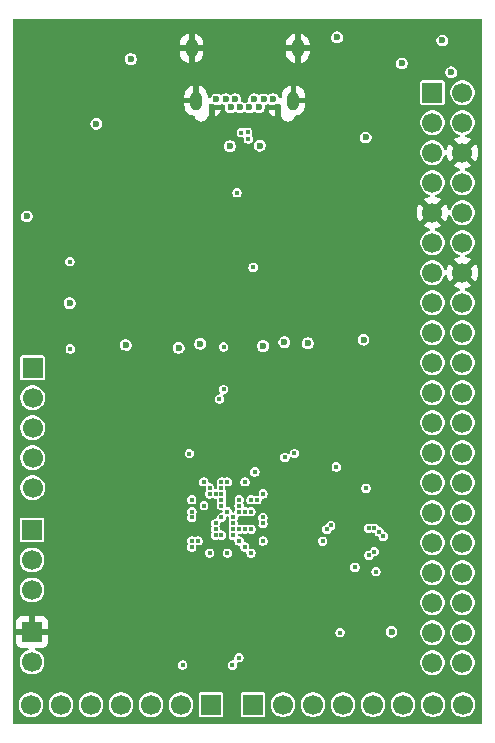
<source format=gbr>
%TF.GenerationSoftware,KiCad,Pcbnew,9.0.4*%
%TF.CreationDate,2025-09-28T18:54:50+03:00*%
%TF.ProjectId,Asius2,41736975-7332-42e6-9b69-6361645f7063,rev?*%
%TF.SameCoordinates,Original*%
%TF.FileFunction,Copper,L2,Inr*%
%TF.FilePolarity,Positive*%
%FSLAX46Y46*%
G04 Gerber Fmt 4.6, Leading zero omitted, Abs format (unit mm)*
G04 Created by KiCad (PCBNEW 9.0.4) date 2025-09-28 18:54:50*
%MOMM*%
%LPD*%
G01*
G04 APERTURE LIST*
%TA.AperFunction,ComponentPad*%
%ADD10C,0.600000*%
%TD*%
%TA.AperFunction,ComponentPad*%
%ADD11O,1.000000X1.600000*%
%TD*%
%TA.AperFunction,ComponentPad*%
%ADD12R,1.700000X1.700000*%
%TD*%
%TA.AperFunction,ComponentPad*%
%ADD13C,1.700000*%
%TD*%
%TA.AperFunction,ViaPad*%
%ADD14C,0.600000*%
%TD*%
%TA.AperFunction,ViaPad*%
%ADD15C,0.400000*%
%TD*%
%TA.AperFunction,Conductor*%
%ADD16C,0.200000*%
%TD*%
G04 APERTURE END LIST*
D10*
%TO.N,GND*%
%TO.C,USBC1*%
X83460000Y-78150000D03*
%TO.N,/CAN3_H*%
X83860000Y-77450000D03*
%TO.N,/CAN3_L*%
X84660000Y-77450000D03*
%TO.N,+5V*%
X85060000Y-78150000D03*
%TO.N,Net-(USBC1-CC2)*%
X85460000Y-77450000D03*
%TO.N,/USB_DP*%
X85860000Y-78150000D03*
%TO.N,/USB_DM*%
X86660000Y-78150000D03*
%TO.N,/SBU2*%
X87060000Y-77450000D03*
%TO.N,+5V*%
X87460000Y-78150000D03*
%TO.N,/CAN4_L*%
X87860000Y-77450000D03*
%TO.N,/CAN4_H*%
X88660000Y-77450000D03*
%TO.N,GND*%
X89060000Y-78150000D03*
D11*
X90390000Y-77560000D03*
X82130000Y-77560000D03*
X90750000Y-73150000D03*
X81770000Y-73150000D03*
%TD*%
D12*
%TO.N,unconnected-(J2-Pin_1-Pad1)*%
%TO.C,J2*%
X102160000Y-76890000D03*
D13*
%TO.N,+5V*%
X104700000Y-76890000D03*
%TO.N,/IMU_SDA*%
X102160000Y-79430000D03*
%TO.N,+5V*%
X104700000Y-79430000D03*
%TO.N,/IMU_SCL*%
X102160000Y-81970000D03*
%TO.N,GND*%
X104700000Y-81970000D03*
%TO.N,unconnected-(J2-Pin_7-Pad7)*%
X102160000Y-84510000D03*
%TO.N,/UART_RX*%
X104700000Y-84510000D03*
%TO.N,GND*%
X102160000Y-87050000D03*
%TO.N,/UART_TX*%
X104700000Y-87050000D03*
%TO.N,unconnected-(J2-Pin_11-Pad11)*%
X102160000Y-89590000D03*
%TO.N,unconnected-(J2-Pin_12-Pad12)*%
X104700000Y-89590000D03*
%TO.N,unconnected-(J2-Pin_13-Pad13)*%
X102160000Y-92130000D03*
%TO.N,GND*%
X104700000Y-92130000D03*
%TO.N,unconnected-(J2-Pin_15-Pad15)*%
X102160000Y-94670000D03*
%TO.N,unconnected-(J2-Pin_16-Pad16)*%
X104700000Y-94670000D03*
%TO.N,unconnected-(J2-Pin_17-Pad17)*%
X102160000Y-97210000D03*
%TO.N,unconnected-(J2-Pin_18-Pad18)*%
X104700000Y-97210000D03*
%TO.N,/SPI_MOSI*%
X102160000Y-99750000D03*
%TO.N,unconnected-(J2-Pin_20-Pad20)*%
X104700000Y-99750000D03*
%TO.N,/SPI_MISO*%
X102160000Y-102290000D03*
%TO.N,unconnected-(J2-Pin_22-Pad22)*%
X104700000Y-102290000D03*
%TO.N,/SPI_SCK*%
X102160000Y-104830000D03*
%TO.N,/SPI_NSS*%
X104700000Y-104830000D03*
%TO.N,unconnected-(J2-Pin_25-Pad25)*%
X102160000Y-107370000D03*
%TO.N,unconnected-(J2-Pin_26-Pad26)*%
X104700000Y-107370000D03*
%TO.N,unconnected-(J2-Pin_27-Pad27)*%
X102160000Y-109910000D03*
%TO.N,unconnected-(J2-Pin_28-Pad28)*%
X104700000Y-109910000D03*
%TO.N,unconnected-(J2-Pin_29-Pad29)*%
X102160000Y-112450000D03*
%TO.N,unconnected-(J2-Pin_30-Pad30)*%
X104700000Y-112450000D03*
%TO.N,unconnected-(J2-Pin_31-Pad31)*%
X102160000Y-114990000D03*
%TO.N,unconnected-(J2-Pin_32-Pad32)*%
X104700000Y-114990000D03*
%TO.N,unconnected-(J2-Pin_33-Pad33)*%
X102160000Y-117530000D03*
%TO.N,unconnected-(J2-Pin_34-Pad34)*%
X104700000Y-117530000D03*
%TO.N,unconnected-(J2-Pin_35-Pad35)*%
X102160000Y-120070000D03*
%TO.N,unconnected-(J2-Pin_36-Pad36)*%
X104700000Y-120070000D03*
%TO.N,unconnected-(J2-Pin_37-Pad37)*%
X102160000Y-122610000D03*
%TO.N,unconnected-(J2-Pin_38-Pad38)*%
X104700000Y-122610000D03*
%TO.N,unconnected-(J2-Pin_39-Pad39)*%
X102160000Y-125150000D03*
%TO.N,unconnected-(J2-Pin_40-Pad40)*%
X104700000Y-125150000D03*
%TD*%
D12*
%TO.N,/SWDIO*%
%TO.C,J6*%
X68300000Y-100190000D03*
D13*
%TO.N,/SWCLK*%
X68300000Y-102730000D03*
%TO.N,/JTDI*%
X68300000Y-105270000D03*
%TO.N,/TRACESWO*%
X68300000Y-107810000D03*
%TO.N,/NJTRST*%
X68300000Y-110350000D03*
%TD*%
D12*
%TO.N,/AUDIO_SAI4_SCK_B*%
%TO.C,J5*%
X83410000Y-128720000D03*
D13*
%TO.N,/AUDIO_SAI4_FS_B*%
X80870000Y-128720000D03*
%TO.N,/AUDIO_SAI4_SD_A*%
X78330000Y-128720000D03*
%TO.N,/AUDIO_SAI4_SD_B*%
X75790000Y-128720000D03*
%TO.N,/AUDIO_DFSDM1_DATIN3*%
X73250000Y-128720000D03*
%TO.N,/AUDIO_DFSDM1_CKOUT*%
X70710000Y-128720000D03*
%TO.N,/AUDIO_SAI4_MCLK_B*%
X68170000Y-128720000D03*
%TD*%
D12*
%TO.N,/FAN_ENABLE*%
%TO.C,J4*%
X68250000Y-113920000D03*
D13*
%TO.N,/FAN_TACHOMETER*%
X68250000Y-116460000D03*
%TO.N,/FAN_SETUP*%
X68250000Y-119000000D03*
%TD*%
D12*
%TO.N,/BOOTKICK*%
%TO.C,J3*%
X86960000Y-128700000D03*
D13*
%TO.N,/SOM_GPIO*%
X89500000Y-128700000D03*
%TO.N,/VOLT_S*%
X92040000Y-128700000D03*
%TO.N,/VBAT_EN*%
X94580000Y-128700000D03*
%TO.N,/SBU1_RELAY*%
X97120000Y-128700000D03*
%TO.N,/SBU2_RELAY*%
X99660000Y-128700000D03*
%TO.N,/PWR_READOUT1*%
X102200000Y-128700000D03*
%TO.N,/PWR_READOUT2*%
X104740000Y-128700000D03*
%TD*%
D12*
%TO.N,GND*%
%TO.C,J1*%
X68250000Y-122560000D03*
D13*
%TO.N,+3.3V*%
X68250000Y-125100000D03*
%TD*%
D14*
%TO.N,+5V*%
X103740000Y-75170000D03*
%TO.N,GND*%
X96480000Y-75210000D03*
%TO.N,+5V*%
X96510000Y-80690000D03*
%TO.N,GND*%
X104810000Y-73130000D03*
D15*
%TO.N,/SBU1_RELAY*%
X93543741Y-113536520D03*
%TO.N,/CAN1_T*%
X84118800Y-102830000D03*
%TO.N,/CAN2_R*%
X84470000Y-98420000D03*
X84470000Y-102016200D03*
%TO.N,/LED_RED*%
X97370000Y-117440000D03*
%TO.N,/LED_GREEN*%
X95590000Y-117080000D03*
%TO.N,/LED_BLUE*%
X94336200Y-122610000D03*
%TO.N,/CAN3_E*%
X96780000Y-116063800D03*
%TO.N,/CAN3_T*%
X97240000Y-115756200D03*
%TO.N,/CAN3_E*%
X96763797Y-113770000D03*
%TO.N,/CAN3_T*%
X97240000Y-113770000D03*
%TO.N,/CAN3_R*%
X97650000Y-114080000D03*
%TO.N,/CAN2_E*%
X97990000Y-114450000D03*
%TO.N,/SWDIO*%
X96530000Y-110390000D03*
%TO.N,/FAN_SETUP*%
X92860000Y-114863800D03*
D14*
%TO.N,+3.3V*%
X98690000Y-122540000D03*
D15*
%TO.N,/SBU1*%
X85610000Y-85370000D03*
D14*
%TO.N,+3.3V*%
X94080000Y-72210000D03*
%TO.N,GND*%
X71460000Y-87280000D03*
X72720000Y-96000000D03*
%TO.N,+3.3V*%
X71440000Y-94710000D03*
%TO.N,GND*%
X85250000Y-106990000D03*
X82210000Y-106906200D03*
X78410000Y-111200000D03*
X76650000Y-113590000D03*
X78286805Y-115816200D03*
X82310000Y-117960000D03*
X87250000Y-119030000D03*
X90770000Y-113250000D03*
X91376369Y-110829834D03*
D15*
%TO.N,/JTDI*%
X87116200Y-109000000D03*
D14*
%TO.N,+3.3V*%
X102990000Y-72460000D03*
X99570000Y-74420000D03*
%TO.N,GND*%
X100240000Y-72190000D03*
X102090000Y-74370000D03*
X76480000Y-76910000D03*
D15*
%TO.N,/AUDIO_SAI4_SD_A*%
X93203800Y-113870000D03*
%TO.N,/NJTRST*%
X81575958Y-107454042D03*
%TO.N,/AUDIO_DFSDM1_CKOUT*%
X85780000Y-124740000D03*
%TO.N,/CAN1_E*%
X86980000Y-91690000D03*
%TO.N,/SBU2*%
X81010000Y-125350000D03*
X85220594Y-125363800D03*
%TO.N,Net-(U7-NRST)*%
X71490000Y-98580000D03*
%TO.N,Net-(U7-BOOT0)*%
X71460000Y-91200000D03*
%TO.N,/UART_TX*%
X90473800Y-107430000D03*
%TO.N,/UART_RX*%
X89660000Y-107770000D03*
%TO.N,/VBAT_EN*%
X94010000Y-108580000D03*
%TO.N,/USB_DM*%
X85970000Y-80270000D03*
X86560000Y-80820000D03*
%TO.N,/USB_DP*%
X86510000Y-80230000D03*
%TO.N,/LED_BLUE*%
X86790000Y-112360000D03*
%TO.N,GND*%
X84790000Y-115360000D03*
%TO.N,+3.3V*%
X83290000Y-110860000D03*
%TO.N,GND*%
X82290000Y-115360000D03*
X85290000Y-111360000D03*
X82290000Y-111360000D03*
%TO.N,+3.3V*%
X84790000Y-115860000D03*
X81790000Y-115360000D03*
%TO.N,/CAN2_T*%
X84290000Y-110860000D03*
%TO.N,+3.3V*%
X82290000Y-114860000D03*
X87290000Y-111360000D03*
%TO.N,Net-(U7-NRST)*%
X84290000Y-112860000D03*
%TO.N,/LED_RED*%
X85790000Y-112360000D03*
%TO.N,/FAN_ENABLE*%
X85790000Y-111360000D03*
%TO.N,Net-(U7-BOOT0)*%
X84290000Y-111860000D03*
%TO.N,+3.3V*%
X82790000Y-111860000D03*
X82790000Y-109860000D03*
%TO.N,GND*%
X87290000Y-110860000D03*
X87290000Y-114860000D03*
X82290000Y-112860000D03*
X86790000Y-115360000D03*
%TO.N,+3.3V*%
X86290000Y-115360000D03*
%TO.N,GND*%
X82790000Y-113860000D03*
X87290000Y-113360000D03*
X85790000Y-110360000D03*
%TO.N,+3.3V*%
X84790000Y-109860000D03*
X87790000Y-112860000D03*
X81790000Y-114860000D03*
X81790000Y-112860000D03*
X84290000Y-109860000D03*
X86290000Y-109860000D03*
X81790000Y-111360000D03*
%TO.N,GND*%
X82290000Y-111860000D03*
X82790000Y-110360000D03*
%TO.N,/SPI_MISO*%
X85290000Y-114360000D03*
%TO.N,GND*%
X84790000Y-110360000D03*
%TO.N,+3.3V*%
X87790000Y-114860000D03*
X83290000Y-110360000D03*
%TO.N,/TRACESWO*%
X84790000Y-112360000D03*
%TO.N,/PWR_READOUT2*%
X83790000Y-114360000D03*
%TO.N,+3.3V*%
X87790000Y-110860000D03*
X87790000Y-113360000D03*
X83290000Y-115860000D03*
%TO.N,/SWDIO*%
X86790000Y-111360000D03*
%TO.N,/SBU1*%
X84290000Y-114360000D03*
%TO.N,/CAN1_R*%
X83790000Y-110860000D03*
%TO.N,/NJTRST*%
X84290000Y-110360000D03*
%TO.N,/SOM_GPIO*%
X83790000Y-113360000D03*
%TO.N,/BOOTKICK*%
X83790000Y-113860000D03*
%TO.N,/AUDIO_SAI4_SD_A*%
X86290000Y-113860000D03*
%TO.N,GND*%
X86290000Y-110360000D03*
X83290000Y-115360000D03*
%TO.N,/LED_GREEN*%
X86290000Y-112360000D03*
%TO.N,/CAN3_R*%
X86790000Y-113860000D03*
%TO.N,/CAN1_E*%
X84290000Y-111360000D03*
%TO.N,/FAN_TACHOMETER*%
X85790000Y-111860000D03*
%TO.N,/UART_TX*%
X85290000Y-112860000D03*
%TO.N,/AUDIO_DFSDM1_CKOUT*%
X85290000Y-113860000D03*
%TO.N,+3.3V*%
X86790000Y-115860000D03*
%TO.N,/SPI_MOSI*%
X85790000Y-113860000D03*
%TO.N,/UART_RX*%
X85290000Y-113360000D03*
%TO.N,/CAN2_E*%
X85790000Y-114860000D03*
%TO.N,+3.3V*%
X81790000Y-112360000D03*
D14*
%TO.N,/CAN2_T*%
X80670000Y-98510000D03*
%TO.N,/CAN1_T*%
X87810000Y-98350000D03*
%TO.N,+3.3V*%
X76190000Y-98270000D03*
%TO.N,GND*%
X75960000Y-98970000D03*
%TO.N,+3.3V*%
X82490000Y-98160000D03*
%TO.N,GND*%
X82230000Y-98870000D03*
%TO.N,+3.3V*%
X96320000Y-97810000D03*
%TO.N,GND*%
X96125000Y-98555000D03*
%TO.N,+3.3V*%
X89620000Y-98020000D03*
%TO.N,GND*%
X89070000Y-98700000D03*
%TO.N,+5V*%
X87550000Y-81380000D03*
X76630000Y-74050000D03*
X85010000Y-81430000D03*
%TO.N,GND*%
X91370000Y-87150000D03*
X98080000Y-86700000D03*
X84110000Y-87280000D03*
X78070000Y-87310000D03*
X67840000Y-94490000D03*
%TO.N,+3.3V*%
X67810000Y-87380000D03*
%TO.N,GND*%
X87040000Y-85790000D03*
X79060000Y-72460000D03*
X67660000Y-80220000D03*
%TO.N,+3.3V*%
X73690000Y-79520000D03*
%TO.N,/CAN1_R*%
X91610000Y-98110000D03*
%TD*%
D16*
%TO.N,GND*%
X90390000Y-77560000D02*
X90390000Y-77570000D01*
%TD*%
%TA.AperFunction,Conductor*%
%TO.N,GND*%
G36*
X106318691Y-70659407D02*
G01*
X106354655Y-70708907D01*
X106359500Y-70739500D01*
X106359500Y-130260500D01*
X106340593Y-130318691D01*
X106291093Y-130354655D01*
X106260500Y-130359500D01*
X66739500Y-130359500D01*
X66681309Y-130340593D01*
X66645345Y-130291093D01*
X66640500Y-130260500D01*
X66640500Y-128616532D01*
X67119500Y-128616532D01*
X67119500Y-128823467D01*
X67159869Y-129026418D01*
X67239058Y-129217597D01*
X67354020Y-129389651D01*
X67354023Y-129389655D01*
X67500345Y-129535977D01*
X67672402Y-129650941D01*
X67863580Y-129730130D01*
X68066535Y-129770500D01*
X68066536Y-129770500D01*
X68273464Y-129770500D01*
X68273465Y-129770500D01*
X68476420Y-129730130D01*
X68667598Y-129650941D01*
X68839655Y-129535977D01*
X68985977Y-129389655D01*
X69100941Y-129217598D01*
X69180130Y-129026420D01*
X69220500Y-128823465D01*
X69220500Y-128616535D01*
X69220499Y-128616532D01*
X69659500Y-128616532D01*
X69659500Y-128823467D01*
X69699869Y-129026418D01*
X69779058Y-129217597D01*
X69894020Y-129389651D01*
X69894023Y-129389655D01*
X70040345Y-129535977D01*
X70212402Y-129650941D01*
X70403580Y-129730130D01*
X70606535Y-129770500D01*
X70606536Y-129770500D01*
X70813464Y-129770500D01*
X70813465Y-129770500D01*
X71016420Y-129730130D01*
X71207598Y-129650941D01*
X71379655Y-129535977D01*
X71525977Y-129389655D01*
X71640941Y-129217598D01*
X71720130Y-129026420D01*
X71760500Y-128823465D01*
X71760500Y-128616535D01*
X71760499Y-128616532D01*
X72199500Y-128616532D01*
X72199500Y-128823467D01*
X72239869Y-129026418D01*
X72319058Y-129217597D01*
X72434020Y-129389651D01*
X72434023Y-129389655D01*
X72580345Y-129535977D01*
X72752402Y-129650941D01*
X72943580Y-129730130D01*
X73146535Y-129770500D01*
X73146536Y-129770500D01*
X73353464Y-129770500D01*
X73353465Y-129770500D01*
X73556420Y-129730130D01*
X73747598Y-129650941D01*
X73919655Y-129535977D01*
X74065977Y-129389655D01*
X74180941Y-129217598D01*
X74260130Y-129026420D01*
X74300500Y-128823465D01*
X74300500Y-128616535D01*
X74300499Y-128616532D01*
X74739500Y-128616532D01*
X74739500Y-128823467D01*
X74779869Y-129026418D01*
X74859058Y-129217597D01*
X74974020Y-129389651D01*
X74974023Y-129389655D01*
X75120345Y-129535977D01*
X75292402Y-129650941D01*
X75483580Y-129730130D01*
X75686535Y-129770500D01*
X75686536Y-129770500D01*
X75893464Y-129770500D01*
X75893465Y-129770500D01*
X76096420Y-129730130D01*
X76287598Y-129650941D01*
X76459655Y-129535977D01*
X76605977Y-129389655D01*
X76720941Y-129217598D01*
X76800130Y-129026420D01*
X76840500Y-128823465D01*
X76840500Y-128616535D01*
X76840499Y-128616532D01*
X77279500Y-128616532D01*
X77279500Y-128823467D01*
X77319869Y-129026418D01*
X77399058Y-129217597D01*
X77514020Y-129389651D01*
X77514023Y-129389655D01*
X77660345Y-129535977D01*
X77832402Y-129650941D01*
X78023580Y-129730130D01*
X78226535Y-129770500D01*
X78226536Y-129770500D01*
X78433464Y-129770500D01*
X78433465Y-129770500D01*
X78636420Y-129730130D01*
X78827598Y-129650941D01*
X78999655Y-129535977D01*
X79145977Y-129389655D01*
X79260941Y-129217598D01*
X79340130Y-129026420D01*
X79380500Y-128823465D01*
X79380500Y-128616535D01*
X79380499Y-128616532D01*
X79819500Y-128616532D01*
X79819500Y-128823467D01*
X79859869Y-129026418D01*
X79939058Y-129217597D01*
X80054020Y-129389651D01*
X80054023Y-129389655D01*
X80200345Y-129535977D01*
X80372402Y-129650941D01*
X80563580Y-129730130D01*
X80766535Y-129770500D01*
X80766536Y-129770500D01*
X80973464Y-129770500D01*
X80973465Y-129770500D01*
X81176420Y-129730130D01*
X81367598Y-129650941D01*
X81539655Y-129535977D01*
X81685977Y-129389655D01*
X81800941Y-129217598D01*
X81880130Y-129026420D01*
X81920500Y-128823465D01*
X81920500Y-128616535D01*
X81880130Y-128413580D01*
X81800941Y-128222402D01*
X81685977Y-128050345D01*
X81539655Y-127904023D01*
X81509723Y-127884023D01*
X81459182Y-127850253D01*
X82359500Y-127850253D01*
X82359500Y-129589746D01*
X82359501Y-129589758D01*
X82371132Y-129648227D01*
X82371134Y-129648233D01*
X82412493Y-129710130D01*
X82415448Y-129714552D01*
X82481769Y-129758867D01*
X82526231Y-129767711D01*
X82540241Y-129770498D01*
X82540246Y-129770498D01*
X82540252Y-129770500D01*
X82540253Y-129770500D01*
X84279747Y-129770500D01*
X84279748Y-129770500D01*
X84338231Y-129758867D01*
X84404552Y-129714552D01*
X84448867Y-129648231D01*
X84460500Y-129589748D01*
X84460500Y-127850252D01*
X84460499Y-127850250D01*
X84460499Y-127850244D01*
X84459399Y-127844715D01*
X84459396Y-127844703D01*
X84456522Y-127830253D01*
X85909500Y-127830253D01*
X85909500Y-129569746D01*
X85909501Y-129569758D01*
X85921132Y-129628227D01*
X85921134Y-129628233D01*
X85965445Y-129694548D01*
X85965448Y-129694552D01*
X86031769Y-129738867D01*
X86076231Y-129747711D01*
X86090241Y-129750498D01*
X86090246Y-129750498D01*
X86090252Y-129750500D01*
X86090253Y-129750500D01*
X87829747Y-129750500D01*
X87829748Y-129750500D01*
X87888231Y-129738867D01*
X87954552Y-129694552D01*
X87998867Y-129628231D01*
X88010500Y-129569748D01*
X88010500Y-128596532D01*
X88449500Y-128596532D01*
X88449500Y-128803467D01*
X88489869Y-129006418D01*
X88569058Y-129197597D01*
X88582422Y-129217598D01*
X88684023Y-129369655D01*
X88830345Y-129515977D01*
X89002402Y-129630941D01*
X89193580Y-129710130D01*
X89396535Y-129750500D01*
X89396536Y-129750500D01*
X89603464Y-129750500D01*
X89603465Y-129750500D01*
X89806420Y-129710130D01*
X89997598Y-129630941D01*
X90169655Y-129515977D01*
X90315977Y-129369655D01*
X90430941Y-129197598D01*
X90510130Y-129006420D01*
X90550500Y-128803465D01*
X90550500Y-128596535D01*
X90550499Y-128596532D01*
X90989500Y-128596532D01*
X90989500Y-128803467D01*
X91029869Y-129006418D01*
X91109058Y-129197597D01*
X91122422Y-129217598D01*
X91224023Y-129369655D01*
X91370345Y-129515977D01*
X91542402Y-129630941D01*
X91733580Y-129710130D01*
X91936535Y-129750500D01*
X91936536Y-129750500D01*
X92143464Y-129750500D01*
X92143465Y-129750500D01*
X92346420Y-129710130D01*
X92537598Y-129630941D01*
X92709655Y-129515977D01*
X92855977Y-129369655D01*
X92970941Y-129197598D01*
X93050130Y-129006420D01*
X93090500Y-128803465D01*
X93090500Y-128596535D01*
X93090499Y-128596532D01*
X93529500Y-128596532D01*
X93529500Y-128803467D01*
X93569869Y-129006418D01*
X93649058Y-129197597D01*
X93662422Y-129217598D01*
X93764023Y-129369655D01*
X93910345Y-129515977D01*
X94082402Y-129630941D01*
X94273580Y-129710130D01*
X94476535Y-129750500D01*
X94476536Y-129750500D01*
X94683464Y-129750500D01*
X94683465Y-129750500D01*
X94886420Y-129710130D01*
X95077598Y-129630941D01*
X95249655Y-129515977D01*
X95395977Y-129369655D01*
X95510941Y-129197598D01*
X95590130Y-129006420D01*
X95630500Y-128803465D01*
X95630500Y-128596535D01*
X95630499Y-128596532D01*
X96069500Y-128596532D01*
X96069500Y-128803467D01*
X96109869Y-129006418D01*
X96189058Y-129197597D01*
X96202422Y-129217598D01*
X96304023Y-129369655D01*
X96450345Y-129515977D01*
X96622402Y-129630941D01*
X96813580Y-129710130D01*
X97016535Y-129750500D01*
X97016536Y-129750500D01*
X97223464Y-129750500D01*
X97223465Y-129750500D01*
X97426420Y-129710130D01*
X97617598Y-129630941D01*
X97789655Y-129515977D01*
X97935977Y-129369655D01*
X98050941Y-129197598D01*
X98130130Y-129006420D01*
X98170500Y-128803465D01*
X98170500Y-128596535D01*
X98170499Y-128596532D01*
X98609500Y-128596532D01*
X98609500Y-128803467D01*
X98649869Y-129006418D01*
X98729058Y-129197597D01*
X98742422Y-129217598D01*
X98844023Y-129369655D01*
X98990345Y-129515977D01*
X99162402Y-129630941D01*
X99353580Y-129710130D01*
X99556535Y-129750500D01*
X99556536Y-129750500D01*
X99763464Y-129750500D01*
X99763465Y-129750500D01*
X99966420Y-129710130D01*
X100157598Y-129630941D01*
X100329655Y-129515977D01*
X100475977Y-129369655D01*
X100590941Y-129197598D01*
X100670130Y-129006420D01*
X100710500Y-128803465D01*
X100710500Y-128596535D01*
X100710499Y-128596532D01*
X101149500Y-128596532D01*
X101149500Y-128803467D01*
X101189869Y-129006418D01*
X101269058Y-129197597D01*
X101282422Y-129217598D01*
X101384023Y-129369655D01*
X101530345Y-129515977D01*
X101702402Y-129630941D01*
X101893580Y-129710130D01*
X102096535Y-129750500D01*
X102096536Y-129750500D01*
X102303464Y-129750500D01*
X102303465Y-129750500D01*
X102506420Y-129710130D01*
X102697598Y-129630941D01*
X102869655Y-129515977D01*
X103015977Y-129369655D01*
X103130941Y-129197598D01*
X103210130Y-129006420D01*
X103250500Y-128803465D01*
X103250500Y-128596535D01*
X103250499Y-128596532D01*
X103689500Y-128596532D01*
X103689500Y-128803467D01*
X103729869Y-129006418D01*
X103809058Y-129197597D01*
X103822422Y-129217598D01*
X103924023Y-129369655D01*
X104070345Y-129515977D01*
X104242402Y-129630941D01*
X104433580Y-129710130D01*
X104636535Y-129750500D01*
X104636536Y-129750500D01*
X104843464Y-129750500D01*
X104843465Y-129750500D01*
X105046420Y-129710130D01*
X105237598Y-129630941D01*
X105409655Y-129515977D01*
X105555977Y-129369655D01*
X105670941Y-129197598D01*
X105750130Y-129006420D01*
X105790500Y-128803465D01*
X105790500Y-128596535D01*
X105750130Y-128393580D01*
X105670941Y-128202402D01*
X105555977Y-128030345D01*
X105409655Y-127884023D01*
X105409651Y-127884020D01*
X105237597Y-127769058D01*
X105046418Y-127689869D01*
X104843467Y-127649500D01*
X104843465Y-127649500D01*
X104636535Y-127649500D01*
X104636532Y-127649500D01*
X104433581Y-127689869D01*
X104242402Y-127769058D01*
X104070348Y-127884020D01*
X103924020Y-128030348D01*
X103809058Y-128202402D01*
X103729869Y-128393581D01*
X103689500Y-128596532D01*
X103250499Y-128596532D01*
X103210130Y-128393580D01*
X103130941Y-128202402D01*
X103015977Y-128030345D01*
X102869655Y-127884023D01*
X102869651Y-127884020D01*
X102697597Y-127769058D01*
X102506418Y-127689869D01*
X102303467Y-127649500D01*
X102303465Y-127649500D01*
X102096535Y-127649500D01*
X102096532Y-127649500D01*
X101893581Y-127689869D01*
X101702402Y-127769058D01*
X101530348Y-127884020D01*
X101384020Y-128030348D01*
X101269058Y-128202402D01*
X101189869Y-128393581D01*
X101149500Y-128596532D01*
X100710499Y-128596532D01*
X100670130Y-128393580D01*
X100590941Y-128202402D01*
X100475977Y-128030345D01*
X100329655Y-127884023D01*
X100329651Y-127884020D01*
X100157597Y-127769058D01*
X99966418Y-127689869D01*
X99763467Y-127649500D01*
X99763465Y-127649500D01*
X99556535Y-127649500D01*
X99556532Y-127649500D01*
X99353581Y-127689869D01*
X99162402Y-127769058D01*
X98990348Y-127884020D01*
X98844020Y-128030348D01*
X98729058Y-128202402D01*
X98649869Y-128393581D01*
X98609500Y-128596532D01*
X98170499Y-128596532D01*
X98130130Y-128393580D01*
X98050941Y-128202402D01*
X97935977Y-128030345D01*
X97789655Y-127884023D01*
X97789651Y-127884020D01*
X97617597Y-127769058D01*
X97426418Y-127689869D01*
X97223467Y-127649500D01*
X97223465Y-127649500D01*
X97016535Y-127649500D01*
X97016532Y-127649500D01*
X96813581Y-127689869D01*
X96622402Y-127769058D01*
X96450348Y-127884020D01*
X96304020Y-128030348D01*
X96189058Y-128202402D01*
X96109869Y-128393581D01*
X96069500Y-128596532D01*
X95630499Y-128596532D01*
X95590130Y-128393580D01*
X95510941Y-128202402D01*
X95395977Y-128030345D01*
X95249655Y-127884023D01*
X95249651Y-127884020D01*
X95077597Y-127769058D01*
X94886418Y-127689869D01*
X94683467Y-127649500D01*
X94683465Y-127649500D01*
X94476535Y-127649500D01*
X94476532Y-127649500D01*
X94273581Y-127689869D01*
X94082402Y-127769058D01*
X93910348Y-127884020D01*
X93764020Y-128030348D01*
X93649058Y-128202402D01*
X93569869Y-128393581D01*
X93529500Y-128596532D01*
X93090499Y-128596532D01*
X93050130Y-128393580D01*
X92970941Y-128202402D01*
X92855977Y-128030345D01*
X92709655Y-127884023D01*
X92709651Y-127884020D01*
X92537597Y-127769058D01*
X92346418Y-127689869D01*
X92143467Y-127649500D01*
X92143465Y-127649500D01*
X91936535Y-127649500D01*
X91936532Y-127649500D01*
X91733581Y-127689869D01*
X91542402Y-127769058D01*
X91370348Y-127884020D01*
X91224020Y-128030348D01*
X91109058Y-128202402D01*
X91029869Y-128393581D01*
X90989500Y-128596532D01*
X90550499Y-128596532D01*
X90510130Y-128393580D01*
X90430941Y-128202402D01*
X90315977Y-128030345D01*
X90169655Y-127884023D01*
X90169651Y-127884020D01*
X89997597Y-127769058D01*
X89806418Y-127689869D01*
X89603467Y-127649500D01*
X89603465Y-127649500D01*
X89396535Y-127649500D01*
X89396532Y-127649500D01*
X89193581Y-127689869D01*
X89002402Y-127769058D01*
X88830348Y-127884020D01*
X88684020Y-128030348D01*
X88569058Y-128202402D01*
X88489869Y-128393581D01*
X88449500Y-128596532D01*
X88010500Y-128596532D01*
X88010500Y-127830252D01*
X87998867Y-127771769D01*
X87954552Y-127705448D01*
X87954548Y-127705445D01*
X87888233Y-127661134D01*
X87888231Y-127661133D01*
X87888228Y-127661132D01*
X87888227Y-127661132D01*
X87829758Y-127649501D01*
X87829748Y-127649500D01*
X86090252Y-127649500D01*
X86090251Y-127649500D01*
X86090241Y-127649501D01*
X86031772Y-127661132D01*
X86031766Y-127661134D01*
X85965451Y-127705445D01*
X85965445Y-127705451D01*
X85921134Y-127771766D01*
X85921132Y-127771772D01*
X85909501Y-127830241D01*
X85909500Y-127830253D01*
X84456522Y-127830253D01*
X84448867Y-127791769D01*
X84404552Y-127725448D01*
X84404548Y-127725445D01*
X84338233Y-127681134D01*
X84338231Y-127681133D01*
X84338228Y-127681132D01*
X84338227Y-127681132D01*
X84279758Y-127669501D01*
X84279748Y-127669500D01*
X82540252Y-127669500D01*
X82540251Y-127669500D01*
X82540241Y-127669501D01*
X82481772Y-127681132D01*
X82481766Y-127681134D01*
X82415451Y-127725445D01*
X82415445Y-127725451D01*
X82371134Y-127791766D01*
X82371132Y-127791772D01*
X82359501Y-127850241D01*
X82359500Y-127850253D01*
X81459182Y-127850253D01*
X81367597Y-127789058D01*
X81176418Y-127709869D01*
X80973467Y-127669500D01*
X80973465Y-127669500D01*
X80766535Y-127669500D01*
X80766532Y-127669500D01*
X80563581Y-127709869D01*
X80372402Y-127789058D01*
X80200348Y-127904020D01*
X80054020Y-128050348D01*
X79939058Y-128222402D01*
X79859869Y-128413581D01*
X79819500Y-128616532D01*
X79380499Y-128616532D01*
X79340130Y-128413580D01*
X79260941Y-128222402D01*
X79145977Y-128050345D01*
X78999655Y-127904023D01*
X78969723Y-127884023D01*
X78827597Y-127789058D01*
X78636418Y-127709869D01*
X78433467Y-127669500D01*
X78433465Y-127669500D01*
X78226535Y-127669500D01*
X78226532Y-127669500D01*
X78023581Y-127709869D01*
X77832402Y-127789058D01*
X77660348Y-127904020D01*
X77514020Y-128050348D01*
X77399058Y-128222402D01*
X77319869Y-128413581D01*
X77279500Y-128616532D01*
X76840499Y-128616532D01*
X76800130Y-128413580D01*
X76720941Y-128222402D01*
X76605977Y-128050345D01*
X76459655Y-127904023D01*
X76429723Y-127884023D01*
X76287597Y-127789058D01*
X76096418Y-127709869D01*
X75893467Y-127669500D01*
X75893465Y-127669500D01*
X75686535Y-127669500D01*
X75686532Y-127669500D01*
X75483581Y-127709869D01*
X75292402Y-127789058D01*
X75120348Y-127904020D01*
X74974020Y-128050348D01*
X74859058Y-128222402D01*
X74779869Y-128413581D01*
X74739500Y-128616532D01*
X74300499Y-128616532D01*
X74260130Y-128413580D01*
X74180941Y-128222402D01*
X74065977Y-128050345D01*
X73919655Y-127904023D01*
X73889723Y-127884023D01*
X73747597Y-127789058D01*
X73556418Y-127709869D01*
X73353467Y-127669500D01*
X73353465Y-127669500D01*
X73146535Y-127669500D01*
X73146532Y-127669500D01*
X72943581Y-127709869D01*
X72752402Y-127789058D01*
X72580348Y-127904020D01*
X72434020Y-128050348D01*
X72319058Y-128222402D01*
X72239869Y-128413581D01*
X72199500Y-128616532D01*
X71760499Y-128616532D01*
X71720130Y-128413580D01*
X71640941Y-128222402D01*
X71525977Y-128050345D01*
X71379655Y-127904023D01*
X71349723Y-127884023D01*
X71207597Y-127789058D01*
X71016418Y-127709869D01*
X70813467Y-127669500D01*
X70813465Y-127669500D01*
X70606535Y-127669500D01*
X70606532Y-127669500D01*
X70403581Y-127709869D01*
X70212402Y-127789058D01*
X70040348Y-127904020D01*
X69894020Y-128050348D01*
X69779058Y-128222402D01*
X69699869Y-128413581D01*
X69659500Y-128616532D01*
X69220499Y-128616532D01*
X69180130Y-128413580D01*
X69100941Y-128222402D01*
X68985977Y-128050345D01*
X68839655Y-127904023D01*
X68809723Y-127884023D01*
X68667597Y-127789058D01*
X68476418Y-127709869D01*
X68273467Y-127669500D01*
X68273465Y-127669500D01*
X68066535Y-127669500D01*
X68066532Y-127669500D01*
X67863581Y-127709869D01*
X67672402Y-127789058D01*
X67500348Y-127904020D01*
X67354020Y-128050348D01*
X67239058Y-128222402D01*
X67159869Y-128413581D01*
X67119500Y-128616532D01*
X66640500Y-128616532D01*
X66640500Y-123457824D01*
X66899999Y-123457824D01*
X66906401Y-123517370D01*
X66906403Y-123517381D01*
X66956646Y-123652088D01*
X66956647Y-123652090D01*
X67042807Y-123767184D01*
X67042815Y-123767192D01*
X67157909Y-123853352D01*
X67157911Y-123853353D01*
X67292618Y-123903596D01*
X67292629Y-123903598D01*
X67352176Y-123910000D01*
X67880119Y-123910000D01*
X67938310Y-123928907D01*
X67974274Y-123978407D01*
X67974274Y-124039593D01*
X67938310Y-124089093D01*
X67918007Y-124100462D01*
X67868697Y-124120887D01*
X67752402Y-124169058D01*
X67580348Y-124284020D01*
X67434020Y-124430348D01*
X67319058Y-124602402D01*
X67239869Y-124793581D01*
X67199500Y-124996532D01*
X67199500Y-125203467D01*
X67239869Y-125406418D01*
X67319058Y-125597597D01*
X67412207Y-125737005D01*
X67434023Y-125769655D01*
X67580345Y-125915977D01*
X67752402Y-126030941D01*
X67943580Y-126110130D01*
X68146535Y-126150500D01*
X68146536Y-126150500D01*
X68353464Y-126150500D01*
X68353465Y-126150500D01*
X68556420Y-126110130D01*
X68747598Y-126030941D01*
X68919655Y-125915977D01*
X69065977Y-125769655D01*
X69180941Y-125597598D01*
X69260130Y-125406420D01*
X69281841Y-125297273D01*
X80609500Y-125297273D01*
X80609500Y-125402727D01*
X80623887Y-125456420D01*
X80636794Y-125504589D01*
X80636794Y-125504590D01*
X80689518Y-125595910D01*
X80689520Y-125595913D01*
X80764087Y-125670480D01*
X80855413Y-125723207D01*
X80957273Y-125750500D01*
X80957275Y-125750500D01*
X81062725Y-125750500D01*
X81062727Y-125750500D01*
X81164587Y-125723207D01*
X81255913Y-125670480D01*
X81330480Y-125595913D01*
X81383207Y-125504587D01*
X81410500Y-125402727D01*
X81410500Y-125311073D01*
X84820094Y-125311073D01*
X84820094Y-125416527D01*
X84847387Y-125518387D01*
X84847388Y-125518389D01*
X84847388Y-125518390D01*
X84893119Y-125597597D01*
X84900114Y-125609713D01*
X84974681Y-125684280D01*
X85066007Y-125737007D01*
X85167867Y-125764300D01*
X85167869Y-125764300D01*
X85273319Y-125764300D01*
X85273321Y-125764300D01*
X85375181Y-125737007D01*
X85466507Y-125684280D01*
X85541074Y-125609713D01*
X85593801Y-125518387D01*
X85621094Y-125416527D01*
X85621094Y-125311073D01*
X85608021Y-125262283D01*
X85611222Y-125201183D01*
X85649727Y-125153633D01*
X85708827Y-125137797D01*
X85720834Y-125139699D01*
X85720841Y-125139653D01*
X85727272Y-125140499D01*
X85727273Y-125140500D01*
X85727274Y-125140500D01*
X85832725Y-125140500D01*
X85832727Y-125140500D01*
X85934587Y-125113207D01*
X86025913Y-125060480D01*
X86039861Y-125046532D01*
X101109500Y-125046532D01*
X101109500Y-125253467D01*
X101149869Y-125456418D01*
X101229058Y-125647597D01*
X101310614Y-125769655D01*
X101344023Y-125819655D01*
X101490345Y-125965977D01*
X101662402Y-126080941D01*
X101853580Y-126160130D01*
X102056535Y-126200500D01*
X102056536Y-126200500D01*
X102263464Y-126200500D01*
X102263465Y-126200500D01*
X102466420Y-126160130D01*
X102657598Y-126080941D01*
X102829655Y-125965977D01*
X102975977Y-125819655D01*
X103090941Y-125647598D01*
X103170130Y-125456420D01*
X103210500Y-125253465D01*
X103210500Y-125046535D01*
X103210499Y-125046532D01*
X103649500Y-125046532D01*
X103649500Y-125253467D01*
X103689869Y-125456418D01*
X103769058Y-125647597D01*
X103850614Y-125769655D01*
X103884023Y-125819655D01*
X104030345Y-125965977D01*
X104202402Y-126080941D01*
X104393580Y-126160130D01*
X104596535Y-126200500D01*
X104596536Y-126200500D01*
X104803464Y-126200500D01*
X104803465Y-126200500D01*
X105006420Y-126160130D01*
X105197598Y-126080941D01*
X105369655Y-125965977D01*
X105515977Y-125819655D01*
X105630941Y-125647598D01*
X105710130Y-125456420D01*
X105750500Y-125253465D01*
X105750500Y-125046535D01*
X105710130Y-124843580D01*
X105630941Y-124652402D01*
X105515977Y-124480345D01*
X105369655Y-124334023D01*
X105369651Y-124334020D01*
X105197597Y-124219058D01*
X105006418Y-124139869D01*
X104803467Y-124099500D01*
X104803465Y-124099500D01*
X104596535Y-124099500D01*
X104596532Y-124099500D01*
X104393581Y-124139869D01*
X104202402Y-124219058D01*
X104030348Y-124334020D01*
X103884020Y-124480348D01*
X103769058Y-124652402D01*
X103689869Y-124843581D01*
X103649500Y-125046532D01*
X103210499Y-125046532D01*
X103170130Y-124843580D01*
X103090941Y-124652402D01*
X102975977Y-124480345D01*
X102829655Y-124334023D01*
X102829651Y-124334020D01*
X102657597Y-124219058D01*
X102466418Y-124139869D01*
X102263467Y-124099500D01*
X102263465Y-124099500D01*
X102056535Y-124099500D01*
X102056532Y-124099500D01*
X101853581Y-124139869D01*
X101662402Y-124219058D01*
X101490348Y-124334020D01*
X101344020Y-124480348D01*
X101229058Y-124652402D01*
X101149869Y-124843581D01*
X101109500Y-125046532D01*
X86039861Y-125046532D01*
X86100480Y-124985913D01*
X86153207Y-124894587D01*
X86180500Y-124792727D01*
X86180500Y-124687273D01*
X86153207Y-124585413D01*
X86100480Y-124494087D01*
X86025913Y-124419520D01*
X85934587Y-124366793D01*
X85832727Y-124339500D01*
X85727273Y-124339500D01*
X85625413Y-124366793D01*
X85625412Y-124366793D01*
X85625410Y-124366794D01*
X85625409Y-124366794D01*
X85534089Y-124419518D01*
X85459518Y-124494089D01*
X85406794Y-124585409D01*
X85406794Y-124585410D01*
X85406793Y-124585412D01*
X85406793Y-124585413D01*
X85379500Y-124687273D01*
X85379500Y-124792727D01*
X85379729Y-124793580D01*
X85392573Y-124841515D01*
X85389370Y-124902617D01*
X85350865Y-124950167D01*
X85291764Y-124966002D01*
X85279759Y-124964100D01*
X85279753Y-124964147D01*
X85273321Y-124963300D01*
X85167867Y-124963300D01*
X85066007Y-124990593D01*
X85066006Y-124990593D01*
X85066004Y-124990594D01*
X85066003Y-124990594D01*
X84974683Y-125043318D01*
X84900112Y-125117889D01*
X84847388Y-125209209D01*
X84847388Y-125209210D01*
X84847387Y-125209212D01*
X84847387Y-125209213D01*
X84820094Y-125311073D01*
X81410500Y-125311073D01*
X81410500Y-125297273D01*
X81383207Y-125195413D01*
X81330480Y-125104087D01*
X81255913Y-125029520D01*
X81198781Y-124996535D01*
X81164589Y-124976794D01*
X81164588Y-124976793D01*
X81164587Y-124976793D01*
X81062727Y-124949500D01*
X80957273Y-124949500D01*
X80855413Y-124976793D01*
X80855412Y-124976793D01*
X80855410Y-124976794D01*
X80855409Y-124976794D01*
X80764089Y-125029518D01*
X80689518Y-125104089D01*
X80636794Y-125195409D01*
X80636794Y-125195410D01*
X80636793Y-125195412D01*
X80636793Y-125195413D01*
X80609500Y-125297273D01*
X69281841Y-125297273D01*
X69300500Y-125203465D01*
X69300500Y-124996535D01*
X69260130Y-124793580D01*
X69180941Y-124602402D01*
X69065977Y-124430345D01*
X68919655Y-124284023D01*
X68822429Y-124219059D01*
X68747597Y-124169058D01*
X68651528Y-124129265D01*
X68581994Y-124100463D01*
X68535470Y-124060727D01*
X68521186Y-124001233D01*
X68544601Y-123944705D01*
X68596770Y-123912735D01*
X68619881Y-123910000D01*
X69147824Y-123910000D01*
X69207370Y-123903598D01*
X69207381Y-123903596D01*
X69342088Y-123853353D01*
X69342090Y-123853352D01*
X69457184Y-123767192D01*
X69457192Y-123767184D01*
X69543352Y-123652090D01*
X69543353Y-123652088D01*
X69593596Y-123517381D01*
X69593598Y-123517370D01*
X69600000Y-123457824D01*
X69600000Y-122810001D01*
X69599999Y-122810000D01*
X68683012Y-122810000D01*
X68715925Y-122752993D01*
X68750000Y-122625826D01*
X68750000Y-122557273D01*
X93935700Y-122557273D01*
X93935700Y-122662727D01*
X93962993Y-122764587D01*
X93962994Y-122764589D01*
X93962994Y-122764590D01*
X94010752Y-122847309D01*
X94015720Y-122855913D01*
X94090287Y-122930480D01*
X94181613Y-122983207D01*
X94283473Y-123010500D01*
X94283475Y-123010500D01*
X94388925Y-123010500D01*
X94388927Y-123010500D01*
X94490787Y-122983207D01*
X94582113Y-122930480D01*
X94656680Y-122855913D01*
X94709407Y-122764587D01*
X94736700Y-122662727D01*
X94736700Y-122557273D01*
X94714416Y-122474108D01*
X98189500Y-122474108D01*
X98189500Y-122605892D01*
X98204728Y-122662725D01*
X98223609Y-122733190D01*
X98289496Y-122847309D01*
X98289498Y-122847311D01*
X98289500Y-122847314D01*
X98382686Y-122940500D01*
X98382688Y-122940501D01*
X98382690Y-122940503D01*
X98496810Y-123006390D01*
X98496808Y-123006390D01*
X98496812Y-123006391D01*
X98496814Y-123006392D01*
X98624108Y-123040500D01*
X98624110Y-123040500D01*
X98755890Y-123040500D01*
X98755892Y-123040500D01*
X98883186Y-123006392D01*
X98883188Y-123006390D01*
X98883190Y-123006390D01*
X98997309Y-122940503D01*
X98997309Y-122940502D01*
X98997314Y-122940500D01*
X99090500Y-122847314D01*
X99138261Y-122764590D01*
X99156390Y-122733190D01*
X99156390Y-122733188D01*
X99156392Y-122733186D01*
X99190500Y-122605892D01*
X99190500Y-122506532D01*
X101109500Y-122506532D01*
X101109500Y-122713467D01*
X101149869Y-122916418D01*
X101229058Y-123107597D01*
X101229059Y-123107598D01*
X101344023Y-123279655D01*
X101490345Y-123425977D01*
X101662402Y-123540941D01*
X101853580Y-123620130D01*
X102056535Y-123660500D01*
X102056536Y-123660500D01*
X102263464Y-123660500D01*
X102263465Y-123660500D01*
X102466420Y-123620130D01*
X102657598Y-123540941D01*
X102829655Y-123425977D01*
X102975977Y-123279655D01*
X103090941Y-123107598D01*
X103170130Y-122916420D01*
X103210500Y-122713465D01*
X103210500Y-122506535D01*
X103210499Y-122506532D01*
X103649500Y-122506532D01*
X103649500Y-122713467D01*
X103689869Y-122916418D01*
X103769058Y-123107597D01*
X103769059Y-123107598D01*
X103884023Y-123279655D01*
X104030345Y-123425977D01*
X104202402Y-123540941D01*
X104393580Y-123620130D01*
X104596535Y-123660500D01*
X104596536Y-123660500D01*
X104803464Y-123660500D01*
X104803465Y-123660500D01*
X105006420Y-123620130D01*
X105197598Y-123540941D01*
X105369655Y-123425977D01*
X105515977Y-123279655D01*
X105630941Y-123107598D01*
X105710130Y-122916420D01*
X105750500Y-122713465D01*
X105750500Y-122506535D01*
X105710130Y-122303580D01*
X105630941Y-122112402D01*
X105515977Y-121940345D01*
X105369655Y-121794023D01*
X105197598Y-121679059D01*
X105197599Y-121679059D01*
X105197597Y-121679058D01*
X105006418Y-121599869D01*
X104803467Y-121559500D01*
X104803465Y-121559500D01*
X104596535Y-121559500D01*
X104596532Y-121559500D01*
X104393581Y-121599869D01*
X104202402Y-121679058D01*
X104030348Y-121794020D01*
X103884020Y-121940348D01*
X103769058Y-122112402D01*
X103689869Y-122303581D01*
X103649500Y-122506532D01*
X103210499Y-122506532D01*
X103170130Y-122303580D01*
X103090941Y-122112402D01*
X102975977Y-121940345D01*
X102829655Y-121794023D01*
X102657598Y-121679059D01*
X102657599Y-121679059D01*
X102657597Y-121679058D01*
X102466418Y-121599869D01*
X102263467Y-121559500D01*
X102263465Y-121559500D01*
X102056535Y-121559500D01*
X102056532Y-121559500D01*
X101853581Y-121599869D01*
X101662402Y-121679058D01*
X101490348Y-121794020D01*
X101344020Y-121940348D01*
X101229058Y-122112402D01*
X101149869Y-122303581D01*
X101109500Y-122506532D01*
X99190500Y-122506532D01*
X99190500Y-122474108D01*
X99156392Y-122346814D01*
X99156390Y-122346811D01*
X99156390Y-122346809D01*
X99090503Y-122232690D01*
X99090501Y-122232688D01*
X99090500Y-122232686D01*
X98997314Y-122139500D01*
X98997311Y-122139498D01*
X98997309Y-122139496D01*
X98883189Y-122073609D01*
X98883191Y-122073609D01*
X98832400Y-122060000D01*
X98755892Y-122039500D01*
X98624108Y-122039500D01*
X98547600Y-122060000D01*
X98496809Y-122073609D01*
X98382690Y-122139496D01*
X98289496Y-122232690D01*
X98223609Y-122346809D01*
X98223608Y-122346814D01*
X98189500Y-122474108D01*
X94714416Y-122474108D01*
X94709407Y-122455413D01*
X94656680Y-122364087D01*
X94582113Y-122289520D01*
X94518846Y-122252993D01*
X94490789Y-122236794D01*
X94490788Y-122236793D01*
X94490787Y-122236793D01*
X94388927Y-122209500D01*
X94283473Y-122209500D01*
X94181613Y-122236793D01*
X94181612Y-122236793D01*
X94181610Y-122236794D01*
X94181609Y-122236794D01*
X94090289Y-122289518D01*
X94015718Y-122364089D01*
X93962994Y-122455409D01*
X93962994Y-122455410D01*
X93962993Y-122455412D01*
X93962993Y-122455413D01*
X93935700Y-122557273D01*
X68750000Y-122557273D01*
X68750000Y-122494174D01*
X68715925Y-122367007D01*
X68683012Y-122310000D01*
X69599999Y-122310000D01*
X69600000Y-122309999D01*
X69600000Y-121662175D01*
X69593598Y-121602629D01*
X69593596Y-121602618D01*
X69543353Y-121467911D01*
X69543352Y-121467909D01*
X69457192Y-121352815D01*
X69457184Y-121352807D01*
X69342090Y-121266647D01*
X69342088Y-121266646D01*
X69207381Y-121216403D01*
X69207370Y-121216401D01*
X69147824Y-121210000D01*
X68500001Y-121210000D01*
X68500000Y-121210001D01*
X68500000Y-122126988D01*
X68442993Y-122094075D01*
X68315826Y-122060000D01*
X68184174Y-122060000D01*
X68057007Y-122094075D01*
X68000000Y-122126988D01*
X68000000Y-121210001D01*
X67999999Y-121210000D01*
X67352176Y-121210000D01*
X67292629Y-121216401D01*
X67292618Y-121216403D01*
X67157911Y-121266646D01*
X67157909Y-121266647D01*
X67042815Y-121352807D01*
X67042807Y-121352815D01*
X66956647Y-121467909D01*
X66956646Y-121467911D01*
X66906403Y-121602618D01*
X66906401Y-121602629D01*
X66900000Y-121662175D01*
X66900000Y-122309999D01*
X66900001Y-122310000D01*
X67816988Y-122310000D01*
X67784075Y-122367007D01*
X67750000Y-122494174D01*
X67750000Y-122625826D01*
X67784075Y-122752993D01*
X67816988Y-122810000D01*
X66900001Y-122810000D01*
X66900000Y-122810001D01*
X66900000Y-123457824D01*
X66899999Y-123457824D01*
X66640500Y-123457824D01*
X66640500Y-118896532D01*
X67199500Y-118896532D01*
X67199500Y-119103467D01*
X67239869Y-119306418D01*
X67319058Y-119497597D01*
X67319059Y-119497598D01*
X67434023Y-119669655D01*
X67580345Y-119815977D01*
X67752402Y-119930941D01*
X67943580Y-120010130D01*
X68146535Y-120050500D01*
X68146536Y-120050500D01*
X68353464Y-120050500D01*
X68353465Y-120050500D01*
X68556420Y-120010130D01*
X68661674Y-119966532D01*
X101109500Y-119966532D01*
X101109500Y-120173467D01*
X101149869Y-120376418D01*
X101229058Y-120567597D01*
X101229059Y-120567598D01*
X101344023Y-120739655D01*
X101490345Y-120885977D01*
X101662402Y-121000941D01*
X101853580Y-121080130D01*
X102056535Y-121120500D01*
X102056536Y-121120500D01*
X102263464Y-121120500D01*
X102263465Y-121120500D01*
X102466420Y-121080130D01*
X102657598Y-121000941D01*
X102829655Y-120885977D01*
X102975977Y-120739655D01*
X103090941Y-120567598D01*
X103170130Y-120376420D01*
X103210500Y-120173465D01*
X103210500Y-119966535D01*
X103210499Y-119966532D01*
X103649500Y-119966532D01*
X103649500Y-120173467D01*
X103689869Y-120376418D01*
X103769058Y-120567597D01*
X103769059Y-120567598D01*
X103884023Y-120739655D01*
X104030345Y-120885977D01*
X104202402Y-121000941D01*
X104393580Y-121080130D01*
X104596535Y-121120500D01*
X104596536Y-121120500D01*
X104803464Y-121120500D01*
X104803465Y-121120500D01*
X105006420Y-121080130D01*
X105197598Y-121000941D01*
X105369655Y-120885977D01*
X105515977Y-120739655D01*
X105630941Y-120567598D01*
X105710130Y-120376420D01*
X105750500Y-120173465D01*
X105750500Y-119966535D01*
X105710130Y-119763580D01*
X105630941Y-119572402D01*
X105515977Y-119400345D01*
X105369655Y-119254023D01*
X105197598Y-119139059D01*
X105197599Y-119139059D01*
X105197597Y-119139058D01*
X105006418Y-119059869D01*
X104803467Y-119019500D01*
X104803465Y-119019500D01*
X104596535Y-119019500D01*
X104596532Y-119019500D01*
X104393581Y-119059869D01*
X104202402Y-119139058D01*
X104030348Y-119254020D01*
X103884020Y-119400348D01*
X103769058Y-119572402D01*
X103689869Y-119763581D01*
X103649500Y-119966532D01*
X103210499Y-119966532D01*
X103170130Y-119763580D01*
X103090941Y-119572402D01*
X102975977Y-119400345D01*
X102829655Y-119254023D01*
X102657598Y-119139059D01*
X102657599Y-119139059D01*
X102657597Y-119139058D01*
X102466418Y-119059869D01*
X102263467Y-119019500D01*
X102263465Y-119019500D01*
X102056535Y-119019500D01*
X102056532Y-119019500D01*
X101853581Y-119059869D01*
X101662402Y-119139058D01*
X101490348Y-119254020D01*
X101344020Y-119400348D01*
X101229058Y-119572402D01*
X101149869Y-119763581D01*
X101109500Y-119966532D01*
X68661674Y-119966532D01*
X68747598Y-119930941D01*
X68919655Y-119815977D01*
X69065977Y-119669655D01*
X69180941Y-119497598D01*
X69260130Y-119306420D01*
X69300500Y-119103465D01*
X69300500Y-118896535D01*
X69260130Y-118693580D01*
X69180941Y-118502402D01*
X69065977Y-118330345D01*
X68919655Y-118184023D01*
X68747598Y-118069059D01*
X68747599Y-118069059D01*
X68747597Y-118069058D01*
X68556418Y-117989869D01*
X68353467Y-117949500D01*
X68353465Y-117949500D01*
X68146535Y-117949500D01*
X68146532Y-117949500D01*
X67943581Y-117989869D01*
X67752402Y-118069058D01*
X67580348Y-118184020D01*
X67434020Y-118330348D01*
X67319058Y-118502402D01*
X67239869Y-118693581D01*
X67199500Y-118896532D01*
X66640500Y-118896532D01*
X66640500Y-116356532D01*
X67199500Y-116356532D01*
X67199500Y-116563467D01*
X67239869Y-116766418D01*
X67319058Y-116957597D01*
X67427251Y-117119520D01*
X67434023Y-117129655D01*
X67580345Y-117275977D01*
X67752402Y-117390941D01*
X67943580Y-117470130D01*
X68146535Y-117510500D01*
X68146536Y-117510500D01*
X68353464Y-117510500D01*
X68353465Y-117510500D01*
X68556420Y-117470130D01*
X68747598Y-117390941D01*
X68919655Y-117275977D01*
X69065977Y-117129655D01*
X69134386Y-117027273D01*
X95189500Y-117027273D01*
X95189500Y-117132727D01*
X95205942Y-117194089D01*
X95216794Y-117234589D01*
X95216794Y-117234590D01*
X95246137Y-117285413D01*
X95269520Y-117325913D01*
X95344087Y-117400480D01*
X95435413Y-117453207D01*
X95537273Y-117480500D01*
X95537275Y-117480500D01*
X95642725Y-117480500D01*
X95642727Y-117480500D01*
X95744587Y-117453207D01*
X95835913Y-117400480D01*
X95849120Y-117387273D01*
X96969500Y-117387273D01*
X96969500Y-117492727D01*
X96996793Y-117594587D01*
X96996794Y-117594589D01*
X96996794Y-117594590D01*
X97019239Y-117633465D01*
X97049520Y-117685913D01*
X97124087Y-117760480D01*
X97215413Y-117813207D01*
X97317273Y-117840500D01*
X97317275Y-117840500D01*
X97422725Y-117840500D01*
X97422727Y-117840500D01*
X97524587Y-117813207D01*
X97615913Y-117760480D01*
X97690480Y-117685913D01*
X97743207Y-117594587D01*
X97770500Y-117492727D01*
X97770500Y-117426532D01*
X101109500Y-117426532D01*
X101109500Y-117633467D01*
X101149869Y-117836418D01*
X101229058Y-118027597D01*
X101229059Y-118027598D01*
X101344023Y-118199655D01*
X101490345Y-118345977D01*
X101662402Y-118460941D01*
X101853580Y-118540130D01*
X102056535Y-118580500D01*
X102056536Y-118580500D01*
X102263464Y-118580500D01*
X102263465Y-118580500D01*
X102466420Y-118540130D01*
X102657598Y-118460941D01*
X102829655Y-118345977D01*
X102975977Y-118199655D01*
X103090941Y-118027598D01*
X103170130Y-117836420D01*
X103210500Y-117633465D01*
X103210500Y-117426535D01*
X103210499Y-117426532D01*
X103649500Y-117426532D01*
X103649500Y-117633467D01*
X103689869Y-117836418D01*
X103769058Y-118027597D01*
X103769059Y-118027598D01*
X103884023Y-118199655D01*
X104030345Y-118345977D01*
X104202402Y-118460941D01*
X104393580Y-118540130D01*
X104596535Y-118580500D01*
X104596536Y-118580500D01*
X104803464Y-118580500D01*
X104803465Y-118580500D01*
X105006420Y-118540130D01*
X105197598Y-118460941D01*
X105369655Y-118345977D01*
X105515977Y-118199655D01*
X105630941Y-118027598D01*
X105710130Y-117836420D01*
X105750500Y-117633465D01*
X105750500Y-117426535D01*
X105710130Y-117223580D01*
X105630941Y-117032402D01*
X105515977Y-116860345D01*
X105369655Y-116714023D01*
X105358836Y-116706794D01*
X105197597Y-116599058D01*
X105006418Y-116519869D01*
X104803467Y-116479500D01*
X104803465Y-116479500D01*
X104596535Y-116479500D01*
X104596532Y-116479500D01*
X104393581Y-116519869D01*
X104202402Y-116599058D01*
X104030348Y-116714020D01*
X103884020Y-116860348D01*
X103769058Y-117032402D01*
X103689869Y-117223581D01*
X103649500Y-117426532D01*
X103210499Y-117426532D01*
X103170130Y-117223580D01*
X103090941Y-117032402D01*
X102975977Y-116860345D01*
X102829655Y-116714023D01*
X102818836Y-116706794D01*
X102657597Y-116599058D01*
X102466418Y-116519869D01*
X102263467Y-116479500D01*
X102263465Y-116479500D01*
X102056535Y-116479500D01*
X102056532Y-116479500D01*
X101853581Y-116519869D01*
X101662402Y-116599058D01*
X101490348Y-116714020D01*
X101344020Y-116860348D01*
X101229058Y-117032402D01*
X101149869Y-117223581D01*
X101109500Y-117426532D01*
X97770500Y-117426532D01*
X97770500Y-117387273D01*
X97743207Y-117285413D01*
X97737760Y-117275979D01*
X97690481Y-117194089D01*
X97690480Y-117194087D01*
X97615913Y-117119520D01*
X97524587Y-117066793D01*
X97422727Y-117039500D01*
X97317273Y-117039500D01*
X97215413Y-117066793D01*
X97215412Y-117066793D01*
X97215410Y-117066794D01*
X97215409Y-117066794D01*
X97124089Y-117119518D01*
X97049518Y-117194089D01*
X96996794Y-117285409D01*
X96996794Y-117285410D01*
X96996793Y-117285412D01*
X96996793Y-117285413D01*
X96969500Y-117387273D01*
X95849120Y-117387273D01*
X95910480Y-117325913D01*
X95963207Y-117234587D01*
X95990500Y-117132727D01*
X95990500Y-117027273D01*
X95963207Y-116925413D01*
X95910480Y-116834087D01*
X95835913Y-116759520D01*
X95744587Y-116706793D01*
X95642727Y-116679500D01*
X95537273Y-116679500D01*
X95435413Y-116706793D01*
X95435412Y-116706793D01*
X95435410Y-116706794D01*
X95435409Y-116706794D01*
X95344089Y-116759518D01*
X95269518Y-116834089D01*
X95216794Y-116925409D01*
X95216794Y-116925410D01*
X95216793Y-116925412D01*
X95216793Y-116925413D01*
X95189500Y-117027273D01*
X69134386Y-117027273D01*
X69180941Y-116957598D01*
X69260130Y-116766420D01*
X69300500Y-116563465D01*
X69300500Y-116356535D01*
X69260130Y-116153580D01*
X69180941Y-115962402D01*
X69077288Y-115807273D01*
X82889500Y-115807273D01*
X82889500Y-115912727D01*
X82915852Y-116011074D01*
X82916794Y-116014589D01*
X82916794Y-116014590D01*
X82952642Y-116076680D01*
X82969520Y-116105913D01*
X83044087Y-116180480D01*
X83135413Y-116233207D01*
X83237273Y-116260500D01*
X83237275Y-116260500D01*
X83342725Y-116260500D01*
X83342727Y-116260500D01*
X83444587Y-116233207D01*
X83535913Y-116180480D01*
X83610480Y-116105913D01*
X83663207Y-116014587D01*
X83690500Y-115912727D01*
X83690500Y-115807273D01*
X84389500Y-115807273D01*
X84389500Y-115912727D01*
X84415852Y-116011074D01*
X84416794Y-116014589D01*
X84416794Y-116014590D01*
X84452642Y-116076680D01*
X84469520Y-116105913D01*
X84544087Y-116180480D01*
X84635413Y-116233207D01*
X84737273Y-116260500D01*
X84737275Y-116260500D01*
X84842725Y-116260500D01*
X84842727Y-116260500D01*
X84944587Y-116233207D01*
X85035913Y-116180480D01*
X85110480Y-116105913D01*
X85163207Y-116014587D01*
X85190500Y-115912727D01*
X85190500Y-115807273D01*
X85163207Y-115705413D01*
X85110480Y-115614087D01*
X85035913Y-115539520D01*
X85017792Y-115529058D01*
X84944589Y-115486794D01*
X84944588Y-115486793D01*
X84944587Y-115486793D01*
X84842727Y-115459500D01*
X84737273Y-115459500D01*
X84635413Y-115486793D01*
X84635412Y-115486793D01*
X84635410Y-115486794D01*
X84635409Y-115486794D01*
X84544089Y-115539518D01*
X84469518Y-115614089D01*
X84416794Y-115705409D01*
X84416794Y-115705410D01*
X84416793Y-115705412D01*
X84416793Y-115705413D01*
X84389500Y-115807273D01*
X83690500Y-115807273D01*
X83663207Y-115705413D01*
X83610480Y-115614087D01*
X83535913Y-115539520D01*
X83517792Y-115529058D01*
X83444589Y-115486794D01*
X83444588Y-115486793D01*
X83444587Y-115486793D01*
X83342727Y-115459500D01*
X83237273Y-115459500D01*
X83135413Y-115486793D01*
X83135412Y-115486793D01*
X83135410Y-115486794D01*
X83135409Y-115486794D01*
X83044089Y-115539518D01*
X82969518Y-115614089D01*
X82916794Y-115705409D01*
X82916794Y-115705410D01*
X82916793Y-115705412D01*
X82916793Y-115705413D01*
X82889500Y-115807273D01*
X69077288Y-115807273D01*
X69065977Y-115790345D01*
X68919655Y-115644023D01*
X68919651Y-115644020D01*
X68747597Y-115529058D01*
X68556418Y-115449869D01*
X68353467Y-115409500D01*
X68353465Y-115409500D01*
X68146535Y-115409500D01*
X68146532Y-115409500D01*
X67943581Y-115449869D01*
X67752402Y-115529058D01*
X67580348Y-115644020D01*
X67434020Y-115790348D01*
X67319058Y-115962402D01*
X67239869Y-116153581D01*
X67199500Y-116356532D01*
X66640500Y-116356532D01*
X66640500Y-113050253D01*
X67199500Y-113050253D01*
X67199500Y-114789746D01*
X67199501Y-114789758D01*
X67211132Y-114848227D01*
X67211134Y-114848233D01*
X67255445Y-114914548D01*
X67255448Y-114914552D01*
X67321769Y-114958867D01*
X67366231Y-114967711D01*
X67380241Y-114970498D01*
X67380246Y-114970498D01*
X67380252Y-114970500D01*
X67380253Y-114970500D01*
X69119747Y-114970500D01*
X69119748Y-114970500D01*
X69178231Y-114958867D01*
X69244552Y-114914552D01*
X69288867Y-114848231D01*
X69297014Y-114807273D01*
X81389500Y-114807273D01*
X81389500Y-114912727D01*
X81401863Y-114958865D01*
X81416793Y-115014588D01*
X81443301Y-115060501D01*
X81456022Y-115120349D01*
X81443301Y-115159499D01*
X81416793Y-115205411D01*
X81406620Y-115243380D01*
X81389500Y-115307273D01*
X81389500Y-115412727D01*
X81416793Y-115514587D01*
X81416794Y-115514589D01*
X81416794Y-115514590D01*
X81467037Y-115601613D01*
X81469520Y-115605913D01*
X81544087Y-115680480D01*
X81635413Y-115733207D01*
X81737273Y-115760500D01*
X81737275Y-115760500D01*
X81842725Y-115760500D01*
X81842727Y-115760500D01*
X81944587Y-115733207D01*
X82035913Y-115680480D01*
X82110480Y-115605913D01*
X82163207Y-115514587D01*
X82190500Y-115412727D01*
X82190500Y-115359500D01*
X82209407Y-115301309D01*
X82258907Y-115265345D01*
X82289500Y-115260500D01*
X82342725Y-115260500D01*
X82342727Y-115260500D01*
X82444587Y-115233207D01*
X82535913Y-115180480D01*
X82610480Y-115105913D01*
X82663207Y-115014587D01*
X82690500Y-114912727D01*
X82690500Y-114807273D01*
X82663207Y-114705413D01*
X82657720Y-114695910D01*
X82610481Y-114614089D01*
X82610480Y-114614087D01*
X82535913Y-114539520D01*
X82492731Y-114514589D01*
X82444589Y-114486794D01*
X82444588Y-114486793D01*
X82444587Y-114486793D01*
X82342727Y-114459500D01*
X82237273Y-114459500D01*
X82186343Y-114473146D01*
X82135411Y-114486793D01*
X82089499Y-114513301D01*
X82029651Y-114526022D01*
X81990501Y-114513301D01*
X81944588Y-114486793D01*
X81906617Y-114476619D01*
X81842727Y-114459500D01*
X81737273Y-114459500D01*
X81635413Y-114486793D01*
X81635412Y-114486793D01*
X81635410Y-114486794D01*
X81635409Y-114486794D01*
X81544089Y-114539518D01*
X81469518Y-114614089D01*
X81416794Y-114705409D01*
X81416794Y-114705410D01*
X81416793Y-114705412D01*
X81416793Y-114705413D01*
X81389500Y-114807273D01*
X69297014Y-114807273D01*
X69299270Y-114795933D01*
X69300499Y-114789756D01*
X69300500Y-114789749D01*
X69300500Y-113050253D01*
X69300498Y-113050241D01*
X69293406Y-113014588D01*
X69288867Y-112991769D01*
X69244552Y-112925448D01*
X69225511Y-112912725D01*
X69178233Y-112881134D01*
X69178231Y-112881133D01*
X69178228Y-112881132D01*
X69178227Y-112881132D01*
X69119758Y-112869501D01*
X69119748Y-112869500D01*
X67380252Y-112869500D01*
X67380251Y-112869500D01*
X67380241Y-112869501D01*
X67321772Y-112881132D01*
X67321766Y-112881134D01*
X67255451Y-112925445D01*
X67255445Y-112925451D01*
X67211134Y-112991766D01*
X67211132Y-112991772D01*
X67199501Y-113050241D01*
X67199500Y-113050253D01*
X66640500Y-113050253D01*
X66640500Y-112307273D01*
X81389500Y-112307273D01*
X81389500Y-112412727D01*
X81402033Y-112459500D01*
X81416793Y-112514588D01*
X81443301Y-112560501D01*
X81456022Y-112620349D01*
X81443301Y-112659499D01*
X81416793Y-112705411D01*
X81406620Y-112743380D01*
X81389500Y-112807273D01*
X81389500Y-112912727D01*
X81410679Y-112991769D01*
X81416794Y-113014589D01*
X81416794Y-113014590D01*
X81443300Y-113060499D01*
X81469520Y-113105913D01*
X81544087Y-113180480D01*
X81635413Y-113233207D01*
X81737273Y-113260500D01*
X81737275Y-113260500D01*
X81842725Y-113260500D01*
X81842727Y-113260500D01*
X81944587Y-113233207D01*
X82035913Y-113180480D01*
X82110480Y-113105913D01*
X82163207Y-113014587D01*
X82190500Y-112912727D01*
X82190500Y-112807273D01*
X82163207Y-112705413D01*
X82136698Y-112659498D01*
X82123977Y-112599652D01*
X82136698Y-112560501D01*
X82163207Y-112514587D01*
X82190500Y-112412727D01*
X82190500Y-112307273D01*
X82163207Y-112205413D01*
X82110480Y-112114087D01*
X82035913Y-112039520D01*
X81992731Y-112014589D01*
X81944589Y-111986794D01*
X81944588Y-111986793D01*
X81944587Y-111986793D01*
X81842727Y-111959500D01*
X81737273Y-111959500D01*
X81635413Y-111986793D01*
X81635412Y-111986793D01*
X81635410Y-111986794D01*
X81635409Y-111986794D01*
X81544089Y-112039518D01*
X81469518Y-112114089D01*
X81416794Y-112205409D01*
X81416794Y-112205410D01*
X81416794Y-112205411D01*
X81416793Y-112205413D01*
X81389500Y-112307273D01*
X66640500Y-112307273D01*
X66640500Y-111807273D01*
X82389500Y-111807273D01*
X82389500Y-111912727D01*
X82416793Y-112014587D01*
X82416794Y-112014589D01*
X82416794Y-112014590D01*
X82443301Y-112060501D01*
X82469520Y-112105913D01*
X82544087Y-112180480D01*
X82635413Y-112233207D01*
X82737273Y-112260500D01*
X82737275Y-112260500D01*
X82842725Y-112260500D01*
X82842727Y-112260500D01*
X82944587Y-112233207D01*
X83035913Y-112180480D01*
X83110480Y-112105913D01*
X83163207Y-112014587D01*
X83190500Y-111912727D01*
X83190500Y-111807273D01*
X83163207Y-111705413D01*
X83156604Y-111693977D01*
X83110481Y-111614089D01*
X83110480Y-111614087D01*
X83035913Y-111539520D01*
X83000473Y-111519059D01*
X82944589Y-111486794D01*
X82944588Y-111486793D01*
X82944587Y-111486793D01*
X82842727Y-111459500D01*
X82737273Y-111459500D01*
X82635413Y-111486793D01*
X82635412Y-111486793D01*
X82635410Y-111486794D01*
X82635409Y-111486794D01*
X82544089Y-111539518D01*
X82469518Y-111614089D01*
X82416794Y-111705409D01*
X82416794Y-111705410D01*
X82416793Y-111705412D01*
X82416793Y-111705413D01*
X82389500Y-111807273D01*
X66640500Y-111807273D01*
X66640500Y-110246532D01*
X67249500Y-110246532D01*
X67249500Y-110453467D01*
X67289869Y-110656418D01*
X67369058Y-110847597D01*
X67484020Y-111019651D01*
X67484023Y-111019655D01*
X67630345Y-111165977D01*
X67802402Y-111280941D01*
X67993580Y-111360130D01*
X68196535Y-111400500D01*
X68196536Y-111400500D01*
X68403464Y-111400500D01*
X68403465Y-111400500D01*
X68606420Y-111360130D01*
X68734027Y-111307273D01*
X81389500Y-111307273D01*
X81389500Y-111412727D01*
X81396773Y-111439869D01*
X81416794Y-111514589D01*
X81416794Y-111514590D01*
X81443300Y-111560499D01*
X81469520Y-111605913D01*
X81544087Y-111680480D01*
X81635413Y-111733207D01*
X81737273Y-111760500D01*
X81737275Y-111760500D01*
X81842725Y-111760500D01*
X81842727Y-111760500D01*
X81944587Y-111733207D01*
X82035913Y-111680480D01*
X82110480Y-111605913D01*
X82163207Y-111514587D01*
X82190500Y-111412727D01*
X82190500Y-111307273D01*
X82163207Y-111205413D01*
X82156604Y-111193977D01*
X82110481Y-111114089D01*
X82110480Y-111114087D01*
X82035913Y-111039520D01*
X81992731Y-111014589D01*
X81944589Y-110986794D01*
X81944588Y-110986793D01*
X81944587Y-110986793D01*
X81842727Y-110959500D01*
X81737273Y-110959500D01*
X81635413Y-110986793D01*
X81635412Y-110986793D01*
X81635410Y-110986794D01*
X81635409Y-110986794D01*
X81544089Y-111039518D01*
X81469518Y-111114089D01*
X81416794Y-111205409D01*
X81416794Y-111205410D01*
X81416793Y-111205412D01*
X81416793Y-111205413D01*
X81389500Y-111307273D01*
X68734027Y-111307273D01*
X68797598Y-111280941D01*
X68969655Y-111165977D01*
X69115977Y-111019655D01*
X69230941Y-110847598D01*
X69310130Y-110656420D01*
X69350500Y-110453465D01*
X69350500Y-110246535D01*
X69310130Y-110043580D01*
X69230941Y-109852402D01*
X69200787Y-109807273D01*
X82389500Y-109807273D01*
X82389500Y-109912727D01*
X82416493Y-110013467D01*
X82416794Y-110014589D01*
X82416794Y-110014590D01*
X82469518Y-110105910D01*
X82469520Y-110105913D01*
X82544087Y-110180480D01*
X82635413Y-110233207D01*
X82737273Y-110260500D01*
X82737275Y-110260500D01*
X82790500Y-110260500D01*
X82848691Y-110279407D01*
X82884655Y-110328907D01*
X82889500Y-110359500D01*
X82889500Y-110412727D01*
X82902033Y-110459500D01*
X82916793Y-110514588D01*
X82943301Y-110560501D01*
X82956022Y-110620349D01*
X82943301Y-110659499D01*
X82916793Y-110705411D01*
X82915435Y-110710480D01*
X82889500Y-110807273D01*
X82889500Y-110912727D01*
X82916793Y-111014587D01*
X82916794Y-111014589D01*
X82916794Y-111014590D01*
X82943300Y-111060499D01*
X82969520Y-111105913D01*
X83044087Y-111180480D01*
X83135413Y-111233207D01*
X83237273Y-111260500D01*
X83237275Y-111260500D01*
X83342725Y-111260500D01*
X83342727Y-111260500D01*
X83444587Y-111233207D01*
X83490501Y-111206698D01*
X83550348Y-111193977D01*
X83589498Y-111206698D01*
X83635413Y-111233207D01*
X83737273Y-111260500D01*
X83737275Y-111260500D01*
X83790500Y-111260500D01*
X83848691Y-111279407D01*
X83884655Y-111328907D01*
X83889500Y-111359500D01*
X83889500Y-111412727D01*
X83896773Y-111439869D01*
X83916793Y-111514588D01*
X83943301Y-111560501D01*
X83956022Y-111620349D01*
X83943301Y-111659499D01*
X83916793Y-111705411D01*
X83902033Y-111760500D01*
X83889500Y-111807273D01*
X83889500Y-111912727D01*
X83916793Y-112014587D01*
X83916794Y-112014589D01*
X83916794Y-112014590D01*
X83943301Y-112060501D01*
X83969520Y-112105913D01*
X84044087Y-112180480D01*
X84135413Y-112233207D01*
X84237273Y-112260500D01*
X84237275Y-112260500D01*
X84290500Y-112260500D01*
X84305412Y-112265345D01*
X84321093Y-112265345D01*
X84333778Y-112274561D01*
X84348691Y-112279407D01*
X84357907Y-112292092D01*
X84370593Y-112301309D01*
X84375438Y-112316221D01*
X84384655Y-112328907D01*
X84389500Y-112359500D01*
X84389500Y-112360500D01*
X84370593Y-112418691D01*
X84321093Y-112454655D01*
X84290500Y-112459500D01*
X84237273Y-112459500D01*
X84135413Y-112486793D01*
X84135412Y-112486793D01*
X84135410Y-112486794D01*
X84135409Y-112486794D01*
X84044089Y-112539518D01*
X83969518Y-112614089D01*
X83916794Y-112705409D01*
X83916794Y-112705410D01*
X83916793Y-112705412D01*
X83916793Y-112705413D01*
X83900735Y-112765345D01*
X83889500Y-112807274D01*
X83889500Y-112860500D01*
X83870593Y-112918691D01*
X83821093Y-112954655D01*
X83790500Y-112959500D01*
X83737273Y-112959500D01*
X83635413Y-112986793D01*
X83635412Y-112986793D01*
X83635410Y-112986794D01*
X83635409Y-112986794D01*
X83544089Y-113039518D01*
X83469518Y-113114089D01*
X83416794Y-113205409D01*
X83416794Y-113205410D01*
X83416793Y-113205412D01*
X83416793Y-113205413D01*
X83389500Y-113307273D01*
X83389500Y-113412727D01*
X83403978Y-113466760D01*
X83416793Y-113514588D01*
X83443301Y-113560501D01*
X83456022Y-113620349D01*
X83443301Y-113659499D01*
X83416793Y-113705411D01*
X83402296Y-113759518D01*
X83389500Y-113807273D01*
X83389500Y-113912727D01*
X83396674Y-113939500D01*
X83416793Y-114014588D01*
X83443301Y-114060501D01*
X83456022Y-114120349D01*
X83443301Y-114159499D01*
X83416793Y-114205411D01*
X83408976Y-114234587D01*
X83389500Y-114307273D01*
X83389500Y-114412727D01*
X83416793Y-114514587D01*
X83416794Y-114514589D01*
X83416794Y-114514590D01*
X83468756Y-114604590D01*
X83469520Y-114605913D01*
X83544087Y-114680480D01*
X83635413Y-114733207D01*
X83737273Y-114760500D01*
X83737275Y-114760500D01*
X83842725Y-114760500D01*
X83842727Y-114760500D01*
X83944587Y-114733207D01*
X83990501Y-114706698D01*
X84050348Y-114693977D01*
X84089498Y-114706698D01*
X84135413Y-114733207D01*
X84237273Y-114760500D01*
X84237275Y-114760500D01*
X84342725Y-114760500D01*
X84342727Y-114760500D01*
X84444587Y-114733207D01*
X84535913Y-114680480D01*
X84610480Y-114605913D01*
X84663207Y-114514587D01*
X84690500Y-114412727D01*
X84690500Y-114307273D01*
X84663207Y-114205413D01*
X84662441Y-114204087D01*
X84611534Y-114115913D01*
X84610480Y-114114087D01*
X84535913Y-114039520D01*
X84510053Y-114024590D01*
X84444589Y-113986794D01*
X84444588Y-113986793D01*
X84444587Y-113986793D01*
X84342727Y-113959500D01*
X84289500Y-113959500D01*
X84231309Y-113940593D01*
X84195345Y-113891093D01*
X84190500Y-113860500D01*
X84190500Y-113807274D01*
X84177967Y-113760500D01*
X84163207Y-113705413D01*
X84136698Y-113659498D01*
X84123977Y-113599652D01*
X84136698Y-113560501D01*
X84163207Y-113514587D01*
X84190500Y-113412727D01*
X84190500Y-113359500D01*
X84209407Y-113301309D01*
X84258907Y-113265345D01*
X84289500Y-113260500D01*
X84342725Y-113260500D01*
X84342727Y-113260500D01*
X84444587Y-113233207D01*
X84535913Y-113180480D01*
X84610480Y-113105913D01*
X84663207Y-113014587D01*
X84690500Y-112912727D01*
X84690500Y-112859500D01*
X84695345Y-112844588D01*
X84695345Y-112828907D01*
X84704561Y-112816221D01*
X84709407Y-112801309D01*
X84722092Y-112792092D01*
X84731309Y-112779407D01*
X84746221Y-112774561D01*
X84758907Y-112765345D01*
X84789500Y-112760500D01*
X84790500Y-112760500D01*
X84848691Y-112779407D01*
X84884655Y-112828907D01*
X84889500Y-112859500D01*
X84889500Y-112912727D01*
X84902033Y-112959500D01*
X84916793Y-113014588D01*
X84943301Y-113060501D01*
X84956022Y-113120349D01*
X84943301Y-113159499D01*
X84916793Y-113205411D01*
X84906620Y-113243380D01*
X84889500Y-113307273D01*
X84889500Y-113412727D01*
X84903978Y-113466760D01*
X84916793Y-113514588D01*
X84943301Y-113560501D01*
X84956022Y-113620349D01*
X84943301Y-113659499D01*
X84916793Y-113705411D01*
X84902296Y-113759518D01*
X84889500Y-113807273D01*
X84889500Y-113912727D01*
X84896674Y-113939500D01*
X84916793Y-114014588D01*
X84943301Y-114060501D01*
X84956022Y-114120349D01*
X84943301Y-114159499D01*
X84916793Y-114205411D01*
X84908976Y-114234587D01*
X84889500Y-114307273D01*
X84889500Y-114412727D01*
X84916793Y-114514587D01*
X84916794Y-114514589D01*
X84916794Y-114514590D01*
X84968756Y-114604590D01*
X84969520Y-114605913D01*
X85044087Y-114680480D01*
X85135413Y-114733207D01*
X85237273Y-114760500D01*
X85237275Y-114760500D01*
X85290500Y-114760500D01*
X85348691Y-114779407D01*
X85384655Y-114828907D01*
X85389500Y-114859500D01*
X85389500Y-114912727D01*
X85406620Y-114976619D01*
X85416794Y-115014589D01*
X85416794Y-115014590D01*
X85443301Y-115060501D01*
X85469520Y-115105913D01*
X85544087Y-115180480D01*
X85635413Y-115233207D01*
X85737273Y-115260500D01*
X85737275Y-115260500D01*
X85790500Y-115260500D01*
X85848691Y-115279407D01*
X85884655Y-115328907D01*
X85889500Y-115359500D01*
X85889500Y-115412727D01*
X85916793Y-115514587D01*
X85916794Y-115514589D01*
X85916794Y-115514590D01*
X85967037Y-115601613D01*
X85969520Y-115605913D01*
X86044087Y-115680480D01*
X86135413Y-115733207D01*
X86237273Y-115760500D01*
X86237275Y-115760500D01*
X86290500Y-115760500D01*
X86348691Y-115779407D01*
X86384655Y-115828907D01*
X86389500Y-115859500D01*
X86389500Y-115912727D01*
X86415852Y-116011074D01*
X86416794Y-116014589D01*
X86416794Y-116014590D01*
X86452642Y-116076680D01*
X86469520Y-116105913D01*
X86544087Y-116180480D01*
X86635413Y-116233207D01*
X86737273Y-116260500D01*
X86737275Y-116260500D01*
X86842725Y-116260500D01*
X86842727Y-116260500D01*
X86944587Y-116233207D01*
X87035913Y-116180480D01*
X87110480Y-116105913D01*
X87163207Y-116014587D01*
X87164149Y-116011073D01*
X96379500Y-116011073D01*
X96379500Y-116116527D01*
X96406793Y-116218387D01*
X96406794Y-116218388D01*
X96406794Y-116218390D01*
X96459518Y-116309710D01*
X96459520Y-116309713D01*
X96534087Y-116384280D01*
X96625413Y-116437007D01*
X96727273Y-116464300D01*
X96727275Y-116464300D01*
X96832725Y-116464300D01*
X96832727Y-116464300D01*
X96934587Y-116437007D01*
X97025913Y-116384280D01*
X97100480Y-116309713D01*
X97153207Y-116218387D01*
X97153209Y-116218377D01*
X97153443Y-116217816D01*
X97153732Y-116217476D01*
X97156452Y-116212767D01*
X97157324Y-116213270D01*
X97193179Y-116171290D01*
X97244908Y-116156700D01*
X97292725Y-116156700D01*
X97292727Y-116156700D01*
X97394587Y-116129407D01*
X97485913Y-116076680D01*
X97560480Y-116002113D01*
X97613207Y-115910787D01*
X97640500Y-115808927D01*
X97640500Y-115703473D01*
X97613207Y-115601613D01*
X97613202Y-115601605D01*
X97562964Y-115514589D01*
X97560480Y-115510287D01*
X97485913Y-115435720D01*
X97446084Y-115412725D01*
X97394589Y-115382994D01*
X97394588Y-115382993D01*
X97394587Y-115382993D01*
X97292727Y-115355700D01*
X97187273Y-115355700D01*
X97085413Y-115382993D01*
X97085412Y-115382993D01*
X97085410Y-115382994D01*
X97085409Y-115382994D01*
X96994089Y-115435718D01*
X96919518Y-115510289D01*
X96866796Y-115601605D01*
X96866559Y-115602179D01*
X96866269Y-115602517D01*
X96863548Y-115607232D01*
X96862674Y-115606727D01*
X96826825Y-115648708D01*
X96775092Y-115663300D01*
X96727273Y-115663300D01*
X96625413Y-115690593D01*
X96625412Y-115690593D01*
X96625410Y-115690594D01*
X96625409Y-115690594D01*
X96534089Y-115743318D01*
X96459518Y-115817889D01*
X96406794Y-115909209D01*
X96406794Y-115909210D01*
X96406793Y-115909212D01*
X96406793Y-115909213D01*
X96379500Y-116011073D01*
X87164149Y-116011073D01*
X87190500Y-115912727D01*
X87190500Y-115807273D01*
X87163207Y-115705413D01*
X87110480Y-115614087D01*
X87035913Y-115539520D01*
X87017792Y-115529058D01*
X86944589Y-115486794D01*
X86944588Y-115486793D01*
X86944587Y-115486793D01*
X86842727Y-115459500D01*
X86789500Y-115459500D01*
X86731309Y-115440593D01*
X86695345Y-115391093D01*
X86690500Y-115360500D01*
X86690500Y-115307274D01*
X86683033Y-115279407D01*
X86663207Y-115205413D01*
X86651006Y-115184281D01*
X86610481Y-115114089D01*
X86610480Y-115114087D01*
X86535913Y-115039520D01*
X86492731Y-115014589D01*
X86444589Y-114986794D01*
X86444588Y-114986793D01*
X86444587Y-114986793D01*
X86342727Y-114959500D01*
X86289500Y-114959500D01*
X86274588Y-114954655D01*
X86258907Y-114954655D01*
X86246221Y-114945438D01*
X86231309Y-114940593D01*
X86222092Y-114927907D01*
X86209407Y-114918691D01*
X86204561Y-114903778D01*
X86195345Y-114891093D01*
X86190500Y-114860500D01*
X86190500Y-114807274D01*
X86190500Y-114807273D01*
X87389500Y-114807273D01*
X87389500Y-114912727D01*
X87406620Y-114976619D01*
X87416794Y-115014589D01*
X87416794Y-115014590D01*
X87443301Y-115060501D01*
X87469520Y-115105913D01*
X87544087Y-115180480D01*
X87635413Y-115233207D01*
X87737273Y-115260500D01*
X87737275Y-115260500D01*
X87842725Y-115260500D01*
X87842727Y-115260500D01*
X87944587Y-115233207D01*
X88035913Y-115180480D01*
X88110480Y-115105913D01*
X88163207Y-115014587D01*
X88190500Y-114912727D01*
X88190500Y-114811073D01*
X92459500Y-114811073D01*
X92459500Y-114916527D01*
X92485776Y-115014590D01*
X92486794Y-115018389D01*
X92486794Y-115018390D01*
X92511107Y-115060501D01*
X92539520Y-115109713D01*
X92614087Y-115184280D01*
X92705413Y-115237007D01*
X92807273Y-115264300D01*
X92807275Y-115264300D01*
X92912725Y-115264300D01*
X92912727Y-115264300D01*
X93014587Y-115237007D01*
X93105913Y-115184280D01*
X93180480Y-115109713D01*
X93233207Y-115018387D01*
X93260500Y-114916527D01*
X93260500Y-114886532D01*
X101109500Y-114886532D01*
X101109500Y-115093467D01*
X101149869Y-115296418D01*
X101229058Y-115487597D01*
X101344020Y-115659651D01*
X101344023Y-115659655D01*
X101490345Y-115805977D01*
X101662402Y-115920941D01*
X101853580Y-116000130D01*
X102056535Y-116040500D01*
X102056536Y-116040500D01*
X102263464Y-116040500D01*
X102263465Y-116040500D01*
X102466420Y-116000130D01*
X102657598Y-115920941D01*
X102829655Y-115805977D01*
X102975977Y-115659655D01*
X103090941Y-115487598D01*
X103170130Y-115296420D01*
X103210500Y-115093465D01*
X103210500Y-114886535D01*
X103210499Y-114886532D01*
X103649500Y-114886532D01*
X103649500Y-115093467D01*
X103689869Y-115296418D01*
X103769058Y-115487597D01*
X103884020Y-115659651D01*
X103884023Y-115659655D01*
X104030345Y-115805977D01*
X104202402Y-115920941D01*
X104393580Y-116000130D01*
X104596535Y-116040500D01*
X104596536Y-116040500D01*
X104803464Y-116040500D01*
X104803465Y-116040500D01*
X105006420Y-116000130D01*
X105197598Y-115920941D01*
X105369655Y-115805977D01*
X105515977Y-115659655D01*
X105630941Y-115487598D01*
X105710130Y-115296420D01*
X105750500Y-115093465D01*
X105750500Y-114886535D01*
X105710130Y-114683580D01*
X105630941Y-114492402D01*
X105515977Y-114320345D01*
X105369655Y-114174023D01*
X105369651Y-114174020D01*
X105197597Y-114059058D01*
X105006418Y-113979869D01*
X104803467Y-113939500D01*
X104803465Y-113939500D01*
X104596535Y-113939500D01*
X104596532Y-113939500D01*
X104393581Y-113979869D01*
X104202402Y-114059058D01*
X104030348Y-114174020D01*
X103884020Y-114320348D01*
X103769058Y-114492402D01*
X103689869Y-114683581D01*
X103649500Y-114886532D01*
X103210499Y-114886532D01*
X103170130Y-114683580D01*
X103090941Y-114492402D01*
X102975977Y-114320345D01*
X102829655Y-114174023D01*
X102829651Y-114174020D01*
X102657597Y-114059058D01*
X102466418Y-113979869D01*
X102263467Y-113939500D01*
X102263465Y-113939500D01*
X102056535Y-113939500D01*
X102056532Y-113939500D01*
X101853581Y-113979869D01*
X101662402Y-114059058D01*
X101490348Y-114174020D01*
X101344020Y-114320348D01*
X101229058Y-114492402D01*
X101149869Y-114683581D01*
X101109500Y-114886532D01*
X93260500Y-114886532D01*
X93260500Y-114811073D01*
X93233207Y-114709213D01*
X93231011Y-114705410D01*
X93180481Y-114617889D01*
X93180480Y-114617887D01*
X93105913Y-114543320D01*
X93099331Y-114539520D01*
X93014589Y-114490594D01*
X93014588Y-114490593D01*
X93014587Y-114490593D01*
X92912727Y-114463300D01*
X92807273Y-114463300D01*
X92705413Y-114490593D01*
X92705412Y-114490593D01*
X92705410Y-114490594D01*
X92705409Y-114490594D01*
X92614089Y-114543318D01*
X92539518Y-114617889D01*
X92486794Y-114709209D01*
X92486794Y-114709210D01*
X92486793Y-114709212D01*
X92486793Y-114709213D01*
X92459500Y-114811073D01*
X88190500Y-114811073D01*
X88190500Y-114807273D01*
X88163207Y-114705413D01*
X88157720Y-114695910D01*
X88110481Y-114614089D01*
X88110480Y-114614087D01*
X88035913Y-114539520D01*
X87992731Y-114514589D01*
X87944589Y-114486794D01*
X87944588Y-114486793D01*
X87944587Y-114486793D01*
X87842727Y-114459500D01*
X87737273Y-114459500D01*
X87635413Y-114486793D01*
X87635412Y-114486793D01*
X87635410Y-114486794D01*
X87635409Y-114486794D01*
X87544089Y-114539518D01*
X87469518Y-114614089D01*
X87416794Y-114705409D01*
X87416794Y-114705410D01*
X87416793Y-114705412D01*
X87416793Y-114705413D01*
X87389500Y-114807273D01*
X86190500Y-114807273D01*
X86163207Y-114705413D01*
X86157720Y-114695910D01*
X86110481Y-114614089D01*
X86110480Y-114614087D01*
X86035913Y-114539520D01*
X85992731Y-114514589D01*
X85944589Y-114486794D01*
X85944588Y-114486793D01*
X85944587Y-114486793D01*
X85842727Y-114459500D01*
X85789500Y-114459500D01*
X85774588Y-114454655D01*
X85758907Y-114454655D01*
X85746221Y-114445438D01*
X85731309Y-114440593D01*
X85722092Y-114427907D01*
X85709407Y-114418691D01*
X85704561Y-114403778D01*
X85695345Y-114391093D01*
X85690500Y-114360500D01*
X85690500Y-114359500D01*
X85709407Y-114301309D01*
X85758907Y-114265345D01*
X85789500Y-114260500D01*
X85842725Y-114260500D01*
X85842727Y-114260500D01*
X85944587Y-114233207D01*
X85990501Y-114206698D01*
X86050348Y-114193977D01*
X86089498Y-114206698D01*
X86135413Y-114233207D01*
X86237273Y-114260500D01*
X86237275Y-114260500D01*
X86342725Y-114260500D01*
X86342727Y-114260500D01*
X86444587Y-114233207D01*
X86490501Y-114206698D01*
X86550348Y-114193977D01*
X86589498Y-114206698D01*
X86635413Y-114233207D01*
X86737273Y-114260500D01*
X86737275Y-114260500D01*
X86842725Y-114260500D01*
X86842727Y-114260500D01*
X86944587Y-114233207D01*
X87035913Y-114180480D01*
X87110480Y-114105913D01*
X87163207Y-114014587D01*
X87190500Y-113912727D01*
X87190500Y-113817273D01*
X92803300Y-113817273D01*
X92803300Y-113922727D01*
X92830593Y-114024587D01*
X92830594Y-114024589D01*
X92830594Y-114024590D01*
X92882267Y-114114089D01*
X92883320Y-114115913D01*
X92957887Y-114190480D01*
X93049213Y-114243207D01*
X93151073Y-114270500D01*
X93151075Y-114270500D01*
X93256525Y-114270500D01*
X93256527Y-114270500D01*
X93358387Y-114243207D01*
X93449713Y-114190480D01*
X93524280Y-114115913D01*
X93577007Y-114024587D01*
X93579687Y-114014587D01*
X93585986Y-113991076D01*
X93619308Y-113939761D01*
X93655993Y-113921070D01*
X93698321Y-113909729D01*
X93698321Y-113909728D01*
X93698328Y-113909727D01*
X93789654Y-113857000D01*
X93864221Y-113782433D01*
X93901841Y-113717273D01*
X96363297Y-113717273D01*
X96363297Y-113822727D01*
X96390092Y-113922727D01*
X96390591Y-113924589D01*
X96390591Y-113924590D01*
X96442553Y-114014590D01*
X96443317Y-114015913D01*
X96517884Y-114090480D01*
X96609210Y-114143207D01*
X96711070Y-114170500D01*
X96711072Y-114170500D01*
X96816522Y-114170500D01*
X96816524Y-114170500D01*
X96918384Y-114143207D01*
X96952398Y-114123568D01*
X97012243Y-114110846D01*
X97032955Y-114115302D01*
X97042599Y-114118488D01*
X97085413Y-114143207D01*
X97187273Y-114170500D01*
X97200027Y-114170500D01*
X97215155Y-114175498D01*
X97227601Y-114184634D01*
X97242289Y-114189407D01*
X97253533Y-114203671D01*
X97264477Y-114211705D01*
X97267618Y-114221539D01*
X97273497Y-114228996D01*
X97273548Y-114228967D01*
X97273750Y-114229317D01*
X97275563Y-114231617D01*
X97276794Y-114234589D01*
X97311908Y-114295409D01*
X97329520Y-114325913D01*
X97404087Y-114400480D01*
X97495413Y-114453207D01*
X97527272Y-114461743D01*
X97578585Y-114495065D01*
X97597275Y-114531744D01*
X97600377Y-114543320D01*
X97616794Y-114604589D01*
X97616794Y-114604590D01*
X97662400Y-114683581D01*
X97669520Y-114695913D01*
X97744087Y-114770480D01*
X97835413Y-114823207D01*
X97937273Y-114850500D01*
X97937275Y-114850500D01*
X98042725Y-114850500D01*
X98042727Y-114850500D01*
X98144587Y-114823207D01*
X98235913Y-114770480D01*
X98310480Y-114695913D01*
X98363207Y-114604587D01*
X98390500Y-114502727D01*
X98390500Y-114397273D01*
X98363207Y-114295413D01*
X98348823Y-114270500D01*
X98326374Y-114231617D01*
X98310480Y-114204087D01*
X98235913Y-114129520D01*
X98225606Y-114123569D01*
X98144590Y-114076794D01*
X98144588Y-114076793D01*
X98112725Y-114068255D01*
X98061412Y-114034931D01*
X98042724Y-113998253D01*
X98023207Y-113925413D01*
X98022731Y-113924589D01*
X97970481Y-113834089D01*
X97970480Y-113834087D01*
X97895913Y-113759520D01*
X97850337Y-113733207D01*
X97804589Y-113706794D01*
X97804588Y-113706793D01*
X97804587Y-113706793D01*
X97723847Y-113685159D01*
X97702724Y-113679499D01*
X97696293Y-113678653D01*
X97696580Y-113676471D01*
X97647711Y-113660593D01*
X97616502Y-113621003D01*
X97616452Y-113621033D01*
X97616249Y-113620682D01*
X97614437Y-113618383D01*
X97613208Y-113615418D01*
X97613207Y-113615413D01*
X97560480Y-113524087D01*
X97485913Y-113449520D01*
X97478101Y-113445010D01*
X97394589Y-113396794D01*
X97394588Y-113396793D01*
X97394587Y-113396793D01*
X97292727Y-113369500D01*
X97187273Y-113369500D01*
X97119366Y-113387695D01*
X97085412Y-113396793D01*
X97051396Y-113416432D01*
X96991547Y-113429151D01*
X96952398Y-113416431D01*
X96918385Y-113396793D01*
X96884430Y-113387695D01*
X96816524Y-113369500D01*
X96711070Y-113369500D01*
X96609210Y-113396793D01*
X96609209Y-113396793D01*
X96609207Y-113396794D01*
X96609206Y-113396794D01*
X96517886Y-113449518D01*
X96443315Y-113524089D01*
X96390591Y-113615409D01*
X96390591Y-113615410D01*
X96390590Y-113615412D01*
X96390590Y-113615413D01*
X96363297Y-113717273D01*
X93901841Y-113717273D01*
X93916948Y-113691107D01*
X93919796Y-113680480D01*
X93937230Y-113615413D01*
X93944241Y-113589247D01*
X93944241Y-113483793D01*
X93916948Y-113381933D01*
X93916375Y-113380941D01*
X93864222Y-113290609D01*
X93864221Y-113290607D01*
X93789654Y-113216040D01*
X93771247Y-113205413D01*
X93698330Y-113163314D01*
X93698329Y-113163313D01*
X93698328Y-113163313D01*
X93596468Y-113136020D01*
X93491014Y-113136020D01*
X93389154Y-113163313D01*
X93389153Y-113163313D01*
X93389151Y-113163314D01*
X93389150Y-113163314D01*
X93297830Y-113216038D01*
X93223259Y-113290609D01*
X93170535Y-113381929D01*
X93170533Y-113381933D01*
X93161553Y-113415447D01*
X93128227Y-113466760D01*
X93091553Y-113485447D01*
X93049210Y-113496793D01*
X93049209Y-113496794D01*
X92957889Y-113549518D01*
X92883318Y-113624089D01*
X92830594Y-113715409D01*
X92830594Y-113715410D01*
X92830593Y-113715412D01*
X92830593Y-113715413D01*
X92803300Y-113817273D01*
X87190500Y-113817273D01*
X87190500Y-113807273D01*
X87163207Y-113705413D01*
X87154947Y-113691107D01*
X87114473Y-113621003D01*
X87110480Y-113614087D01*
X87035913Y-113539520D01*
X87009182Y-113524087D01*
X86944589Y-113486794D01*
X86944588Y-113486793D01*
X86944587Y-113486793D01*
X86842727Y-113459500D01*
X86737273Y-113459500D01*
X86695642Y-113470655D01*
X86635411Y-113486793D01*
X86589499Y-113513301D01*
X86529651Y-113526022D01*
X86490501Y-113513301D01*
X86444588Y-113486793D01*
X86384358Y-113470655D01*
X86342727Y-113459500D01*
X86237273Y-113459500D01*
X86195642Y-113470655D01*
X86135411Y-113486793D01*
X86089499Y-113513301D01*
X86029651Y-113526022D01*
X85990501Y-113513301D01*
X85944588Y-113486793D01*
X85884358Y-113470655D01*
X85842727Y-113459500D01*
X85789500Y-113459500D01*
X85731309Y-113440593D01*
X85695345Y-113391093D01*
X85690500Y-113360500D01*
X85690500Y-113307274D01*
X85679435Y-113265979D01*
X85663207Y-113205413D01*
X85636698Y-113159498D01*
X85623977Y-113099652D01*
X85636698Y-113060501D01*
X85663207Y-113014587D01*
X85690500Y-112912727D01*
X85690500Y-112859500D01*
X85707469Y-112807273D01*
X87389500Y-112807273D01*
X87389500Y-112912727D01*
X87402033Y-112959500D01*
X87416793Y-113014588D01*
X87443301Y-113060501D01*
X87456022Y-113120349D01*
X87443301Y-113159499D01*
X87416793Y-113205411D01*
X87406620Y-113243380D01*
X87389500Y-113307273D01*
X87389500Y-113412727D01*
X87416793Y-113514587D01*
X87416794Y-113514589D01*
X87416794Y-113514590D01*
X87459898Y-113589247D01*
X87469520Y-113605913D01*
X87544087Y-113680480D01*
X87635413Y-113733207D01*
X87737273Y-113760500D01*
X87737275Y-113760500D01*
X87842725Y-113760500D01*
X87842727Y-113760500D01*
X87944587Y-113733207D01*
X88035913Y-113680480D01*
X88110480Y-113605913D01*
X88163207Y-113514587D01*
X88190500Y-113412727D01*
X88190500Y-113307273D01*
X88163207Y-113205413D01*
X88136698Y-113159498D01*
X88123977Y-113099652D01*
X88136698Y-113060501D01*
X88163207Y-113014587D01*
X88190500Y-112912727D01*
X88190500Y-112807273D01*
X88163207Y-112705413D01*
X88156604Y-112693977D01*
X88110481Y-112614089D01*
X88110480Y-112614087D01*
X88035913Y-112539520D01*
X87992731Y-112514589D01*
X87944589Y-112486794D01*
X87944588Y-112486793D01*
X87944587Y-112486793D01*
X87842727Y-112459500D01*
X87737273Y-112459500D01*
X87635413Y-112486793D01*
X87635412Y-112486793D01*
X87635410Y-112486794D01*
X87635409Y-112486794D01*
X87544089Y-112539518D01*
X87469518Y-112614089D01*
X87416794Y-112705409D01*
X87416794Y-112705410D01*
X87416793Y-112705412D01*
X87416793Y-112705413D01*
X87389500Y-112807273D01*
X85707469Y-112807273D01*
X85709407Y-112801309D01*
X85758907Y-112765345D01*
X85789500Y-112760500D01*
X85842725Y-112760500D01*
X85842727Y-112760500D01*
X85944587Y-112733207D01*
X85990501Y-112706698D01*
X86050348Y-112693977D01*
X86089498Y-112706698D01*
X86135413Y-112733207D01*
X86237273Y-112760500D01*
X86237275Y-112760500D01*
X86342725Y-112760500D01*
X86342727Y-112760500D01*
X86444587Y-112733207D01*
X86490501Y-112706698D01*
X86550348Y-112693977D01*
X86589498Y-112706698D01*
X86635413Y-112733207D01*
X86737273Y-112760500D01*
X86737275Y-112760500D01*
X86842725Y-112760500D01*
X86842727Y-112760500D01*
X86944587Y-112733207D01*
X87035913Y-112680480D01*
X87110480Y-112605913D01*
X87163207Y-112514587D01*
X87190500Y-112412727D01*
X87190500Y-112346532D01*
X101109500Y-112346532D01*
X101109500Y-112553467D01*
X101149869Y-112756418D01*
X101229058Y-112947597D01*
X101340304Y-113114089D01*
X101344023Y-113119655D01*
X101490345Y-113265977D01*
X101662402Y-113380941D01*
X101853580Y-113460130D01*
X102056535Y-113500500D01*
X102056536Y-113500500D01*
X102263464Y-113500500D01*
X102263465Y-113500500D01*
X102466420Y-113460130D01*
X102657598Y-113380941D01*
X102829655Y-113265977D01*
X102975977Y-113119655D01*
X103090941Y-112947598D01*
X103170130Y-112756420D01*
X103210500Y-112553465D01*
X103210500Y-112346535D01*
X103210499Y-112346532D01*
X103649500Y-112346532D01*
X103649500Y-112553467D01*
X103689869Y-112756418D01*
X103769058Y-112947597D01*
X103880304Y-113114089D01*
X103884023Y-113119655D01*
X104030345Y-113265977D01*
X104202402Y-113380941D01*
X104393580Y-113460130D01*
X104596535Y-113500500D01*
X104596536Y-113500500D01*
X104803464Y-113500500D01*
X104803465Y-113500500D01*
X105006420Y-113460130D01*
X105197598Y-113380941D01*
X105369655Y-113265977D01*
X105515977Y-113119655D01*
X105630941Y-112947598D01*
X105710130Y-112756420D01*
X105750500Y-112553465D01*
X105750500Y-112346535D01*
X105710130Y-112143580D01*
X105630941Y-111952402D01*
X105515977Y-111780345D01*
X105369655Y-111634023D01*
X105369651Y-111634020D01*
X105197597Y-111519058D01*
X105006418Y-111439869D01*
X104803467Y-111399500D01*
X104803465Y-111399500D01*
X104596535Y-111399500D01*
X104596532Y-111399500D01*
X104393581Y-111439869D01*
X104202402Y-111519058D01*
X104030348Y-111634020D01*
X103884020Y-111780348D01*
X103769058Y-111952402D01*
X103689869Y-112143581D01*
X103649500Y-112346532D01*
X103210499Y-112346532D01*
X103170130Y-112143580D01*
X103090941Y-111952402D01*
X102975977Y-111780345D01*
X102829655Y-111634023D01*
X102829651Y-111634020D01*
X102657597Y-111519058D01*
X102466418Y-111439869D01*
X102263467Y-111399500D01*
X102263465Y-111399500D01*
X102056535Y-111399500D01*
X102056532Y-111399500D01*
X101853581Y-111439869D01*
X101662402Y-111519058D01*
X101490348Y-111634020D01*
X101344020Y-111780348D01*
X101229058Y-111952402D01*
X101149869Y-112143581D01*
X101109500Y-112346532D01*
X87190500Y-112346532D01*
X87190500Y-112307273D01*
X87163207Y-112205413D01*
X87110480Y-112114087D01*
X87035913Y-112039520D01*
X86992731Y-112014589D01*
X86944589Y-111986794D01*
X86944588Y-111986793D01*
X86944587Y-111986793D01*
X86842727Y-111959500D01*
X86737273Y-111959500D01*
X86686343Y-111973146D01*
X86635411Y-111986793D01*
X86589499Y-112013301D01*
X86529651Y-112026022D01*
X86490501Y-112013301D01*
X86444588Y-111986793D01*
X86406617Y-111976619D01*
X86342727Y-111959500D01*
X86289500Y-111959500D01*
X86231309Y-111940593D01*
X86195345Y-111891093D01*
X86190500Y-111860500D01*
X86190500Y-111807274D01*
X86190500Y-111807273D01*
X86163207Y-111705413D01*
X86136698Y-111659498D01*
X86123977Y-111599652D01*
X86136698Y-111560501D01*
X86163207Y-111514587D01*
X86190500Y-111412727D01*
X86190500Y-111307273D01*
X86389500Y-111307273D01*
X86389500Y-111412727D01*
X86396773Y-111439869D01*
X86416794Y-111514589D01*
X86416794Y-111514590D01*
X86443300Y-111560499D01*
X86469520Y-111605913D01*
X86544087Y-111680480D01*
X86635413Y-111733207D01*
X86737273Y-111760500D01*
X86737275Y-111760500D01*
X86842725Y-111760500D01*
X86842727Y-111760500D01*
X86944587Y-111733207D01*
X86990501Y-111706698D01*
X87050348Y-111693977D01*
X87089498Y-111706698D01*
X87135413Y-111733207D01*
X87237273Y-111760500D01*
X87237275Y-111760500D01*
X87342725Y-111760500D01*
X87342727Y-111760500D01*
X87444587Y-111733207D01*
X87535913Y-111680480D01*
X87610480Y-111605913D01*
X87663207Y-111514587D01*
X87690500Y-111412727D01*
X87690500Y-111359500D01*
X87709407Y-111301309D01*
X87758907Y-111265345D01*
X87789500Y-111260500D01*
X87842725Y-111260500D01*
X87842727Y-111260500D01*
X87944587Y-111233207D01*
X88035913Y-111180480D01*
X88110480Y-111105913D01*
X88163207Y-111014587D01*
X88190500Y-110912727D01*
X88190500Y-110807273D01*
X88163207Y-110705413D01*
X88110480Y-110614087D01*
X88035913Y-110539520D01*
X87992729Y-110514588D01*
X87944589Y-110486794D01*
X87944588Y-110486793D01*
X87944587Y-110486793D01*
X87842727Y-110459500D01*
X87737273Y-110459500D01*
X87635413Y-110486793D01*
X87635412Y-110486793D01*
X87635410Y-110486794D01*
X87635409Y-110486794D01*
X87544089Y-110539518D01*
X87469518Y-110614089D01*
X87416794Y-110705409D01*
X87416794Y-110705410D01*
X87416793Y-110705412D01*
X87416793Y-110705413D01*
X87393995Y-110790500D01*
X87389500Y-110807274D01*
X87389500Y-110860500D01*
X87370593Y-110918691D01*
X87321093Y-110954655D01*
X87290500Y-110959500D01*
X87237273Y-110959500D01*
X87186343Y-110973146D01*
X87135411Y-110986793D01*
X87089499Y-111013301D01*
X87029651Y-111026022D01*
X86990501Y-111013301D01*
X86944588Y-110986793D01*
X86906617Y-110976619D01*
X86842727Y-110959500D01*
X86737273Y-110959500D01*
X86635413Y-110986793D01*
X86635412Y-110986793D01*
X86635410Y-110986794D01*
X86635409Y-110986794D01*
X86544089Y-111039518D01*
X86469518Y-111114089D01*
X86416794Y-111205409D01*
X86416794Y-111205410D01*
X86416793Y-111205412D01*
X86416793Y-111205413D01*
X86389500Y-111307273D01*
X86190500Y-111307273D01*
X86163207Y-111205413D01*
X86156604Y-111193977D01*
X86110481Y-111114089D01*
X86110480Y-111114087D01*
X86035913Y-111039520D01*
X85992731Y-111014589D01*
X85944589Y-110986794D01*
X85944588Y-110986793D01*
X85944587Y-110986793D01*
X85842727Y-110959500D01*
X85737273Y-110959500D01*
X85635413Y-110986793D01*
X85635412Y-110986793D01*
X85635410Y-110986794D01*
X85635409Y-110986794D01*
X85544089Y-111039518D01*
X85469518Y-111114089D01*
X85416794Y-111205409D01*
X85416794Y-111205410D01*
X85416793Y-111205412D01*
X85416793Y-111205413D01*
X85389500Y-111307273D01*
X85389500Y-111412727D01*
X85396773Y-111439869D01*
X85416793Y-111514588D01*
X85443301Y-111560501D01*
X85456022Y-111620349D01*
X85443301Y-111659499D01*
X85416793Y-111705411D01*
X85402033Y-111760500D01*
X85389500Y-111807273D01*
X85389500Y-111912727D01*
X85396967Y-111940593D01*
X85416793Y-112014588D01*
X85443301Y-112060501D01*
X85456022Y-112120349D01*
X85443301Y-112159499D01*
X85416793Y-112205411D01*
X85389500Y-112307274D01*
X85389500Y-112360500D01*
X85384655Y-112375411D01*
X85384655Y-112391093D01*
X85375438Y-112403778D01*
X85370593Y-112418691D01*
X85357907Y-112427907D01*
X85348691Y-112440593D01*
X85333778Y-112445438D01*
X85321093Y-112454655D01*
X85290500Y-112459500D01*
X85289500Y-112459500D01*
X85231309Y-112440593D01*
X85195345Y-112391093D01*
X85190500Y-112360500D01*
X85190500Y-112307274D01*
X85183033Y-112279407D01*
X85163207Y-112205413D01*
X85110480Y-112114087D01*
X85035913Y-112039520D01*
X84992731Y-112014589D01*
X84944589Y-111986794D01*
X84944588Y-111986793D01*
X84944587Y-111986793D01*
X84842727Y-111959500D01*
X84789500Y-111959500D01*
X84731309Y-111940593D01*
X84695345Y-111891093D01*
X84690500Y-111860500D01*
X84690500Y-111807274D01*
X84690500Y-111807273D01*
X84663207Y-111705413D01*
X84636698Y-111659498D01*
X84623977Y-111599652D01*
X84636698Y-111560501D01*
X84663207Y-111514587D01*
X84690500Y-111412727D01*
X84690500Y-111307273D01*
X84663207Y-111205413D01*
X84636698Y-111159498D01*
X84623977Y-111099652D01*
X84636698Y-111060501D01*
X84663207Y-111014587D01*
X84690500Y-110912727D01*
X84690500Y-110807273D01*
X84663207Y-110705413D01*
X84636698Y-110659498D01*
X84623977Y-110599652D01*
X84636698Y-110560501D01*
X84663207Y-110514587D01*
X84690500Y-110412727D01*
X84690500Y-110359500D01*
X84697722Y-110337273D01*
X96129500Y-110337273D01*
X96129500Y-110442727D01*
X96156793Y-110544587D01*
X96156794Y-110544589D01*
X96156794Y-110544590D01*
X96196920Y-110614089D01*
X96209520Y-110635913D01*
X96284087Y-110710480D01*
X96375413Y-110763207D01*
X96477273Y-110790500D01*
X96477275Y-110790500D01*
X96582725Y-110790500D01*
X96582727Y-110790500D01*
X96684587Y-110763207D01*
X96775913Y-110710480D01*
X96850480Y-110635913D01*
X96903207Y-110544587D01*
X96930500Y-110442727D01*
X96930500Y-110337273D01*
X96903207Y-110235413D01*
X96903059Y-110235157D01*
X96850481Y-110144089D01*
X96850480Y-110144087D01*
X96775913Y-110069520D01*
X96730985Y-110043581D01*
X96684589Y-110016794D01*
X96684588Y-110016793D01*
X96684587Y-110016793D01*
X96582727Y-109989500D01*
X96477273Y-109989500D01*
X96375413Y-110016793D01*
X96375412Y-110016793D01*
X96375410Y-110016794D01*
X96375409Y-110016794D01*
X96284089Y-110069518D01*
X96209518Y-110144089D01*
X96156794Y-110235409D01*
X96156794Y-110235410D01*
X96156793Y-110235412D01*
X96156793Y-110235413D01*
X96129500Y-110337273D01*
X84697722Y-110337273D01*
X84709407Y-110301309D01*
X84758907Y-110265345D01*
X84789500Y-110260500D01*
X84842725Y-110260500D01*
X84842727Y-110260500D01*
X84944587Y-110233207D01*
X85035913Y-110180480D01*
X85110480Y-110105913D01*
X85163207Y-110014587D01*
X85190500Y-109912727D01*
X85190500Y-109807273D01*
X85889500Y-109807273D01*
X85889500Y-109912727D01*
X85916493Y-110013467D01*
X85916794Y-110014589D01*
X85916794Y-110014590D01*
X85969518Y-110105910D01*
X85969520Y-110105913D01*
X86044087Y-110180480D01*
X86135413Y-110233207D01*
X86237273Y-110260500D01*
X86237275Y-110260500D01*
X86342725Y-110260500D01*
X86342727Y-110260500D01*
X86444587Y-110233207D01*
X86535913Y-110180480D01*
X86610480Y-110105913D01*
X86663207Y-110014587D01*
X86690500Y-109912727D01*
X86690500Y-109807273D01*
X86690301Y-109806532D01*
X101109500Y-109806532D01*
X101109500Y-110013467D01*
X101149869Y-110216418D01*
X101229058Y-110407597D01*
X101344020Y-110579651D01*
X101344023Y-110579655D01*
X101490345Y-110725977D01*
X101662402Y-110840941D01*
X101853580Y-110920130D01*
X102056535Y-110960500D01*
X102056536Y-110960500D01*
X102263464Y-110960500D01*
X102263465Y-110960500D01*
X102466420Y-110920130D01*
X102657598Y-110840941D01*
X102829655Y-110725977D01*
X102975977Y-110579655D01*
X103090941Y-110407598D01*
X103170130Y-110216420D01*
X103210500Y-110013465D01*
X103210500Y-109806535D01*
X103210499Y-109806532D01*
X103649500Y-109806532D01*
X103649500Y-110013467D01*
X103689869Y-110216418D01*
X103769058Y-110407597D01*
X103884020Y-110579651D01*
X103884023Y-110579655D01*
X104030345Y-110725977D01*
X104202402Y-110840941D01*
X104393580Y-110920130D01*
X104596535Y-110960500D01*
X104596536Y-110960500D01*
X104803464Y-110960500D01*
X104803465Y-110960500D01*
X105006420Y-110920130D01*
X105197598Y-110840941D01*
X105369655Y-110725977D01*
X105515977Y-110579655D01*
X105630941Y-110407598D01*
X105710130Y-110216420D01*
X105750500Y-110013465D01*
X105750500Y-109806535D01*
X105710130Y-109603580D01*
X105630941Y-109412402D01*
X105515977Y-109240345D01*
X105369655Y-109094023D01*
X105197598Y-108979059D01*
X105197599Y-108979059D01*
X105197597Y-108979058D01*
X105006418Y-108899869D01*
X104803467Y-108859500D01*
X104803465Y-108859500D01*
X104596535Y-108859500D01*
X104596532Y-108859500D01*
X104393581Y-108899869D01*
X104202402Y-108979058D01*
X104030348Y-109094020D01*
X103884020Y-109240348D01*
X103769058Y-109412402D01*
X103689869Y-109603581D01*
X103649500Y-109806532D01*
X103210499Y-109806532D01*
X103170130Y-109603580D01*
X103090941Y-109412402D01*
X102975977Y-109240345D01*
X102829655Y-109094023D01*
X102657598Y-108979059D01*
X102657599Y-108979059D01*
X102657597Y-108979058D01*
X102466418Y-108899869D01*
X102263467Y-108859500D01*
X102263465Y-108859500D01*
X102056535Y-108859500D01*
X102056532Y-108859500D01*
X101853581Y-108899869D01*
X101662402Y-108979058D01*
X101490348Y-109094020D01*
X101344020Y-109240348D01*
X101229058Y-109412402D01*
X101149869Y-109603581D01*
X101109500Y-109806532D01*
X86690301Y-109806532D01*
X86663207Y-109705413D01*
X86610480Y-109614087D01*
X86535913Y-109539520D01*
X86490500Y-109513301D01*
X86444589Y-109486794D01*
X86444588Y-109486793D01*
X86444587Y-109486793D01*
X86342727Y-109459500D01*
X86237273Y-109459500D01*
X86135413Y-109486793D01*
X86135412Y-109486793D01*
X86135410Y-109486794D01*
X86135409Y-109486794D01*
X86044089Y-109539518D01*
X85969518Y-109614089D01*
X85916794Y-109705409D01*
X85916794Y-109705410D01*
X85916793Y-109705412D01*
X85916793Y-109705413D01*
X85889500Y-109807273D01*
X85190500Y-109807273D01*
X85163207Y-109705413D01*
X85110480Y-109614087D01*
X85035913Y-109539520D01*
X84990500Y-109513301D01*
X84944589Y-109486794D01*
X84944588Y-109486793D01*
X84944587Y-109486793D01*
X84842727Y-109459500D01*
X84737273Y-109459500D01*
X84686343Y-109473146D01*
X84635411Y-109486793D01*
X84589499Y-109513301D01*
X84529651Y-109526022D01*
X84490501Y-109513301D01*
X84444588Y-109486793D01*
X84410633Y-109477695D01*
X84342727Y-109459500D01*
X84237273Y-109459500D01*
X84135413Y-109486793D01*
X84135412Y-109486793D01*
X84135410Y-109486794D01*
X84135409Y-109486794D01*
X84044089Y-109539518D01*
X83969518Y-109614089D01*
X83916794Y-109705409D01*
X83916794Y-109705410D01*
X83916793Y-109705412D01*
X83916793Y-109705413D01*
X83889500Y-109807273D01*
X83889500Y-109912727D01*
X83896967Y-109940593D01*
X83916793Y-110014588D01*
X83943301Y-110060501D01*
X83956022Y-110120349D01*
X83943301Y-110159499D01*
X83916793Y-110205411D01*
X83889500Y-110307274D01*
X83889500Y-110360500D01*
X83884655Y-110375411D01*
X83884655Y-110391093D01*
X83875438Y-110403778D01*
X83870593Y-110418691D01*
X83857907Y-110427907D01*
X83848691Y-110440593D01*
X83833778Y-110445438D01*
X83821093Y-110454655D01*
X83790500Y-110459500D01*
X83789500Y-110459500D01*
X83731309Y-110440593D01*
X83695345Y-110391093D01*
X83690500Y-110360500D01*
X83690500Y-110307274D01*
X83683033Y-110279407D01*
X83663207Y-110205413D01*
X83610480Y-110114087D01*
X83535913Y-110039520D01*
X83496550Y-110016794D01*
X83444589Y-109986794D01*
X83444588Y-109986793D01*
X83444587Y-109986793D01*
X83342727Y-109959500D01*
X83289500Y-109959500D01*
X83231309Y-109940593D01*
X83195345Y-109891093D01*
X83190500Y-109860500D01*
X83190500Y-109807274D01*
X83190500Y-109807273D01*
X83163207Y-109705413D01*
X83110480Y-109614087D01*
X83035913Y-109539520D01*
X82990500Y-109513301D01*
X82944589Y-109486794D01*
X82944588Y-109486793D01*
X82944587Y-109486793D01*
X82842727Y-109459500D01*
X82737273Y-109459500D01*
X82635413Y-109486793D01*
X82635412Y-109486793D01*
X82635410Y-109486794D01*
X82635409Y-109486794D01*
X82544089Y-109539518D01*
X82469518Y-109614089D01*
X82416794Y-109705409D01*
X82416794Y-109705410D01*
X82416793Y-109705412D01*
X82416793Y-109705413D01*
X82389500Y-109807273D01*
X69200787Y-109807273D01*
X69115977Y-109680345D01*
X68969655Y-109534023D01*
X68957681Y-109526022D01*
X68797597Y-109419058D01*
X68606418Y-109339869D01*
X68403467Y-109299500D01*
X68403465Y-109299500D01*
X68196535Y-109299500D01*
X68196532Y-109299500D01*
X67993581Y-109339869D01*
X67802402Y-109419058D01*
X67630348Y-109534020D01*
X67484020Y-109680348D01*
X67369058Y-109852402D01*
X67289869Y-110043581D01*
X67249500Y-110246532D01*
X66640500Y-110246532D01*
X66640500Y-108947273D01*
X86715700Y-108947273D01*
X86715700Y-109052727D01*
X86742993Y-109154587D01*
X86742994Y-109154589D01*
X86742994Y-109154590D01*
X86792505Y-109240345D01*
X86795720Y-109245913D01*
X86870287Y-109320480D01*
X86961613Y-109373207D01*
X87063473Y-109400500D01*
X87063475Y-109400500D01*
X87168925Y-109400500D01*
X87168927Y-109400500D01*
X87270787Y-109373207D01*
X87362113Y-109320480D01*
X87436680Y-109245913D01*
X87489407Y-109154587D01*
X87516700Y-109052727D01*
X87516700Y-108947273D01*
X87489407Y-108845413D01*
X87436680Y-108754087D01*
X87362113Y-108679520D01*
X87270787Y-108626793D01*
X87168927Y-108599500D01*
X87063473Y-108599500D01*
X86961613Y-108626793D01*
X86961612Y-108626793D01*
X86961610Y-108626794D01*
X86961609Y-108626794D01*
X86870289Y-108679518D01*
X86795718Y-108754089D01*
X86742994Y-108845409D01*
X86742994Y-108845410D01*
X86742993Y-108845412D01*
X86742993Y-108845413D01*
X86715700Y-108947273D01*
X66640500Y-108947273D01*
X66640500Y-107706532D01*
X67249500Y-107706532D01*
X67249500Y-107913467D01*
X67289869Y-108116418D01*
X67369058Y-108307597D01*
X67444497Y-108420500D01*
X67484023Y-108479655D01*
X67630345Y-108625977D01*
X67802402Y-108740941D01*
X67993580Y-108820130D01*
X68196535Y-108860500D01*
X68196536Y-108860500D01*
X68403464Y-108860500D01*
X68403465Y-108860500D01*
X68606420Y-108820130D01*
X68797598Y-108740941D01*
X68969655Y-108625977D01*
X69068359Y-108527273D01*
X93609500Y-108527273D01*
X93609500Y-108632727D01*
X93636793Y-108734587D01*
X93636794Y-108734589D01*
X93636794Y-108734590D01*
X93640461Y-108740941D01*
X93689520Y-108825913D01*
X93764087Y-108900480D01*
X93855413Y-108953207D01*
X93957273Y-108980500D01*
X93957275Y-108980500D01*
X94062725Y-108980500D01*
X94062727Y-108980500D01*
X94164587Y-108953207D01*
X94255913Y-108900480D01*
X94330480Y-108825913D01*
X94383207Y-108734587D01*
X94410500Y-108632727D01*
X94410500Y-108527273D01*
X94383207Y-108425413D01*
X94380370Y-108420500D01*
X94330481Y-108334089D01*
X94330480Y-108334087D01*
X94255913Y-108259520D01*
X94164587Y-108206793D01*
X94062727Y-108179500D01*
X93957273Y-108179500D01*
X93855413Y-108206793D01*
X93855412Y-108206793D01*
X93855410Y-108206794D01*
X93855409Y-108206794D01*
X93764089Y-108259518D01*
X93689518Y-108334089D01*
X93636794Y-108425409D01*
X93636794Y-108425410D01*
X93636793Y-108425412D01*
X93636793Y-108425413D01*
X93609500Y-108527273D01*
X69068359Y-108527273D01*
X69115977Y-108479655D01*
X69230941Y-108307598D01*
X69310130Y-108116420D01*
X69350500Y-107913465D01*
X69350500Y-107706535D01*
X69310130Y-107503580D01*
X69267770Y-107401315D01*
X81175458Y-107401315D01*
X81175458Y-107506769D01*
X81196310Y-107584589D01*
X81202752Y-107608631D01*
X81202752Y-107608632D01*
X81241597Y-107675913D01*
X81255478Y-107699955D01*
X81330045Y-107774522D01*
X81421371Y-107827249D01*
X81523231Y-107854542D01*
X81523233Y-107854542D01*
X81628683Y-107854542D01*
X81628685Y-107854542D01*
X81730545Y-107827249D01*
X81821871Y-107774522D01*
X81879120Y-107717273D01*
X89259500Y-107717273D01*
X89259500Y-107822727D01*
X89286793Y-107924587D01*
X89286794Y-107924589D01*
X89286794Y-107924590D01*
X89339518Y-108015910D01*
X89339520Y-108015913D01*
X89414087Y-108090480D01*
X89505413Y-108143207D01*
X89607273Y-108170500D01*
X89607275Y-108170500D01*
X89712725Y-108170500D01*
X89712727Y-108170500D01*
X89814587Y-108143207D01*
X89905913Y-108090480D01*
X89980480Y-108015913D01*
X90033207Y-107924587D01*
X90060500Y-107822727D01*
X90060500Y-107822100D01*
X90060638Y-107821673D01*
X90061347Y-107816293D01*
X90062344Y-107816424D01*
X90079407Y-107763909D01*
X90128907Y-107727945D01*
X90190093Y-107727945D01*
X90221995Y-107747494D01*
X90222737Y-107746529D01*
X90227884Y-107750478D01*
X90227886Y-107750479D01*
X90227887Y-107750480D01*
X90319213Y-107803207D01*
X90421073Y-107830500D01*
X90421075Y-107830500D01*
X90526525Y-107830500D01*
X90526527Y-107830500D01*
X90628387Y-107803207D01*
X90719713Y-107750480D01*
X90794280Y-107675913D01*
X90847007Y-107584587D01*
X90874300Y-107482727D01*
X90874300Y-107377273D01*
X90847007Y-107275413D01*
X90841881Y-107266535D01*
X90841879Y-107266532D01*
X101109500Y-107266532D01*
X101109500Y-107473467D01*
X101149869Y-107676418D01*
X101229058Y-107867597D01*
X101328157Y-108015910D01*
X101344023Y-108039655D01*
X101490345Y-108185977D01*
X101662402Y-108300941D01*
X101853580Y-108380130D01*
X102056535Y-108420500D01*
X102056536Y-108420500D01*
X102263464Y-108420500D01*
X102263465Y-108420500D01*
X102466420Y-108380130D01*
X102657598Y-108300941D01*
X102829655Y-108185977D01*
X102975977Y-108039655D01*
X103090941Y-107867598D01*
X103170130Y-107676420D01*
X103210500Y-107473465D01*
X103210500Y-107266535D01*
X103210499Y-107266532D01*
X103649500Y-107266532D01*
X103649500Y-107473467D01*
X103689869Y-107676418D01*
X103769058Y-107867597D01*
X103868157Y-108015910D01*
X103884023Y-108039655D01*
X104030345Y-108185977D01*
X104202402Y-108300941D01*
X104393580Y-108380130D01*
X104596535Y-108420500D01*
X104596536Y-108420500D01*
X104803464Y-108420500D01*
X104803465Y-108420500D01*
X105006420Y-108380130D01*
X105197598Y-108300941D01*
X105369655Y-108185977D01*
X105515977Y-108039655D01*
X105630941Y-107867598D01*
X105710130Y-107676420D01*
X105750500Y-107473465D01*
X105750500Y-107266535D01*
X105710130Y-107063580D01*
X105630941Y-106872402D01*
X105515977Y-106700345D01*
X105369655Y-106554023D01*
X105197598Y-106439059D01*
X105197599Y-106439059D01*
X105197597Y-106439058D01*
X105006418Y-106359869D01*
X104803467Y-106319500D01*
X104803465Y-106319500D01*
X104596535Y-106319500D01*
X104596532Y-106319500D01*
X104393581Y-106359869D01*
X104202402Y-106439058D01*
X104030348Y-106554020D01*
X103884020Y-106700348D01*
X103769058Y-106872402D01*
X103689869Y-107063581D01*
X103649500Y-107266532D01*
X103210499Y-107266532D01*
X103170130Y-107063580D01*
X103090941Y-106872402D01*
X102975977Y-106700345D01*
X102829655Y-106554023D01*
X102657598Y-106439059D01*
X102657599Y-106439059D01*
X102657597Y-106439058D01*
X102466418Y-106359869D01*
X102263467Y-106319500D01*
X102263465Y-106319500D01*
X102056535Y-106319500D01*
X102056532Y-106319500D01*
X101853581Y-106359869D01*
X101662402Y-106439058D01*
X101490348Y-106554020D01*
X101344020Y-106700348D01*
X101229058Y-106872402D01*
X101149869Y-107063581D01*
X101109500Y-107266532D01*
X90841879Y-107266532D01*
X90794281Y-107184089D01*
X90794280Y-107184087D01*
X90719713Y-107109520D01*
X90640142Y-107063580D01*
X90628389Y-107056794D01*
X90628388Y-107056793D01*
X90628387Y-107056793D01*
X90526527Y-107029500D01*
X90421073Y-107029500D01*
X90319213Y-107056793D01*
X90319212Y-107056793D01*
X90319210Y-107056794D01*
X90319209Y-107056794D01*
X90227889Y-107109518D01*
X90153318Y-107184089D01*
X90100594Y-107275409D01*
X90100594Y-107275410D01*
X90073300Y-107377274D01*
X90073300Y-107377900D01*
X90073161Y-107378326D01*
X90072453Y-107383707D01*
X90071455Y-107383575D01*
X90054393Y-107436091D01*
X90004893Y-107472055D01*
X89943707Y-107472055D01*
X89911804Y-107452505D01*
X89911063Y-107453471D01*
X89905915Y-107449521D01*
X89814589Y-107396794D01*
X89814588Y-107396793D01*
X89814587Y-107396793D01*
X89712727Y-107369500D01*
X89607273Y-107369500D01*
X89505413Y-107396793D01*
X89505412Y-107396793D01*
X89505410Y-107396794D01*
X89505409Y-107396794D01*
X89414089Y-107449518D01*
X89339518Y-107524089D01*
X89286794Y-107615409D01*
X89286794Y-107615410D01*
X89286793Y-107615412D01*
X89286793Y-107615413D01*
X89259500Y-107717273D01*
X81879120Y-107717273D01*
X81896438Y-107699955D01*
X81949165Y-107608629D01*
X81976458Y-107506769D01*
X81976458Y-107401315D01*
X81949165Y-107299455D01*
X81935284Y-107275413D01*
X81896439Y-107208131D01*
X81896438Y-107208129D01*
X81821871Y-107133562D01*
X81780225Y-107109518D01*
X81730547Y-107080836D01*
X81730546Y-107080835D01*
X81730545Y-107080835D01*
X81628685Y-107053542D01*
X81523231Y-107053542D01*
X81421371Y-107080835D01*
X81421370Y-107080835D01*
X81421368Y-107080836D01*
X81421367Y-107080836D01*
X81330047Y-107133560D01*
X81255476Y-107208131D01*
X81202752Y-107299451D01*
X81202752Y-107299452D01*
X81202751Y-107299454D01*
X81202751Y-107299455D01*
X81175458Y-107401315D01*
X69267770Y-107401315D01*
X69230941Y-107312402D01*
X69115977Y-107140345D01*
X68969655Y-106994023D01*
X68797598Y-106879059D01*
X68797599Y-106879059D01*
X68797597Y-106879058D01*
X68606418Y-106799869D01*
X68403467Y-106759500D01*
X68403465Y-106759500D01*
X68196535Y-106759500D01*
X68196532Y-106759500D01*
X67993581Y-106799869D01*
X67802402Y-106879058D01*
X67630348Y-106994020D01*
X67484020Y-107140348D01*
X67369058Y-107312402D01*
X67289869Y-107503581D01*
X67249500Y-107706532D01*
X66640500Y-107706532D01*
X66640500Y-105166532D01*
X67249500Y-105166532D01*
X67249500Y-105373467D01*
X67289869Y-105576418D01*
X67369058Y-105767597D01*
X67444497Y-105880500D01*
X67484023Y-105939655D01*
X67630345Y-106085977D01*
X67802402Y-106200941D01*
X67993580Y-106280130D01*
X68196535Y-106320500D01*
X68196536Y-106320500D01*
X68403464Y-106320500D01*
X68403465Y-106320500D01*
X68606420Y-106280130D01*
X68797598Y-106200941D01*
X68969655Y-106085977D01*
X69115977Y-105939655D01*
X69230941Y-105767598D01*
X69310130Y-105576420D01*
X69350500Y-105373465D01*
X69350500Y-105166535D01*
X69310130Y-104963580D01*
X69230941Y-104772402D01*
X69200292Y-104726532D01*
X101109500Y-104726532D01*
X101109500Y-104933467D01*
X101149869Y-105136418D01*
X101229058Y-105327597D01*
X101259706Y-105373465D01*
X101344023Y-105499655D01*
X101490345Y-105645977D01*
X101662402Y-105760941D01*
X101853580Y-105840130D01*
X102056535Y-105880500D01*
X102056536Y-105880500D01*
X102263464Y-105880500D01*
X102263465Y-105880500D01*
X102466420Y-105840130D01*
X102657598Y-105760941D01*
X102829655Y-105645977D01*
X102975977Y-105499655D01*
X103090941Y-105327598D01*
X103170130Y-105136420D01*
X103210500Y-104933465D01*
X103210500Y-104726535D01*
X103210499Y-104726532D01*
X103649500Y-104726532D01*
X103649500Y-104933467D01*
X103689869Y-105136418D01*
X103769058Y-105327597D01*
X103799706Y-105373465D01*
X103884023Y-105499655D01*
X104030345Y-105645977D01*
X104202402Y-105760941D01*
X104393580Y-105840130D01*
X104596535Y-105880500D01*
X104596536Y-105880500D01*
X104803464Y-105880500D01*
X104803465Y-105880500D01*
X105006420Y-105840130D01*
X105197598Y-105760941D01*
X105369655Y-105645977D01*
X105515977Y-105499655D01*
X105630941Y-105327598D01*
X105710130Y-105136420D01*
X105750500Y-104933465D01*
X105750500Y-104726535D01*
X105710130Y-104523580D01*
X105630941Y-104332402D01*
X105515977Y-104160345D01*
X105369655Y-104014023D01*
X105197598Y-103899059D01*
X105197599Y-103899059D01*
X105197597Y-103899058D01*
X105006418Y-103819869D01*
X104803467Y-103779500D01*
X104803465Y-103779500D01*
X104596535Y-103779500D01*
X104596532Y-103779500D01*
X104393581Y-103819869D01*
X104202402Y-103899058D01*
X104030348Y-104014020D01*
X103884020Y-104160348D01*
X103769058Y-104332402D01*
X103689869Y-104523581D01*
X103649500Y-104726532D01*
X103210499Y-104726532D01*
X103170130Y-104523580D01*
X103090941Y-104332402D01*
X102975977Y-104160345D01*
X102829655Y-104014023D01*
X102657598Y-103899059D01*
X102657599Y-103899059D01*
X102657597Y-103899058D01*
X102466418Y-103819869D01*
X102263467Y-103779500D01*
X102263465Y-103779500D01*
X102056535Y-103779500D01*
X102056532Y-103779500D01*
X101853581Y-103819869D01*
X101662402Y-103899058D01*
X101490348Y-104014020D01*
X101344020Y-104160348D01*
X101229058Y-104332402D01*
X101149869Y-104523581D01*
X101109500Y-104726532D01*
X69200292Y-104726532D01*
X69115977Y-104600345D01*
X68969655Y-104454023D01*
X68797598Y-104339059D01*
X68797599Y-104339059D01*
X68797597Y-104339058D01*
X68606418Y-104259869D01*
X68403467Y-104219500D01*
X68403465Y-104219500D01*
X68196535Y-104219500D01*
X68196532Y-104219500D01*
X67993581Y-104259869D01*
X67802402Y-104339058D01*
X67630348Y-104454020D01*
X67484020Y-104600348D01*
X67369058Y-104772402D01*
X67289869Y-104963581D01*
X67249500Y-105166532D01*
X66640500Y-105166532D01*
X66640500Y-102626532D01*
X67249500Y-102626532D01*
X67249500Y-102833467D01*
X67289869Y-103036418D01*
X67369058Y-103227597D01*
X67444497Y-103340500D01*
X67484023Y-103399655D01*
X67630345Y-103545977D01*
X67802402Y-103660941D01*
X67993580Y-103740130D01*
X68196535Y-103780500D01*
X68196536Y-103780500D01*
X68403464Y-103780500D01*
X68403465Y-103780500D01*
X68606420Y-103740130D01*
X68797598Y-103660941D01*
X68969655Y-103545977D01*
X69115977Y-103399655D01*
X69230941Y-103227598D01*
X69310130Y-103036420D01*
X69350500Y-102833465D01*
X69350500Y-102777273D01*
X83718300Y-102777273D01*
X83718300Y-102882727D01*
X83738913Y-102959655D01*
X83745594Y-102984589D01*
X83745594Y-102984590D01*
X83798318Y-103075910D01*
X83798320Y-103075913D01*
X83872887Y-103150480D01*
X83964213Y-103203207D01*
X84066073Y-103230500D01*
X84066075Y-103230500D01*
X84171525Y-103230500D01*
X84171527Y-103230500D01*
X84273387Y-103203207D01*
X84364713Y-103150480D01*
X84439280Y-103075913D01*
X84492007Y-102984587D01*
X84519300Y-102882727D01*
X84519300Y-102777273D01*
X84492007Y-102675413D01*
X84439280Y-102584087D01*
X84439279Y-102584086D01*
X84439278Y-102584084D01*
X84435329Y-102578937D01*
X84436852Y-102577768D01*
X84413119Y-102531187D01*
X84422690Y-102470755D01*
X84465955Y-102427490D01*
X84510900Y-102416700D01*
X84522725Y-102416700D01*
X84522727Y-102416700D01*
X84624587Y-102389407D01*
X84715913Y-102336680D01*
X84790480Y-102262113D01*
X84834117Y-102186532D01*
X101109500Y-102186532D01*
X101109500Y-102393467D01*
X101149869Y-102596418D01*
X101229058Y-102787597D01*
X101344020Y-102959651D01*
X101344023Y-102959655D01*
X101490345Y-103105977D01*
X101662402Y-103220941D01*
X101853580Y-103300130D01*
X102056535Y-103340500D01*
X102056536Y-103340500D01*
X102263464Y-103340500D01*
X102263465Y-103340500D01*
X102466420Y-103300130D01*
X102657598Y-103220941D01*
X102829655Y-103105977D01*
X102975977Y-102959655D01*
X103090941Y-102787598D01*
X103170130Y-102596420D01*
X103210500Y-102393465D01*
X103210500Y-102186535D01*
X103210499Y-102186532D01*
X103649500Y-102186532D01*
X103649500Y-102393467D01*
X103689869Y-102596418D01*
X103769058Y-102787597D01*
X103884020Y-102959651D01*
X103884023Y-102959655D01*
X104030345Y-103105977D01*
X104202402Y-103220941D01*
X104393580Y-103300130D01*
X104596535Y-103340500D01*
X104596536Y-103340500D01*
X104803464Y-103340500D01*
X104803465Y-103340500D01*
X105006420Y-103300130D01*
X105197598Y-103220941D01*
X105369655Y-103105977D01*
X105515977Y-102959655D01*
X105630941Y-102787598D01*
X105710130Y-102596420D01*
X105750500Y-102393465D01*
X105750500Y-102186535D01*
X105710130Y-101983580D01*
X105630941Y-101792402D01*
X105515977Y-101620345D01*
X105369655Y-101474023D01*
X105197598Y-101359059D01*
X105197599Y-101359059D01*
X105197597Y-101359058D01*
X105006418Y-101279869D01*
X104803467Y-101239500D01*
X104803465Y-101239500D01*
X104596535Y-101239500D01*
X104596532Y-101239500D01*
X104393581Y-101279869D01*
X104202402Y-101359058D01*
X104030348Y-101474020D01*
X103884020Y-101620348D01*
X103769058Y-101792402D01*
X103689869Y-101983581D01*
X103649500Y-102186532D01*
X103210499Y-102186532D01*
X103170130Y-101983580D01*
X103090941Y-101792402D01*
X102975977Y-101620345D01*
X102829655Y-101474023D01*
X102657598Y-101359059D01*
X102657599Y-101359059D01*
X102657597Y-101359058D01*
X102466418Y-101279869D01*
X102263467Y-101239500D01*
X102263465Y-101239500D01*
X102056535Y-101239500D01*
X102056532Y-101239500D01*
X101853581Y-101279869D01*
X101662402Y-101359058D01*
X101490348Y-101474020D01*
X101344020Y-101620348D01*
X101229058Y-101792402D01*
X101149869Y-101983581D01*
X101109500Y-102186532D01*
X84834117Y-102186532D01*
X84843207Y-102170787D01*
X84870500Y-102068927D01*
X84870500Y-101963473D01*
X84843207Y-101861613D01*
X84790480Y-101770287D01*
X84715913Y-101695720D01*
X84624587Y-101642993D01*
X84522727Y-101615700D01*
X84417273Y-101615700D01*
X84315413Y-101642993D01*
X84315412Y-101642993D01*
X84315410Y-101642994D01*
X84315409Y-101642994D01*
X84224089Y-101695718D01*
X84149518Y-101770289D01*
X84096794Y-101861609D01*
X84096794Y-101861610D01*
X84096793Y-101861612D01*
X84096793Y-101861613D01*
X84069500Y-101963473D01*
X84069500Y-102068927D01*
X84096792Y-102170783D01*
X84096794Y-102170789D01*
X84096794Y-102170790D01*
X84149521Y-102262115D01*
X84153471Y-102267263D01*
X84151947Y-102268431D01*
X84175681Y-102315013D01*
X84166110Y-102375445D01*
X84122845Y-102418710D01*
X84077900Y-102429500D01*
X84066073Y-102429500D01*
X83964213Y-102456793D01*
X83964212Y-102456793D01*
X83964210Y-102456794D01*
X83964209Y-102456794D01*
X83872889Y-102509518D01*
X83798318Y-102584089D01*
X83745594Y-102675409D01*
X83745594Y-102675410D01*
X83745593Y-102675412D01*
X83745593Y-102675413D01*
X83718300Y-102777273D01*
X69350500Y-102777273D01*
X69350500Y-102626535D01*
X69310130Y-102423580D01*
X69230941Y-102232402D01*
X69115977Y-102060345D01*
X68969655Y-101914023D01*
X68969651Y-101914020D01*
X68797597Y-101799058D01*
X68606418Y-101719869D01*
X68403467Y-101679500D01*
X68403465Y-101679500D01*
X68196535Y-101679500D01*
X68196532Y-101679500D01*
X67993581Y-101719869D01*
X67802402Y-101799058D01*
X67630348Y-101914020D01*
X67484020Y-102060348D01*
X67369058Y-102232402D01*
X67289869Y-102423581D01*
X67249500Y-102626532D01*
X66640500Y-102626532D01*
X66640500Y-99320253D01*
X67249500Y-99320253D01*
X67249500Y-101059746D01*
X67249501Y-101059758D01*
X67261132Y-101118227D01*
X67261133Y-101118231D01*
X67305448Y-101184552D01*
X67371769Y-101228867D01*
X67416231Y-101237711D01*
X67430241Y-101240498D01*
X67430246Y-101240498D01*
X67430252Y-101240500D01*
X67430253Y-101240500D01*
X69169747Y-101240500D01*
X69169748Y-101240500D01*
X69228231Y-101228867D01*
X69294552Y-101184552D01*
X69338867Y-101118231D01*
X69350500Y-101059748D01*
X69350500Y-99646532D01*
X101109500Y-99646532D01*
X101109500Y-99853467D01*
X101149869Y-100056418D01*
X101229058Y-100247597D01*
X101229059Y-100247598D01*
X101344023Y-100419655D01*
X101490345Y-100565977D01*
X101662402Y-100680941D01*
X101853580Y-100760130D01*
X102056535Y-100800500D01*
X102056536Y-100800500D01*
X102263464Y-100800500D01*
X102263465Y-100800500D01*
X102466420Y-100760130D01*
X102657598Y-100680941D01*
X102829655Y-100565977D01*
X102975977Y-100419655D01*
X103090941Y-100247598D01*
X103170130Y-100056420D01*
X103210500Y-99853465D01*
X103210500Y-99646535D01*
X103210499Y-99646532D01*
X103649500Y-99646532D01*
X103649500Y-99853467D01*
X103689869Y-100056418D01*
X103769058Y-100247597D01*
X103769059Y-100247598D01*
X103884023Y-100419655D01*
X104030345Y-100565977D01*
X104202402Y-100680941D01*
X104393580Y-100760130D01*
X104596535Y-100800500D01*
X104596536Y-100800500D01*
X104803464Y-100800500D01*
X104803465Y-100800500D01*
X105006420Y-100760130D01*
X105197598Y-100680941D01*
X105369655Y-100565977D01*
X105515977Y-100419655D01*
X105630941Y-100247598D01*
X105710130Y-100056420D01*
X105750500Y-99853465D01*
X105750500Y-99646535D01*
X105710130Y-99443580D01*
X105630941Y-99252402D01*
X105515977Y-99080345D01*
X105369655Y-98934023D01*
X105334455Y-98910503D01*
X105197597Y-98819058D01*
X105006418Y-98739869D01*
X104803467Y-98699500D01*
X104803465Y-98699500D01*
X104596535Y-98699500D01*
X104596532Y-98699500D01*
X104393581Y-98739869D01*
X104202402Y-98819058D01*
X104030348Y-98934020D01*
X103884020Y-99080348D01*
X103769058Y-99252402D01*
X103689869Y-99443581D01*
X103649500Y-99646532D01*
X103210499Y-99646532D01*
X103170130Y-99443580D01*
X103090941Y-99252402D01*
X102975977Y-99080345D01*
X102829655Y-98934023D01*
X102794455Y-98910503D01*
X102657597Y-98819058D01*
X102466418Y-98739869D01*
X102263467Y-98699500D01*
X102263465Y-98699500D01*
X102056535Y-98699500D01*
X102056532Y-98699500D01*
X101853581Y-98739869D01*
X101662402Y-98819058D01*
X101490348Y-98934020D01*
X101344020Y-99080348D01*
X101229058Y-99252402D01*
X101149869Y-99443581D01*
X101109500Y-99646532D01*
X69350500Y-99646532D01*
X69350500Y-99320252D01*
X69338867Y-99261769D01*
X69294552Y-99195448D01*
X69294548Y-99195445D01*
X69228233Y-99151134D01*
X69228231Y-99151133D01*
X69228228Y-99151132D01*
X69228227Y-99151132D01*
X69169758Y-99139501D01*
X69169748Y-99139500D01*
X67430252Y-99139500D01*
X67430251Y-99139500D01*
X67430241Y-99139501D01*
X67371772Y-99151132D01*
X67371766Y-99151134D01*
X67305451Y-99195445D01*
X67305445Y-99195451D01*
X67261134Y-99261766D01*
X67261132Y-99261772D01*
X67249501Y-99320241D01*
X67249500Y-99320253D01*
X66640500Y-99320253D01*
X66640500Y-98527273D01*
X71089500Y-98527273D01*
X71089500Y-98632727D01*
X71116793Y-98734587D01*
X71116794Y-98734589D01*
X71116794Y-98734590D01*
X71137527Y-98770500D01*
X71169520Y-98825913D01*
X71244087Y-98900480D01*
X71335413Y-98953207D01*
X71437273Y-98980500D01*
X71437275Y-98980500D01*
X71542725Y-98980500D01*
X71542727Y-98980500D01*
X71644587Y-98953207D01*
X71735913Y-98900480D01*
X71810480Y-98825913D01*
X71863207Y-98734587D01*
X71890500Y-98632727D01*
X71890500Y-98527273D01*
X71863207Y-98425413D01*
X71860370Y-98420500D01*
X71821509Y-98353190D01*
X71810480Y-98334087D01*
X71735913Y-98259520D01*
X71677667Y-98225892D01*
X71644589Y-98206794D01*
X71644588Y-98206793D01*
X71644587Y-98206793D01*
X71634566Y-98204108D01*
X75689500Y-98204108D01*
X75689500Y-98335892D01*
X75712171Y-98420503D01*
X75723609Y-98463190D01*
X75789496Y-98577309D01*
X75789498Y-98577311D01*
X75789500Y-98577314D01*
X75882686Y-98670500D01*
X75882688Y-98670501D01*
X75882690Y-98670503D01*
X75996810Y-98736390D01*
X75996808Y-98736390D01*
X75996812Y-98736391D01*
X75996814Y-98736392D01*
X76124108Y-98770500D01*
X76124110Y-98770500D01*
X76255890Y-98770500D01*
X76255892Y-98770500D01*
X76383186Y-98736392D01*
X76383188Y-98736390D01*
X76383190Y-98736390D01*
X76497309Y-98670503D01*
X76497309Y-98670502D01*
X76497314Y-98670500D01*
X76590500Y-98577314D01*
X76591032Y-98576392D01*
X76656390Y-98463190D01*
X76656390Y-98463188D01*
X76656392Y-98463186D01*
X76661504Y-98444108D01*
X80169500Y-98444108D01*
X80169500Y-98575892D01*
X80193620Y-98665910D01*
X80203609Y-98703190D01*
X80269496Y-98817309D01*
X80269498Y-98817311D01*
X80269500Y-98817314D01*
X80362686Y-98910500D01*
X80362688Y-98910501D01*
X80362690Y-98910503D01*
X80476810Y-98976390D01*
X80476808Y-98976390D01*
X80476812Y-98976391D01*
X80476814Y-98976392D01*
X80604108Y-99010500D01*
X80604110Y-99010500D01*
X80735890Y-99010500D01*
X80735892Y-99010500D01*
X80863186Y-98976392D01*
X80863188Y-98976390D01*
X80863190Y-98976390D01*
X80977309Y-98910503D01*
X80977309Y-98910502D01*
X80977314Y-98910500D01*
X81070500Y-98817314D01*
X81071032Y-98816392D01*
X81136390Y-98703190D01*
X81136390Y-98703188D01*
X81136392Y-98703186D01*
X81170500Y-98575892D01*
X81170500Y-98444108D01*
X81136392Y-98316814D01*
X81136390Y-98316811D01*
X81136390Y-98316809D01*
X81070503Y-98202690D01*
X81070501Y-98202688D01*
X81070500Y-98202686D01*
X80977314Y-98109500D01*
X80977311Y-98109498D01*
X80977309Y-98109496D01*
X80950656Y-98094108D01*
X81989500Y-98094108D01*
X81989500Y-98225892D01*
X82018491Y-98334089D01*
X82023609Y-98353190D01*
X82089496Y-98467309D01*
X82089498Y-98467311D01*
X82089500Y-98467314D01*
X82182686Y-98560500D01*
X82182688Y-98560501D01*
X82182690Y-98560503D01*
X82296810Y-98626390D01*
X82296808Y-98626390D01*
X82296812Y-98626391D01*
X82296814Y-98626392D01*
X82424108Y-98660500D01*
X82424110Y-98660500D01*
X82555890Y-98660500D01*
X82555892Y-98660500D01*
X82683186Y-98626392D01*
X82683188Y-98626390D01*
X82683190Y-98626390D01*
X82797309Y-98560503D01*
X82797309Y-98560502D01*
X82797314Y-98560500D01*
X82890500Y-98467314D01*
X82948259Y-98367273D01*
X84069500Y-98367273D01*
X84069500Y-98472727D01*
X84096793Y-98574587D01*
X84096794Y-98574589D01*
X84096794Y-98574590D01*
X84130360Y-98632727D01*
X84149520Y-98665913D01*
X84224087Y-98740480D01*
X84315413Y-98793207D01*
X84417273Y-98820500D01*
X84417275Y-98820500D01*
X84522725Y-98820500D01*
X84522727Y-98820500D01*
X84624587Y-98793207D01*
X84715913Y-98740480D01*
X84790480Y-98665913D01*
X84843207Y-98574587D01*
X84870500Y-98472727D01*
X84870500Y-98367273D01*
X84848216Y-98284108D01*
X87309500Y-98284108D01*
X87309500Y-98415892D01*
X87324728Y-98472725D01*
X87343609Y-98543190D01*
X87409496Y-98657309D01*
X87409498Y-98657311D01*
X87409500Y-98657314D01*
X87502686Y-98750500D01*
X87502688Y-98750501D01*
X87502690Y-98750503D01*
X87616810Y-98816390D01*
X87616808Y-98816390D01*
X87616812Y-98816391D01*
X87616814Y-98816392D01*
X87744108Y-98850500D01*
X87744110Y-98850500D01*
X87875890Y-98850500D01*
X87875892Y-98850500D01*
X88003186Y-98816392D01*
X88003188Y-98816390D01*
X88003190Y-98816390D01*
X88117309Y-98750503D01*
X88117309Y-98750502D01*
X88117314Y-98750500D01*
X88210500Y-98657314D01*
X88210503Y-98657309D01*
X88276390Y-98543190D01*
X88276390Y-98543188D01*
X88276392Y-98543186D01*
X88310500Y-98415892D01*
X88310500Y-98284108D01*
X88276392Y-98156814D01*
X88276390Y-98156811D01*
X88276390Y-98156809D01*
X88210503Y-98042690D01*
X88210501Y-98042688D01*
X88210500Y-98042686D01*
X88121922Y-97954108D01*
X89119500Y-97954108D01*
X89119500Y-98085892D01*
X89143132Y-98174087D01*
X89153609Y-98213190D01*
X89219496Y-98327309D01*
X89219498Y-98327311D01*
X89219500Y-98327314D01*
X89312686Y-98420500D01*
X89312688Y-98420501D01*
X89312690Y-98420503D01*
X89426810Y-98486390D01*
X89426808Y-98486390D01*
X89426812Y-98486391D01*
X89426814Y-98486392D01*
X89554108Y-98520500D01*
X89554110Y-98520500D01*
X89685890Y-98520500D01*
X89685892Y-98520500D01*
X89813186Y-98486392D01*
X89813188Y-98486390D01*
X89813190Y-98486390D01*
X89927309Y-98420503D01*
X89927309Y-98420502D01*
X89927314Y-98420500D01*
X90020500Y-98327314D01*
X90034387Y-98303261D01*
X90086390Y-98213190D01*
X90086390Y-98213188D01*
X90086392Y-98213186D01*
X90120500Y-98085892D01*
X90120500Y-98044108D01*
X91109500Y-98044108D01*
X91109500Y-98175892D01*
X91133486Y-98265409D01*
X91143609Y-98303190D01*
X91209496Y-98417309D01*
X91209498Y-98417311D01*
X91209500Y-98417314D01*
X91302686Y-98510500D01*
X91302688Y-98510501D01*
X91302690Y-98510503D01*
X91416810Y-98576390D01*
X91416808Y-98576390D01*
X91416812Y-98576391D01*
X91416814Y-98576392D01*
X91544108Y-98610500D01*
X91544110Y-98610500D01*
X91675890Y-98610500D01*
X91675892Y-98610500D01*
X91803186Y-98576392D01*
X91803188Y-98576390D01*
X91803190Y-98576390D01*
X91917309Y-98510503D01*
X91917309Y-98510502D01*
X91917314Y-98510500D01*
X92010500Y-98417314D01*
X92047523Y-98353189D01*
X92076390Y-98303190D01*
X92076390Y-98303188D01*
X92076392Y-98303186D01*
X92110500Y-98175892D01*
X92110500Y-98044108D01*
X92076392Y-97916814D01*
X92076390Y-97916811D01*
X92076390Y-97916809D01*
X92010503Y-97802690D01*
X92010501Y-97802688D01*
X92010500Y-97802686D01*
X91951922Y-97744108D01*
X95819500Y-97744108D01*
X95819500Y-97875892D01*
X95821568Y-97883609D01*
X95853609Y-98003190D01*
X95919496Y-98117309D01*
X95919498Y-98117311D01*
X95919500Y-98117314D01*
X96012686Y-98210500D01*
X96012688Y-98210501D01*
X96012690Y-98210503D01*
X96126810Y-98276390D01*
X96126808Y-98276390D01*
X96126812Y-98276391D01*
X96126814Y-98276392D01*
X96254108Y-98310500D01*
X96254110Y-98310500D01*
X96385890Y-98310500D01*
X96385892Y-98310500D01*
X96513186Y-98276392D01*
X96513188Y-98276390D01*
X96513190Y-98276390D01*
X96627309Y-98210503D01*
X96627309Y-98210502D01*
X96627314Y-98210500D01*
X96720500Y-98117314D01*
X96720503Y-98117309D01*
X96786390Y-98003190D01*
X96786390Y-98003188D01*
X96786392Y-98003186D01*
X96820500Y-97875892D01*
X96820500Y-97744108D01*
X96786392Y-97616814D01*
X96786390Y-97616811D01*
X96786390Y-97616809D01*
X96720503Y-97502690D01*
X96720501Y-97502688D01*
X96720500Y-97502686D01*
X96627314Y-97409500D01*
X96627311Y-97409498D01*
X96627309Y-97409496D01*
X96513189Y-97343609D01*
X96513191Y-97343609D01*
X96463799Y-97330375D01*
X96385892Y-97309500D01*
X96254108Y-97309500D01*
X96176200Y-97330375D01*
X96126809Y-97343609D01*
X96012690Y-97409496D01*
X95919496Y-97502690D01*
X95853609Y-97616809D01*
X95846428Y-97643609D01*
X95819500Y-97744108D01*
X91951922Y-97744108D01*
X91917314Y-97709500D01*
X91917311Y-97709498D01*
X91917309Y-97709496D01*
X91803189Y-97643609D01*
X91803191Y-97643609D01*
X91753799Y-97630375D01*
X91675892Y-97609500D01*
X91544108Y-97609500D01*
X91466200Y-97630375D01*
X91416809Y-97643609D01*
X91302690Y-97709496D01*
X91209496Y-97802690D01*
X91143609Y-97916809D01*
X91143608Y-97916814D01*
X91109500Y-98044108D01*
X90120500Y-98044108D01*
X90120500Y-97954108D01*
X90086392Y-97826814D01*
X90086390Y-97826811D01*
X90086390Y-97826809D01*
X90020503Y-97712690D01*
X90020501Y-97712688D01*
X90020500Y-97712686D01*
X89927314Y-97619500D01*
X89927311Y-97619498D01*
X89927309Y-97619496D01*
X89813189Y-97553609D01*
X89813191Y-97553609D01*
X89763799Y-97540375D01*
X89685892Y-97519500D01*
X89554108Y-97519500D01*
X89476200Y-97540375D01*
X89426809Y-97553609D01*
X89312690Y-97619496D01*
X89219496Y-97712690D01*
X89153609Y-97826809D01*
X89139449Y-97879655D01*
X89119500Y-97954108D01*
X88121922Y-97954108D01*
X88117314Y-97949500D01*
X88117311Y-97949498D01*
X88117309Y-97949496D01*
X88003189Y-97883609D01*
X88003191Y-97883609D01*
X87950519Y-97869496D01*
X87875892Y-97849500D01*
X87744108Y-97849500D01*
X87669481Y-97869496D01*
X87616809Y-97883609D01*
X87502690Y-97949496D01*
X87409496Y-98042690D01*
X87343609Y-98156809D01*
X87338496Y-98175892D01*
X87309500Y-98284108D01*
X84848216Y-98284108D01*
X84843207Y-98265413D01*
X84840370Y-98260500D01*
X84790481Y-98174089D01*
X84790480Y-98174087D01*
X84715913Y-98099520D01*
X84706539Y-98094108D01*
X84624589Y-98046794D01*
X84624588Y-98046793D01*
X84624587Y-98046793D01*
X84522727Y-98019500D01*
X84417273Y-98019500D01*
X84315413Y-98046793D01*
X84315412Y-98046793D01*
X84315410Y-98046794D01*
X84315409Y-98046794D01*
X84224089Y-98099518D01*
X84149518Y-98174089D01*
X84096794Y-98265409D01*
X84096794Y-98265410D01*
X84096793Y-98265412D01*
X84096793Y-98265413D01*
X84069500Y-98367273D01*
X82948259Y-98367273D01*
X82956392Y-98353186D01*
X82990500Y-98225892D01*
X82990500Y-98094108D01*
X82956392Y-97966814D01*
X82956390Y-97966811D01*
X82956390Y-97966809D01*
X82890503Y-97852690D01*
X82890501Y-97852688D01*
X82890500Y-97852686D01*
X82797314Y-97759500D01*
X82797311Y-97759498D01*
X82797309Y-97759496D01*
X82683189Y-97693609D01*
X82683191Y-97693609D01*
X82633799Y-97680375D01*
X82555892Y-97659500D01*
X82424108Y-97659500D01*
X82346200Y-97680375D01*
X82296809Y-97693609D01*
X82182690Y-97759496D01*
X82089496Y-97852690D01*
X82023609Y-97966809D01*
X82023608Y-97966814D01*
X81989500Y-98094108D01*
X80950656Y-98094108D01*
X80863189Y-98043609D01*
X80863191Y-98043609D01*
X80797393Y-98025979D01*
X80735892Y-98009500D01*
X80604108Y-98009500D01*
X80542607Y-98025979D01*
X80476809Y-98043609D01*
X80362690Y-98109496D01*
X80269496Y-98202690D01*
X80203609Y-98316809D01*
X80198496Y-98335892D01*
X80169500Y-98444108D01*
X76661504Y-98444108D01*
X76690500Y-98335892D01*
X76690500Y-98204108D01*
X76656392Y-98076814D01*
X76656390Y-98076811D01*
X76656390Y-98076809D01*
X76590503Y-97962690D01*
X76590501Y-97962688D01*
X76590500Y-97962686D01*
X76497314Y-97869500D01*
X76497311Y-97869498D01*
X76497309Y-97869496D01*
X76383189Y-97803609D01*
X76383191Y-97803609D01*
X76333799Y-97790375D01*
X76255892Y-97769500D01*
X76124108Y-97769500D01*
X76046200Y-97790375D01*
X75996809Y-97803609D01*
X75882690Y-97869496D01*
X75789496Y-97962690D01*
X75723609Y-98076809D01*
X75712756Y-98117314D01*
X75689500Y-98204108D01*
X71634566Y-98204108D01*
X71542727Y-98179500D01*
X71437273Y-98179500D01*
X71335413Y-98206793D01*
X71335412Y-98206793D01*
X71335410Y-98206794D01*
X71335409Y-98206794D01*
X71244089Y-98259518D01*
X71169518Y-98334089D01*
X71116794Y-98425409D01*
X71116794Y-98425410D01*
X71116793Y-98425412D01*
X71116793Y-98425413D01*
X71089500Y-98527273D01*
X66640500Y-98527273D01*
X66640500Y-97106532D01*
X101109500Y-97106532D01*
X101109500Y-97313467D01*
X101149869Y-97516418D01*
X101229058Y-97707597D01*
X101344020Y-97879651D01*
X101344023Y-97879655D01*
X101490345Y-98025977D01*
X101662402Y-98140941D01*
X101853580Y-98220130D01*
X102056535Y-98260500D01*
X102056536Y-98260500D01*
X102263464Y-98260500D01*
X102263465Y-98260500D01*
X102466420Y-98220130D01*
X102657598Y-98140941D01*
X102829655Y-98025977D01*
X102975977Y-97879655D01*
X103090941Y-97707598D01*
X103170130Y-97516420D01*
X103210500Y-97313465D01*
X103210500Y-97106535D01*
X103210499Y-97106532D01*
X103649500Y-97106532D01*
X103649500Y-97313467D01*
X103689869Y-97516418D01*
X103769058Y-97707597D01*
X103884020Y-97879651D01*
X103884023Y-97879655D01*
X104030345Y-98025977D01*
X104202402Y-98140941D01*
X104393580Y-98220130D01*
X104596535Y-98260500D01*
X104596536Y-98260500D01*
X104803464Y-98260500D01*
X104803465Y-98260500D01*
X105006420Y-98220130D01*
X105197598Y-98140941D01*
X105369655Y-98025977D01*
X105515977Y-97879655D01*
X105630941Y-97707598D01*
X105710130Y-97516420D01*
X105750500Y-97313465D01*
X105750500Y-97106535D01*
X105710130Y-96903580D01*
X105630941Y-96712402D01*
X105515977Y-96540345D01*
X105369655Y-96394023D01*
X105197598Y-96279059D01*
X105197599Y-96279059D01*
X105197597Y-96279058D01*
X105006418Y-96199869D01*
X104803467Y-96159500D01*
X104803465Y-96159500D01*
X104596535Y-96159500D01*
X104596532Y-96159500D01*
X104393581Y-96199869D01*
X104202402Y-96279058D01*
X104030348Y-96394020D01*
X103884020Y-96540348D01*
X103769058Y-96712402D01*
X103689869Y-96903581D01*
X103649500Y-97106532D01*
X103210499Y-97106532D01*
X103170130Y-96903580D01*
X103090941Y-96712402D01*
X102975977Y-96540345D01*
X102829655Y-96394023D01*
X102657598Y-96279059D01*
X102657599Y-96279059D01*
X102657597Y-96279058D01*
X102466418Y-96199869D01*
X102263467Y-96159500D01*
X102263465Y-96159500D01*
X102056535Y-96159500D01*
X102056532Y-96159500D01*
X101853581Y-96199869D01*
X101662402Y-96279058D01*
X101490348Y-96394020D01*
X101344020Y-96540348D01*
X101229058Y-96712402D01*
X101149869Y-96903581D01*
X101109500Y-97106532D01*
X66640500Y-97106532D01*
X66640500Y-94644108D01*
X70939500Y-94644108D01*
X70939500Y-94775892D01*
X70969579Y-94888151D01*
X70973609Y-94903190D01*
X71039496Y-95017309D01*
X71039498Y-95017311D01*
X71039500Y-95017314D01*
X71132686Y-95110500D01*
X71132688Y-95110501D01*
X71132690Y-95110503D01*
X71246810Y-95176390D01*
X71246808Y-95176390D01*
X71246812Y-95176391D01*
X71246814Y-95176392D01*
X71374108Y-95210500D01*
X71374110Y-95210500D01*
X71505890Y-95210500D01*
X71505892Y-95210500D01*
X71633186Y-95176392D01*
X71633188Y-95176390D01*
X71633190Y-95176390D01*
X71747309Y-95110503D01*
X71747309Y-95110502D01*
X71747314Y-95110500D01*
X71840500Y-95017314D01*
X71864110Y-94976420D01*
X71906390Y-94903190D01*
X71906390Y-94903188D01*
X71906392Y-94903186D01*
X71940500Y-94775892D01*
X71940500Y-94644108D01*
X71919714Y-94566532D01*
X101109500Y-94566532D01*
X101109500Y-94773467D01*
X101149869Y-94976418D01*
X101229058Y-95167597D01*
X101234935Y-95176392D01*
X101344023Y-95339655D01*
X101490345Y-95485977D01*
X101662402Y-95600941D01*
X101853580Y-95680130D01*
X102056535Y-95720500D01*
X102056536Y-95720500D01*
X102263464Y-95720500D01*
X102263465Y-95720500D01*
X102466420Y-95680130D01*
X102657598Y-95600941D01*
X102829655Y-95485977D01*
X102975977Y-95339655D01*
X103090941Y-95167598D01*
X103170130Y-94976420D01*
X103210500Y-94773465D01*
X103210500Y-94566535D01*
X103170130Y-94363580D01*
X103090941Y-94172402D01*
X102975977Y-94000345D01*
X102829655Y-93854023D01*
X102657598Y-93739059D01*
X102657599Y-93739059D01*
X102657597Y-93739058D01*
X102466418Y-93659869D01*
X102263467Y-93619500D01*
X102263465Y-93619500D01*
X102056535Y-93619500D01*
X102056532Y-93619500D01*
X101853581Y-93659869D01*
X101662402Y-93739058D01*
X101490348Y-93854020D01*
X101344020Y-94000348D01*
X101229058Y-94172402D01*
X101149869Y-94363581D01*
X101109500Y-94566532D01*
X71919714Y-94566532D01*
X71906392Y-94516814D01*
X71906389Y-94516809D01*
X71840503Y-94402690D01*
X71840501Y-94402688D01*
X71840500Y-94402686D01*
X71747314Y-94309500D01*
X71747311Y-94309498D01*
X71747309Y-94309496D01*
X71633189Y-94243609D01*
X71633191Y-94243609D01*
X71583799Y-94230375D01*
X71505892Y-94209500D01*
X71374108Y-94209500D01*
X71296200Y-94230375D01*
X71246809Y-94243609D01*
X71132690Y-94309496D01*
X71039496Y-94402690D01*
X70973609Y-94516809D01*
X70973608Y-94516814D01*
X70939500Y-94644108D01*
X66640500Y-94644108D01*
X66640500Y-91637273D01*
X86579500Y-91637273D01*
X86579500Y-91742727D01*
X86601165Y-91823581D01*
X86606794Y-91844589D01*
X86606794Y-91844590D01*
X86637419Y-91897633D01*
X86659520Y-91935913D01*
X86734087Y-92010480D01*
X86825413Y-92063207D01*
X86927273Y-92090500D01*
X86927275Y-92090500D01*
X87032725Y-92090500D01*
X87032727Y-92090500D01*
X87134587Y-92063207D01*
X87198110Y-92026532D01*
X101109500Y-92026532D01*
X101109500Y-92233467D01*
X101149869Y-92436418D01*
X101229058Y-92627597D01*
X101344020Y-92799651D01*
X101344023Y-92799655D01*
X101490345Y-92945977D01*
X101662402Y-93060941D01*
X101853580Y-93140130D01*
X102056535Y-93180500D01*
X102056536Y-93180500D01*
X102263464Y-93180500D01*
X102263465Y-93180500D01*
X102466420Y-93140130D01*
X102657598Y-93060941D01*
X102829655Y-92945977D01*
X102975977Y-92799655D01*
X103090941Y-92627598D01*
X103170130Y-92436420D01*
X103179762Y-92387996D01*
X103209656Y-92334613D01*
X103265221Y-92308996D01*
X103325231Y-92320932D01*
X103366764Y-92365861D01*
X103374640Y-92391822D01*
X103383241Y-92446122D01*
X103448904Y-92648215D01*
X103545376Y-92837553D01*
X103545380Y-92837559D01*
X103584728Y-92891716D01*
X103584729Y-92891716D01*
X104217037Y-92259407D01*
X104234075Y-92322993D01*
X104299901Y-92437007D01*
X104392993Y-92530099D01*
X104507007Y-92595925D01*
X104570589Y-92612962D01*
X103938282Y-93245269D01*
X103938282Y-93245270D01*
X103992440Y-93284619D01*
X103992446Y-93284623D01*
X104181784Y-93381095D01*
X104383878Y-93446759D01*
X104438176Y-93455359D01*
X104492692Y-93483136D01*
X104520470Y-93537653D01*
X104510899Y-93598085D01*
X104467634Y-93641350D01*
X104442003Y-93650238D01*
X104393581Y-93659869D01*
X104202402Y-93739058D01*
X104030348Y-93854020D01*
X103884020Y-94000348D01*
X103769058Y-94172402D01*
X103689869Y-94363581D01*
X103649500Y-94566532D01*
X103649500Y-94773467D01*
X103689869Y-94976418D01*
X103769058Y-95167597D01*
X103774935Y-95176392D01*
X103884023Y-95339655D01*
X104030345Y-95485977D01*
X104202402Y-95600941D01*
X104393580Y-95680130D01*
X104596535Y-95720500D01*
X104596536Y-95720500D01*
X104803464Y-95720500D01*
X104803465Y-95720500D01*
X105006420Y-95680130D01*
X105197598Y-95600941D01*
X105369655Y-95485977D01*
X105515977Y-95339655D01*
X105630941Y-95167598D01*
X105710130Y-94976420D01*
X105750500Y-94773465D01*
X105750500Y-94566535D01*
X105710130Y-94363580D01*
X105630941Y-94172402D01*
X105515977Y-94000345D01*
X105369655Y-93854023D01*
X105197598Y-93739059D01*
X105197599Y-93739059D01*
X105197597Y-93739058D01*
X105006418Y-93659869D01*
X104957996Y-93650238D01*
X104904612Y-93620341D01*
X104878996Y-93564776D01*
X104890933Y-93504766D01*
X104935863Y-93463234D01*
X104961823Y-93455359D01*
X105016121Y-93446759D01*
X105218215Y-93381095D01*
X105407556Y-93284620D01*
X105461716Y-93245270D01*
X104829408Y-92612962D01*
X104892993Y-92595925D01*
X105007007Y-92530099D01*
X105100099Y-92437007D01*
X105165925Y-92322993D01*
X105182962Y-92259408D01*
X105815270Y-92891716D01*
X105854620Y-92837556D01*
X105951095Y-92648215D01*
X106016759Y-92446121D01*
X106050000Y-92236250D01*
X106050000Y-92023749D01*
X106016759Y-91813878D01*
X105951095Y-91611784D01*
X105854623Y-91422446D01*
X105854619Y-91422440D01*
X105815270Y-91368282D01*
X105815269Y-91368282D01*
X105182962Y-92000589D01*
X105165925Y-91937007D01*
X105100099Y-91822993D01*
X105007007Y-91729901D01*
X104892993Y-91664075D01*
X104829407Y-91647037D01*
X105461716Y-91014729D01*
X105461716Y-91014728D01*
X105407559Y-90975380D01*
X105407553Y-90975376D01*
X105218215Y-90878904D01*
X105016122Y-90813241D01*
X104961822Y-90804640D01*
X104907306Y-90776862D01*
X104879529Y-90722345D01*
X104889101Y-90661913D01*
X104932366Y-90618649D01*
X104957993Y-90609762D01*
X105006420Y-90600130D01*
X105197598Y-90520941D01*
X105369655Y-90405977D01*
X105515977Y-90259655D01*
X105630941Y-90087598D01*
X105710130Y-89896420D01*
X105750500Y-89693465D01*
X105750500Y-89486535D01*
X105710130Y-89283580D01*
X105630941Y-89092402D01*
X105515977Y-88920345D01*
X105369655Y-88774023D01*
X105197598Y-88659059D01*
X105197599Y-88659059D01*
X105197597Y-88659058D01*
X105006418Y-88579869D01*
X104803467Y-88539500D01*
X104803465Y-88539500D01*
X104596535Y-88539500D01*
X104596532Y-88539500D01*
X104393581Y-88579869D01*
X104202402Y-88659058D01*
X104030348Y-88774020D01*
X103884020Y-88920348D01*
X103769058Y-89092402D01*
X103689869Y-89283581D01*
X103649500Y-89486532D01*
X103649500Y-89693467D01*
X103689869Y-89896418D01*
X103769058Y-90087597D01*
X103769059Y-90087598D01*
X103884023Y-90259655D01*
X104030345Y-90405977D01*
X104202402Y-90520941D01*
X104393580Y-90600130D01*
X104442003Y-90609762D01*
X104495386Y-90639657D01*
X104521003Y-90695221D01*
X104509067Y-90755231D01*
X104464138Y-90796765D01*
X104438177Y-90804640D01*
X104383877Y-90813241D01*
X104181784Y-90878904D01*
X103992446Y-90975376D01*
X103992442Y-90975378D01*
X103938282Y-91014728D01*
X104570591Y-91647037D01*
X104507007Y-91664075D01*
X104392993Y-91729901D01*
X104299901Y-91822993D01*
X104234075Y-91937007D01*
X104217037Y-92000591D01*
X103584728Y-91368282D01*
X103545378Y-91422442D01*
X103545376Y-91422446D01*
X103448904Y-91611784D01*
X103383241Y-91813877D01*
X103374640Y-91868177D01*
X103346862Y-91922694D01*
X103292345Y-91950470D01*
X103231913Y-91940898D01*
X103188649Y-91897633D01*
X103179762Y-91872006D01*
X103170130Y-91823580D01*
X103090941Y-91632402D01*
X102975977Y-91460345D01*
X102829655Y-91314023D01*
X102829651Y-91314020D01*
X102657597Y-91199058D01*
X102466418Y-91119869D01*
X102263467Y-91079500D01*
X102263465Y-91079500D01*
X102056535Y-91079500D01*
X102056532Y-91079500D01*
X101853581Y-91119869D01*
X101662402Y-91199058D01*
X101490348Y-91314020D01*
X101344020Y-91460348D01*
X101229058Y-91632402D01*
X101149869Y-91823581D01*
X101109500Y-92026532D01*
X87198110Y-92026532D01*
X87225913Y-92010480D01*
X87300480Y-91935913D01*
X87353207Y-91844587D01*
X87380500Y-91742727D01*
X87380500Y-91637273D01*
X87353207Y-91535413D01*
X87344585Y-91520480D01*
X87309868Y-91460348D01*
X87300480Y-91444087D01*
X87225913Y-91369520D01*
X87200053Y-91354590D01*
X87134589Y-91316794D01*
X87134588Y-91316793D01*
X87134587Y-91316793D01*
X87032727Y-91289500D01*
X86927273Y-91289500D01*
X86825413Y-91316793D01*
X86825412Y-91316793D01*
X86825410Y-91316794D01*
X86825409Y-91316794D01*
X86734089Y-91369518D01*
X86659518Y-91444089D01*
X86606794Y-91535409D01*
X86606794Y-91535410D01*
X86606793Y-91535412D01*
X86606793Y-91535413D01*
X86579500Y-91637273D01*
X66640500Y-91637273D01*
X66640500Y-91147273D01*
X71059500Y-91147273D01*
X71059500Y-91252727D01*
X71076667Y-91316794D01*
X71086794Y-91354589D01*
X71086794Y-91354590D01*
X71138467Y-91444089D01*
X71139520Y-91445913D01*
X71214087Y-91520480D01*
X71305413Y-91573207D01*
X71407273Y-91600500D01*
X71407275Y-91600500D01*
X71512725Y-91600500D01*
X71512727Y-91600500D01*
X71614587Y-91573207D01*
X71705913Y-91520480D01*
X71780480Y-91445913D01*
X71833207Y-91354587D01*
X71860500Y-91252727D01*
X71860500Y-91147273D01*
X71833207Y-91045413D01*
X71780480Y-90954087D01*
X71705913Y-90879520D01*
X71704846Y-90878904D01*
X71614589Y-90826794D01*
X71614588Y-90826793D01*
X71614587Y-90826793D01*
X71512727Y-90799500D01*
X71407273Y-90799500D01*
X71305413Y-90826793D01*
X71305412Y-90826793D01*
X71305410Y-90826794D01*
X71305409Y-90826794D01*
X71214089Y-90879518D01*
X71139518Y-90954089D01*
X71086794Y-91045409D01*
X71086794Y-91045410D01*
X71086793Y-91045412D01*
X71086793Y-91045413D01*
X71059500Y-91147273D01*
X66640500Y-91147273D01*
X66640500Y-87314108D01*
X67309500Y-87314108D01*
X67309500Y-87445892D01*
X67328265Y-87515925D01*
X67343609Y-87573190D01*
X67409496Y-87687309D01*
X67409498Y-87687311D01*
X67409500Y-87687314D01*
X67502686Y-87780500D01*
X67502688Y-87780501D01*
X67502690Y-87780503D01*
X67616810Y-87846390D01*
X67616808Y-87846390D01*
X67616812Y-87846391D01*
X67616814Y-87846392D01*
X67744108Y-87880500D01*
X67744110Y-87880500D01*
X67875890Y-87880500D01*
X67875892Y-87880500D01*
X68003186Y-87846392D01*
X68003188Y-87846390D01*
X68003190Y-87846390D01*
X68117309Y-87780503D01*
X68117309Y-87780502D01*
X68117314Y-87780500D01*
X68210500Y-87687314D01*
X68276392Y-87573186D01*
X68310500Y-87445892D01*
X68310500Y-87314108D01*
X68276392Y-87186814D01*
X68276390Y-87186811D01*
X68276390Y-87186809D01*
X68210503Y-87072690D01*
X68210501Y-87072688D01*
X68210500Y-87072686D01*
X68117314Y-86979500D01*
X68117311Y-86979498D01*
X68117309Y-86979496D01*
X68055393Y-86943749D01*
X100810000Y-86943749D01*
X100810000Y-87156250D01*
X100843240Y-87366121D01*
X100908904Y-87568215D01*
X101005376Y-87757553D01*
X101005380Y-87757559D01*
X101044728Y-87811716D01*
X101044729Y-87811716D01*
X101677037Y-87179407D01*
X101694075Y-87242993D01*
X101759901Y-87357007D01*
X101852993Y-87450099D01*
X101967007Y-87515925D01*
X102030589Y-87532962D01*
X101398282Y-88165269D01*
X101398282Y-88165270D01*
X101452440Y-88204619D01*
X101452446Y-88204623D01*
X101641784Y-88301095D01*
X101843878Y-88366759D01*
X101898176Y-88375359D01*
X101952692Y-88403136D01*
X101980470Y-88457653D01*
X101970899Y-88518085D01*
X101927634Y-88561350D01*
X101902003Y-88570238D01*
X101853581Y-88579869D01*
X101662402Y-88659058D01*
X101490348Y-88774020D01*
X101344020Y-88920348D01*
X101229058Y-89092402D01*
X101149869Y-89283581D01*
X101109500Y-89486532D01*
X101109500Y-89693467D01*
X101149869Y-89896418D01*
X101229058Y-90087597D01*
X101229059Y-90087598D01*
X101344023Y-90259655D01*
X101490345Y-90405977D01*
X101662402Y-90520941D01*
X101853580Y-90600130D01*
X102056535Y-90640500D01*
X102056536Y-90640500D01*
X102263464Y-90640500D01*
X102263465Y-90640500D01*
X102466420Y-90600130D01*
X102657598Y-90520941D01*
X102829655Y-90405977D01*
X102975977Y-90259655D01*
X103090941Y-90087598D01*
X103170130Y-89896420D01*
X103210500Y-89693465D01*
X103210500Y-89486535D01*
X103170130Y-89283580D01*
X103090941Y-89092402D01*
X102975977Y-88920345D01*
X102829655Y-88774023D01*
X102657598Y-88659059D01*
X102657599Y-88659059D01*
X102657597Y-88659058D01*
X102466418Y-88579869D01*
X102417996Y-88570238D01*
X102364612Y-88540341D01*
X102338996Y-88484776D01*
X102350933Y-88424766D01*
X102395863Y-88383234D01*
X102421823Y-88375359D01*
X102476121Y-88366759D01*
X102678215Y-88301095D01*
X102867556Y-88204620D01*
X102921716Y-88165270D01*
X102289408Y-87532962D01*
X102352993Y-87515925D01*
X102467007Y-87450099D01*
X102560099Y-87357007D01*
X102625925Y-87242993D01*
X102642962Y-87179408D01*
X103275270Y-87811716D01*
X103314620Y-87757556D01*
X103411095Y-87568215D01*
X103476759Y-87366121D01*
X103485359Y-87311823D01*
X103513136Y-87257307D01*
X103567653Y-87229529D01*
X103628085Y-87239100D01*
X103671349Y-87282365D01*
X103680238Y-87307996D01*
X103689869Y-87356418D01*
X103769058Y-87547597D01*
X103884020Y-87719651D01*
X103884023Y-87719655D01*
X104030345Y-87865977D01*
X104202402Y-87980941D01*
X104393580Y-88060130D01*
X104596535Y-88100500D01*
X104596536Y-88100500D01*
X104803464Y-88100500D01*
X104803465Y-88100500D01*
X105006420Y-88060130D01*
X105197598Y-87980941D01*
X105369655Y-87865977D01*
X105515977Y-87719655D01*
X105630941Y-87547598D01*
X105710130Y-87356420D01*
X105750500Y-87153465D01*
X105750500Y-86946535D01*
X105710130Y-86743580D01*
X105630941Y-86552402D01*
X105515977Y-86380345D01*
X105369655Y-86234023D01*
X105197598Y-86119059D01*
X105197599Y-86119059D01*
X105197597Y-86119058D01*
X105006418Y-86039869D01*
X104803467Y-85999500D01*
X104803465Y-85999500D01*
X104596535Y-85999500D01*
X104596532Y-85999500D01*
X104393581Y-86039869D01*
X104202402Y-86119058D01*
X104030348Y-86234020D01*
X103884020Y-86380348D01*
X103769058Y-86552402D01*
X103689869Y-86743581D01*
X103680238Y-86792003D01*
X103650341Y-86845387D01*
X103594776Y-86871003D01*
X103534766Y-86859066D01*
X103493234Y-86814136D01*
X103485359Y-86788176D01*
X103476759Y-86733878D01*
X103411095Y-86531784D01*
X103314623Y-86342446D01*
X103314619Y-86342440D01*
X103275270Y-86288282D01*
X103275269Y-86288282D01*
X102642962Y-86920589D01*
X102625925Y-86857007D01*
X102560099Y-86742993D01*
X102467007Y-86649901D01*
X102352993Y-86584075D01*
X102289407Y-86567037D01*
X102921716Y-85934729D01*
X102921716Y-85934728D01*
X102867559Y-85895380D01*
X102867553Y-85895376D01*
X102678215Y-85798904D01*
X102476122Y-85733241D01*
X102421822Y-85724640D01*
X102367306Y-85696862D01*
X102339529Y-85642345D01*
X102349101Y-85581913D01*
X102392366Y-85538649D01*
X102417993Y-85529762D01*
X102466420Y-85520130D01*
X102657598Y-85440941D01*
X102829655Y-85325977D01*
X102975977Y-85179655D01*
X103090941Y-85007598D01*
X103170130Y-84816420D01*
X103210500Y-84613465D01*
X103210500Y-84406535D01*
X103170130Y-84203580D01*
X103090941Y-84012402D01*
X102975977Y-83840345D01*
X102829655Y-83694023D01*
X102657598Y-83579059D01*
X102657599Y-83579059D01*
X102657597Y-83579058D01*
X102466418Y-83499869D01*
X102263467Y-83459500D01*
X102263465Y-83459500D01*
X102056535Y-83459500D01*
X102056532Y-83459500D01*
X101853581Y-83499869D01*
X101662402Y-83579058D01*
X101490348Y-83694020D01*
X101344020Y-83840348D01*
X101229058Y-84012402D01*
X101149869Y-84203581D01*
X101109500Y-84406532D01*
X101109500Y-84613467D01*
X101149869Y-84816418D01*
X101229058Y-85007597D01*
X101229059Y-85007598D01*
X101344023Y-85179655D01*
X101490345Y-85325977D01*
X101662402Y-85440941D01*
X101853580Y-85520130D01*
X101902003Y-85529762D01*
X101955386Y-85559657D01*
X101981003Y-85615221D01*
X101969067Y-85675231D01*
X101924138Y-85716765D01*
X101898177Y-85724640D01*
X101843877Y-85733241D01*
X101641784Y-85798904D01*
X101452446Y-85895376D01*
X101452442Y-85895378D01*
X101398282Y-85934728D01*
X102030591Y-86567037D01*
X101967007Y-86584075D01*
X101852993Y-86649901D01*
X101759901Y-86742993D01*
X101694075Y-86857007D01*
X101677037Y-86920591D01*
X101044728Y-86288282D01*
X101005378Y-86342442D01*
X101005376Y-86342446D01*
X100908904Y-86531784D01*
X100843240Y-86733878D01*
X100810000Y-86943749D01*
X68055393Y-86943749D01*
X68003189Y-86913609D01*
X68003191Y-86913609D01*
X67953799Y-86900375D01*
X67875892Y-86879500D01*
X67744108Y-86879500D01*
X67666200Y-86900375D01*
X67616809Y-86913609D01*
X67502690Y-86979496D01*
X67409496Y-87072690D01*
X67343609Y-87186809D01*
X67343608Y-87186814D01*
X67309500Y-87314108D01*
X66640500Y-87314108D01*
X66640500Y-85317273D01*
X85209500Y-85317273D01*
X85209500Y-85422727D01*
X85235599Y-85520130D01*
X85236794Y-85524589D01*
X85236794Y-85524590D01*
X85257527Y-85560500D01*
X85289520Y-85615913D01*
X85364087Y-85690480D01*
X85455413Y-85743207D01*
X85557273Y-85770500D01*
X85557275Y-85770500D01*
X85662725Y-85770500D01*
X85662727Y-85770500D01*
X85764587Y-85743207D01*
X85855913Y-85690480D01*
X85930480Y-85615913D01*
X85983207Y-85524587D01*
X86010500Y-85422727D01*
X86010500Y-85317273D01*
X85983207Y-85215413D01*
X85930480Y-85124087D01*
X85855913Y-85049520D01*
X85764587Y-84996793D01*
X85662727Y-84969500D01*
X85557273Y-84969500D01*
X85455413Y-84996793D01*
X85455412Y-84996793D01*
X85455410Y-84996794D01*
X85455409Y-84996794D01*
X85364089Y-85049518D01*
X85289518Y-85124089D01*
X85236794Y-85215409D01*
X85236794Y-85215410D01*
X85236793Y-85215412D01*
X85236793Y-85215413D01*
X85209500Y-85317273D01*
X66640500Y-85317273D01*
X66640500Y-81364108D01*
X84509500Y-81364108D01*
X84509500Y-81495892D01*
X84530211Y-81573186D01*
X84543609Y-81623190D01*
X84609496Y-81737309D01*
X84609498Y-81737311D01*
X84609500Y-81737314D01*
X84702686Y-81830500D01*
X84702688Y-81830501D01*
X84702690Y-81830503D01*
X84816810Y-81896390D01*
X84816808Y-81896390D01*
X84816812Y-81896391D01*
X84816814Y-81896392D01*
X84944108Y-81930500D01*
X84944110Y-81930500D01*
X85075890Y-81930500D01*
X85075892Y-81930500D01*
X85203186Y-81896392D01*
X85203188Y-81896390D01*
X85203190Y-81896390D01*
X85317309Y-81830503D01*
X85317309Y-81830502D01*
X85317314Y-81830500D01*
X85410500Y-81737314D01*
X85439368Y-81687314D01*
X85476390Y-81623190D01*
X85476390Y-81623188D01*
X85476392Y-81623186D01*
X85510500Y-81495892D01*
X85510500Y-81364108D01*
X85497103Y-81314108D01*
X87049500Y-81314108D01*
X87049500Y-81445892D01*
X87065090Y-81504075D01*
X87083609Y-81573190D01*
X87149496Y-81687309D01*
X87149498Y-81687311D01*
X87149500Y-81687314D01*
X87242686Y-81780500D01*
X87242688Y-81780501D01*
X87242690Y-81780503D01*
X87356810Y-81846390D01*
X87356808Y-81846390D01*
X87356812Y-81846391D01*
X87356814Y-81846392D01*
X87484108Y-81880500D01*
X87484110Y-81880500D01*
X87615890Y-81880500D01*
X87615892Y-81880500D01*
X87668022Y-81866532D01*
X101109500Y-81866532D01*
X101109500Y-82073467D01*
X101149869Y-82276418D01*
X101229058Y-82467597D01*
X101344020Y-82639651D01*
X101344023Y-82639655D01*
X101490345Y-82785977D01*
X101662402Y-82900941D01*
X101853580Y-82980130D01*
X102056535Y-83020500D01*
X102056536Y-83020500D01*
X102263464Y-83020500D01*
X102263465Y-83020500D01*
X102466420Y-82980130D01*
X102657598Y-82900941D01*
X102829655Y-82785977D01*
X102975977Y-82639655D01*
X103090941Y-82467598D01*
X103170130Y-82276420D01*
X103179762Y-82227996D01*
X103209656Y-82174613D01*
X103265221Y-82148996D01*
X103325231Y-82160932D01*
X103366764Y-82205861D01*
X103374640Y-82231822D01*
X103383241Y-82286122D01*
X103448904Y-82488215D01*
X103545376Y-82677553D01*
X103545380Y-82677559D01*
X103584728Y-82731716D01*
X103584729Y-82731716D01*
X104217037Y-82099407D01*
X104234075Y-82162993D01*
X104299901Y-82277007D01*
X104392993Y-82370099D01*
X104507007Y-82435925D01*
X104570589Y-82452962D01*
X103938282Y-83085269D01*
X103938282Y-83085270D01*
X103992440Y-83124619D01*
X103992446Y-83124623D01*
X104181784Y-83221095D01*
X104383878Y-83286759D01*
X104438176Y-83295359D01*
X104492692Y-83323136D01*
X104520470Y-83377653D01*
X104510899Y-83438085D01*
X104467634Y-83481350D01*
X104442003Y-83490238D01*
X104393581Y-83499869D01*
X104202402Y-83579058D01*
X104030348Y-83694020D01*
X103884020Y-83840348D01*
X103769058Y-84012402D01*
X103689869Y-84203581D01*
X103649500Y-84406532D01*
X103649500Y-84613467D01*
X103689869Y-84816418D01*
X103769058Y-85007597D01*
X103769059Y-85007598D01*
X103884023Y-85179655D01*
X104030345Y-85325977D01*
X104202402Y-85440941D01*
X104393580Y-85520130D01*
X104596535Y-85560500D01*
X104596536Y-85560500D01*
X104803464Y-85560500D01*
X104803465Y-85560500D01*
X105006420Y-85520130D01*
X105197598Y-85440941D01*
X105369655Y-85325977D01*
X105515977Y-85179655D01*
X105630941Y-85007598D01*
X105710130Y-84816420D01*
X105750500Y-84613465D01*
X105750500Y-84406535D01*
X105710130Y-84203580D01*
X105630941Y-84012402D01*
X105515977Y-83840345D01*
X105369655Y-83694023D01*
X105197598Y-83579059D01*
X105197599Y-83579059D01*
X105197597Y-83579058D01*
X105006418Y-83499869D01*
X104957996Y-83490238D01*
X104904612Y-83460341D01*
X104878996Y-83404776D01*
X104890933Y-83344766D01*
X104935863Y-83303234D01*
X104961823Y-83295359D01*
X105016121Y-83286759D01*
X105218215Y-83221095D01*
X105407556Y-83124620D01*
X105461716Y-83085270D01*
X104829408Y-82452962D01*
X104892993Y-82435925D01*
X105007007Y-82370099D01*
X105100099Y-82277007D01*
X105165925Y-82162993D01*
X105182962Y-82099408D01*
X105815270Y-82731716D01*
X105854620Y-82677556D01*
X105951095Y-82488215D01*
X106016759Y-82286121D01*
X106050000Y-82076250D01*
X106050000Y-81863749D01*
X106016759Y-81653878D01*
X105951095Y-81451784D01*
X105854623Y-81262446D01*
X105854619Y-81262440D01*
X105815270Y-81208282D01*
X105815269Y-81208282D01*
X105182962Y-81840589D01*
X105165925Y-81777007D01*
X105100099Y-81662993D01*
X105007007Y-81569901D01*
X104892993Y-81504075D01*
X104829407Y-81487037D01*
X105461716Y-80854729D01*
X105461716Y-80854728D01*
X105407559Y-80815380D01*
X105407553Y-80815376D01*
X105218215Y-80718904D01*
X105016122Y-80653241D01*
X104961822Y-80644640D01*
X104907306Y-80616862D01*
X104879529Y-80562345D01*
X104889101Y-80501913D01*
X104932366Y-80458649D01*
X104957993Y-80449762D01*
X105006420Y-80440130D01*
X105197598Y-80360941D01*
X105369655Y-80245977D01*
X105515977Y-80099655D01*
X105630941Y-79927598D01*
X105710130Y-79736420D01*
X105750500Y-79533465D01*
X105750500Y-79326535D01*
X105710130Y-79123580D01*
X105630941Y-78932402D01*
X105515977Y-78760345D01*
X105369655Y-78614023D01*
X105369651Y-78614020D01*
X105197597Y-78499058D01*
X105006418Y-78419869D01*
X104803467Y-78379500D01*
X104803465Y-78379500D01*
X104596535Y-78379500D01*
X104596532Y-78379500D01*
X104393581Y-78419869D01*
X104202402Y-78499058D01*
X104030348Y-78614020D01*
X103884020Y-78760348D01*
X103769058Y-78932402D01*
X103689869Y-79123581D01*
X103649500Y-79326532D01*
X103649500Y-79533467D01*
X103689869Y-79736418D01*
X103769058Y-79927597D01*
X103867822Y-80075409D01*
X103884023Y-80099655D01*
X104030345Y-80245977D01*
X104202402Y-80360941D01*
X104393580Y-80440130D01*
X104442003Y-80449762D01*
X104495386Y-80479657D01*
X104521003Y-80535221D01*
X104509067Y-80595231D01*
X104464138Y-80636765D01*
X104438177Y-80644640D01*
X104383877Y-80653241D01*
X104181784Y-80718904D01*
X103992446Y-80815376D01*
X103992442Y-80815378D01*
X103938282Y-80854728D01*
X104570591Y-81487037D01*
X104507007Y-81504075D01*
X104392993Y-81569901D01*
X104299901Y-81662993D01*
X104234075Y-81777007D01*
X104217037Y-81840591D01*
X103584728Y-81208282D01*
X103545378Y-81262442D01*
X103545376Y-81262446D01*
X103448904Y-81451784D01*
X103383241Y-81653877D01*
X103374640Y-81708177D01*
X103346862Y-81762694D01*
X103292345Y-81790470D01*
X103231913Y-81780898D01*
X103188649Y-81737633D01*
X103179762Y-81712006D01*
X103170130Y-81663580D01*
X103090941Y-81472402D01*
X102975977Y-81300345D01*
X102829655Y-81154023D01*
X102809388Y-81140481D01*
X102657597Y-81039058D01*
X102466418Y-80959869D01*
X102263467Y-80919500D01*
X102263465Y-80919500D01*
X102056535Y-80919500D01*
X102056532Y-80919500D01*
X101853581Y-80959869D01*
X101662402Y-81039058D01*
X101490348Y-81154020D01*
X101344020Y-81300348D01*
X101229058Y-81472402D01*
X101149869Y-81663581D01*
X101109500Y-81866532D01*
X87668022Y-81866532D01*
X87743186Y-81846392D01*
X87743188Y-81846390D01*
X87743190Y-81846390D01*
X87857309Y-81780503D01*
X87857309Y-81780502D01*
X87857314Y-81780500D01*
X87950500Y-81687314D01*
X87964542Y-81662993D01*
X88016390Y-81573190D01*
X88016390Y-81573188D01*
X88016392Y-81573186D01*
X88050500Y-81445892D01*
X88050500Y-81314108D01*
X88016392Y-81186814D01*
X88016390Y-81186811D01*
X88016390Y-81186809D01*
X87950503Y-81072690D01*
X87950501Y-81072688D01*
X87950500Y-81072686D01*
X87857314Y-80979500D01*
X87857311Y-80979498D01*
X87857309Y-80979496D01*
X87743189Y-80913609D01*
X87743191Y-80913609D01*
X87693799Y-80900375D01*
X87615892Y-80879500D01*
X87484108Y-80879500D01*
X87406200Y-80900375D01*
X87356809Y-80913609D01*
X87242690Y-80979496D01*
X87149496Y-81072690D01*
X87083609Y-81186809D01*
X87074582Y-81220500D01*
X87049500Y-81314108D01*
X85497103Y-81314108D01*
X85476392Y-81236814D01*
X85476390Y-81236811D01*
X85476390Y-81236809D01*
X85410503Y-81122690D01*
X85410501Y-81122688D01*
X85410500Y-81122686D01*
X85317314Y-81029500D01*
X85317311Y-81029498D01*
X85317309Y-81029496D01*
X85203189Y-80963609D01*
X85203191Y-80963609D01*
X85153799Y-80950375D01*
X85075892Y-80929500D01*
X84944108Y-80929500D01*
X84866200Y-80950375D01*
X84816809Y-80963609D01*
X84702690Y-81029496D01*
X84609496Y-81122690D01*
X84543609Y-81236809D01*
X84536741Y-81262442D01*
X84509500Y-81364108D01*
X66640500Y-81364108D01*
X66640500Y-80217273D01*
X85569500Y-80217273D01*
X85569500Y-80322727D01*
X85596793Y-80424587D01*
X85596794Y-80424589D01*
X85596794Y-80424590D01*
X85641437Y-80501913D01*
X85649520Y-80515913D01*
X85724087Y-80590480D01*
X85815413Y-80643207D01*
X85917273Y-80670500D01*
X85917275Y-80670500D01*
X86022726Y-80670500D01*
X86022727Y-80670500D01*
X86034874Y-80667245D01*
X86095974Y-80670444D01*
X86143526Y-80708947D01*
X86159500Y-80762870D01*
X86159500Y-80767273D01*
X86159500Y-80872727D01*
X86186793Y-80974587D01*
X86186794Y-80974589D01*
X86186794Y-80974590D01*
X86239518Y-81065910D01*
X86239520Y-81065913D01*
X86314087Y-81140480D01*
X86405413Y-81193207D01*
X86507273Y-81220500D01*
X86507275Y-81220500D01*
X86612725Y-81220500D01*
X86612727Y-81220500D01*
X86714587Y-81193207D01*
X86805913Y-81140480D01*
X86880480Y-81065913D01*
X86933207Y-80974587D01*
X86960500Y-80872727D01*
X86960500Y-80767273D01*
X86933207Y-80665413D01*
X86909360Y-80624108D01*
X96009500Y-80624108D01*
X96009500Y-80755892D01*
X96011370Y-80762870D01*
X96043609Y-80883190D01*
X96109496Y-80997309D01*
X96109498Y-80997311D01*
X96109500Y-80997314D01*
X96202686Y-81090500D01*
X96202688Y-81090501D01*
X96202690Y-81090503D01*
X96316810Y-81156390D01*
X96316808Y-81156390D01*
X96316812Y-81156391D01*
X96316814Y-81156392D01*
X96444108Y-81190500D01*
X96444110Y-81190500D01*
X96575890Y-81190500D01*
X96575892Y-81190500D01*
X96703186Y-81156392D01*
X96703188Y-81156390D01*
X96703190Y-81156390D01*
X96817309Y-81090503D01*
X96817309Y-81090502D01*
X96817314Y-81090500D01*
X96910500Y-80997314D01*
X96923620Y-80974589D01*
X96976390Y-80883190D01*
X96976390Y-80883188D01*
X96976392Y-80883186D01*
X97010500Y-80755892D01*
X97010500Y-80624108D01*
X96976392Y-80496814D01*
X96976390Y-80496811D01*
X96976390Y-80496809D01*
X96910503Y-80382690D01*
X96910501Y-80382688D01*
X96910500Y-80382686D01*
X96817314Y-80289500D01*
X96817311Y-80289498D01*
X96817309Y-80289496D01*
X96703189Y-80223609D01*
X96703191Y-80223609D01*
X96653799Y-80210375D01*
X96575892Y-80189500D01*
X96444108Y-80189500D01*
X96366200Y-80210375D01*
X96316809Y-80223609D01*
X96202690Y-80289496D01*
X96109496Y-80382690D01*
X96043609Y-80496809D01*
X96030323Y-80546393D01*
X96009500Y-80624108D01*
X86909360Y-80624108D01*
X86880480Y-80574087D01*
X86859321Y-80552928D01*
X86853714Y-80544355D01*
X86848250Y-80524229D01*
X86838784Y-80505649D01*
X86840414Y-80495359D01*
X86837685Y-80485306D01*
X86845095Y-80465812D01*
X86848358Y-80445218D01*
X86850814Y-80440692D01*
X86883207Y-80384587D01*
X86910500Y-80282727D01*
X86910500Y-80177273D01*
X86883207Y-80075413D01*
X86830480Y-79984087D01*
X86755913Y-79909520D01*
X86733869Y-79896793D01*
X86664589Y-79856794D01*
X86664588Y-79856793D01*
X86664587Y-79856793D01*
X86562727Y-79829500D01*
X86457273Y-79829500D01*
X86355413Y-79856793D01*
X86355412Y-79856793D01*
X86355410Y-79856794D01*
X86355409Y-79856794D01*
X86258468Y-79912764D01*
X86257464Y-79911025D01*
X86208425Y-79928372D01*
X86156369Y-79915142D01*
X86124588Y-79896793D01*
X86090633Y-79887695D01*
X86022727Y-79869500D01*
X85917273Y-79869500D01*
X85815413Y-79896793D01*
X85815412Y-79896793D01*
X85815410Y-79896794D01*
X85815409Y-79896794D01*
X85724089Y-79949518D01*
X85649518Y-80024089D01*
X85596794Y-80115409D01*
X85596794Y-80115410D01*
X85596793Y-80115412D01*
X85596793Y-80115413D01*
X85569500Y-80217273D01*
X66640500Y-80217273D01*
X66640500Y-79454108D01*
X73189500Y-79454108D01*
X73189500Y-79585892D01*
X73219579Y-79698151D01*
X73223609Y-79713190D01*
X73289496Y-79827309D01*
X73289498Y-79827311D01*
X73289500Y-79827314D01*
X73382686Y-79920500D01*
X73382688Y-79920501D01*
X73382690Y-79920503D01*
X73496810Y-79986390D01*
X73496808Y-79986390D01*
X73496812Y-79986391D01*
X73496814Y-79986392D01*
X73624108Y-80020500D01*
X73624110Y-80020500D01*
X73755890Y-80020500D01*
X73755892Y-80020500D01*
X73883186Y-79986392D01*
X73883188Y-79986390D01*
X73883190Y-79986390D01*
X73997309Y-79920503D01*
X73997309Y-79920502D01*
X73997314Y-79920500D01*
X74090500Y-79827314D01*
X74156392Y-79713186D01*
X74190500Y-79585892D01*
X74190500Y-79454108D01*
X74156392Y-79326814D01*
X74156390Y-79326811D01*
X74156390Y-79326809D01*
X74090503Y-79212690D01*
X74090501Y-79212688D01*
X74090500Y-79212686D01*
X73997314Y-79119500D01*
X73997311Y-79119498D01*
X73997309Y-79119496D01*
X73883189Y-79053609D01*
X73883191Y-79053609D01*
X73833799Y-79040375D01*
X73755892Y-79019500D01*
X73624108Y-79019500D01*
X73546200Y-79040375D01*
X73496809Y-79053609D01*
X73382690Y-79119496D01*
X73289496Y-79212690D01*
X73223609Y-79326809D01*
X73219518Y-79342077D01*
X73189500Y-79454108D01*
X66640500Y-79454108D01*
X66640500Y-77161506D01*
X81130000Y-77161506D01*
X81130000Y-77309999D01*
X81130001Y-77310000D01*
X81830000Y-77310000D01*
X81830000Y-77810000D01*
X81130001Y-77810000D01*
X81130000Y-77810001D01*
X81130000Y-77958493D01*
X81168429Y-78151688D01*
X81168429Y-78151690D01*
X81243808Y-78333673D01*
X81243814Y-78333685D01*
X81353249Y-78497462D01*
X81353252Y-78497466D01*
X81492533Y-78636747D01*
X81492537Y-78636750D01*
X81656314Y-78746185D01*
X81656326Y-78746191D01*
X81838310Y-78821570D01*
X81979968Y-78849748D01*
X82033352Y-78879645D01*
X82056280Y-78921222D01*
X82074905Y-78990729D01*
X82074906Y-78990732D01*
X82089438Y-79025818D01*
X82141657Y-79116263D01*
X82164768Y-79146381D01*
X82164771Y-79146384D01*
X82164775Y-79146389D01*
X82238611Y-79220225D01*
X82238615Y-79220228D01*
X82238618Y-79220231D01*
X82268736Y-79243342D01*
X82268740Y-79243344D01*
X82268745Y-79243348D01*
X82359177Y-79295559D01*
X82359178Y-79295559D01*
X82359181Y-79295561D01*
X82394263Y-79310092D01*
X82394266Y-79310092D01*
X82394269Y-79310094D01*
X82495132Y-79337120D01*
X82532790Y-79342078D01*
X82532791Y-79342078D01*
X82637209Y-79342078D01*
X82637210Y-79342078D01*
X82674868Y-79337120D01*
X82775731Y-79310094D01*
X82810823Y-79295559D01*
X82901255Y-79243348D01*
X82931389Y-79220225D01*
X83005225Y-79146389D01*
X83016786Y-79131322D01*
X83028342Y-79116263D01*
X83028342Y-79116262D01*
X83028348Y-79116255D01*
X83080559Y-79025823D01*
X83095094Y-78990731D01*
X83096254Y-78986399D01*
X83129570Y-78935083D01*
X83186688Y-78913148D01*
X83204294Y-78916172D01*
X83210000Y-78912359D01*
X83210000Y-78400001D01*
X83710000Y-78400001D01*
X83710000Y-78912360D01*
X83838941Y-78858951D01*
X83969969Y-78771400D01*
X83969973Y-78771397D01*
X84081397Y-78659973D01*
X84081400Y-78659969D01*
X84168947Y-78528949D01*
X84168951Y-78528940D01*
X84222361Y-78400000D01*
X83710001Y-78400000D01*
X83710000Y-78400001D01*
X83210000Y-78400001D01*
X83210000Y-78249000D01*
X83228907Y-78190809D01*
X83260000Y-78168218D01*
X83260000Y-78189782D01*
X83290448Y-78263291D01*
X83346709Y-78319552D01*
X83420218Y-78350000D01*
X83499782Y-78350000D01*
X83573291Y-78319552D01*
X83629552Y-78263291D01*
X83660000Y-78189782D01*
X83660000Y-78110218D01*
X83629552Y-78036709D01*
X83573291Y-77980448D01*
X83499782Y-77950000D01*
X83475920Y-77950000D01*
X83478907Y-77940809D01*
X83491592Y-77931592D01*
X83500809Y-77918907D01*
X83515721Y-77914061D01*
X83528407Y-77904845D01*
X83559000Y-77900000D01*
X83611895Y-77900000D01*
X83661392Y-77913261D01*
X83666814Y-77916392D01*
X83794108Y-77950500D01*
X83794110Y-77950500D01*
X83925890Y-77950500D01*
X83925892Y-77950500D01*
X84053186Y-77916392D01*
X84058607Y-77913261D01*
X84108105Y-77900000D01*
X84222361Y-77900000D01*
X84230993Y-77887081D01*
X84238187Y-77881408D01*
X84242219Y-77873181D01*
X84261716Y-77862859D01*
X84279042Y-77849200D01*
X84288197Y-77848840D01*
X84296294Y-77844554D01*
X84314618Y-77847802D01*
X84340180Y-77846798D01*
X84356869Y-77853179D01*
X84359889Y-77854659D01*
X84466814Y-77916392D01*
X84508892Y-77927666D01*
X84517530Y-77931899D01*
X84532924Y-77946819D01*
X84550907Y-77958497D01*
X84554422Y-77967655D01*
X84561466Y-77974482D01*
X84565150Y-77995601D01*
X84572834Y-78015618D01*
X84571258Y-78030613D01*
X84571981Y-78034757D01*
X84570506Y-78037766D01*
X84569597Y-78046422D01*
X84559500Y-78084105D01*
X84559500Y-78084108D01*
X84559500Y-78215892D01*
X84587275Y-78319552D01*
X84593609Y-78343190D01*
X84659496Y-78457309D01*
X84659498Y-78457311D01*
X84659500Y-78457314D01*
X84752686Y-78550500D01*
X84752688Y-78550501D01*
X84752690Y-78550503D01*
X84866810Y-78616390D01*
X84866808Y-78616390D01*
X84866812Y-78616391D01*
X84866814Y-78616392D01*
X84994108Y-78650500D01*
X84994110Y-78650500D01*
X85125890Y-78650500D01*
X85125892Y-78650500D01*
X85253186Y-78616392D01*
X85253188Y-78616390D01*
X85253190Y-78616390D01*
X85367309Y-78550503D01*
X85367309Y-78550502D01*
X85367314Y-78550500D01*
X85389998Y-78527815D01*
X85444513Y-78500040D01*
X85504945Y-78509611D01*
X85530000Y-78527814D01*
X85552686Y-78550500D01*
X85552688Y-78550501D01*
X85552690Y-78550503D01*
X85666810Y-78616390D01*
X85666808Y-78616390D01*
X85666812Y-78616391D01*
X85666814Y-78616392D01*
X85794108Y-78650500D01*
X85794110Y-78650500D01*
X85925890Y-78650500D01*
X85925892Y-78650500D01*
X86053186Y-78616392D01*
X86053188Y-78616390D01*
X86053190Y-78616390D01*
X86167309Y-78550503D01*
X86167309Y-78550502D01*
X86167314Y-78550500D01*
X86189998Y-78527815D01*
X86244513Y-78500040D01*
X86304945Y-78509611D01*
X86330000Y-78527814D01*
X86352686Y-78550500D01*
X86352688Y-78550501D01*
X86352690Y-78550503D01*
X86466810Y-78616390D01*
X86466808Y-78616390D01*
X86466812Y-78616391D01*
X86466814Y-78616392D01*
X86594108Y-78650500D01*
X86594110Y-78650500D01*
X86725890Y-78650500D01*
X86725892Y-78650500D01*
X86853186Y-78616392D01*
X86853188Y-78616390D01*
X86853190Y-78616390D01*
X86967309Y-78550503D01*
X86967309Y-78550502D01*
X86967314Y-78550500D01*
X86989998Y-78527815D01*
X87044513Y-78500040D01*
X87104945Y-78509611D01*
X87130000Y-78527814D01*
X87152686Y-78550500D01*
X87152688Y-78550501D01*
X87152690Y-78550503D01*
X87266810Y-78616390D01*
X87266808Y-78616390D01*
X87266812Y-78616391D01*
X87266814Y-78616392D01*
X87394108Y-78650500D01*
X87394110Y-78650500D01*
X87525890Y-78650500D01*
X87525892Y-78650500D01*
X87653186Y-78616392D01*
X87653188Y-78616390D01*
X87653190Y-78616390D01*
X87767309Y-78550503D01*
X87767309Y-78550502D01*
X87767314Y-78550500D01*
X87860500Y-78457314D01*
X87893590Y-78400000D01*
X88297639Y-78400000D01*
X88351048Y-78528940D01*
X88351052Y-78528949D01*
X88438599Y-78659969D01*
X88438602Y-78659973D01*
X88550026Y-78771397D01*
X88550030Y-78771400D01*
X88681058Y-78858951D01*
X88809999Y-78912360D01*
X88810000Y-78912359D01*
X88810000Y-78400001D01*
X88809999Y-78400000D01*
X88297639Y-78400000D01*
X87893590Y-78400000D01*
X87926389Y-78343191D01*
X87926390Y-78343191D01*
X87926390Y-78343188D01*
X87926392Y-78343186D01*
X87960500Y-78215892D01*
X87960500Y-78084108D01*
X87950402Y-78046421D01*
X87953604Y-77985323D01*
X87992110Y-77937773D01*
X88002469Y-77931899D01*
X88011105Y-77927667D01*
X88053186Y-77916392D01*
X88160115Y-77854655D01*
X88163130Y-77853179D01*
X88190246Y-77849317D01*
X88217038Y-77843623D01*
X88220237Y-77845047D01*
X88223705Y-77844554D01*
X88247910Y-77857368D01*
X88272933Y-77868509D01*
X88276297Y-77872395D01*
X88277780Y-77873181D01*
X88278828Y-77875320D01*
X88289006Y-77887080D01*
X88297639Y-77900000D01*
X88411895Y-77900000D01*
X88461392Y-77913261D01*
X88466814Y-77916392D01*
X88594108Y-77950500D01*
X88594110Y-77950500D01*
X88725890Y-77950500D01*
X88725892Y-77950500D01*
X88853186Y-77916392D01*
X88858607Y-77913261D01*
X88908105Y-77900000D01*
X88961000Y-77900000D01*
X89019191Y-77918907D01*
X89041781Y-77950000D01*
X89020218Y-77950000D01*
X88946709Y-77980448D01*
X88890448Y-78036709D01*
X88860000Y-78110218D01*
X88860000Y-78189782D01*
X88890448Y-78263291D01*
X88946709Y-78319552D01*
X89020218Y-78350000D01*
X89099782Y-78350000D01*
X89173291Y-78319552D01*
X89229552Y-78263291D01*
X89260000Y-78189782D01*
X89260000Y-78165920D01*
X89269191Y-78168907D01*
X89305155Y-78218407D01*
X89310000Y-78249000D01*
X89310000Y-78912359D01*
X89318879Y-78918292D01*
X89351226Y-78915747D01*
X89403395Y-78947716D01*
X89423742Y-78986389D01*
X89424905Y-78990729D01*
X89424907Y-78990734D01*
X89439438Y-79025818D01*
X89491657Y-79116263D01*
X89514768Y-79146381D01*
X89514771Y-79146384D01*
X89514775Y-79146389D01*
X89588611Y-79220225D01*
X89588615Y-79220228D01*
X89588618Y-79220231D01*
X89618736Y-79243342D01*
X89618740Y-79243344D01*
X89618745Y-79243348D01*
X89709177Y-79295559D01*
X89709178Y-79295559D01*
X89709181Y-79295561D01*
X89744263Y-79310092D01*
X89744266Y-79310092D01*
X89744269Y-79310094D01*
X89845132Y-79337120D01*
X89882790Y-79342078D01*
X89882791Y-79342078D01*
X89987209Y-79342078D01*
X89987210Y-79342078D01*
X90024868Y-79337120D01*
X90064383Y-79326532D01*
X101109500Y-79326532D01*
X101109500Y-79533467D01*
X101149869Y-79736418D01*
X101229058Y-79927597D01*
X101327822Y-80075409D01*
X101344023Y-80099655D01*
X101490345Y-80245977D01*
X101662402Y-80360941D01*
X101853580Y-80440130D01*
X102056535Y-80480500D01*
X102056536Y-80480500D01*
X102263464Y-80480500D01*
X102263465Y-80480500D01*
X102466420Y-80440130D01*
X102657598Y-80360941D01*
X102829655Y-80245977D01*
X102975977Y-80099655D01*
X103090941Y-79927598D01*
X103170130Y-79736420D01*
X103210500Y-79533465D01*
X103210500Y-79326535D01*
X103170130Y-79123580D01*
X103090941Y-78932402D01*
X102975977Y-78760345D01*
X102829655Y-78614023D01*
X102829651Y-78614020D01*
X102657597Y-78499058D01*
X102466418Y-78419869D01*
X102263467Y-78379500D01*
X102263465Y-78379500D01*
X102056535Y-78379500D01*
X102056532Y-78379500D01*
X101853581Y-78419869D01*
X101662402Y-78499058D01*
X101490348Y-78614020D01*
X101344020Y-78760348D01*
X101229058Y-78932402D01*
X101149869Y-79123581D01*
X101109500Y-79326532D01*
X90064383Y-79326532D01*
X90125731Y-79310094D01*
X90160823Y-79295559D01*
X90251255Y-79243348D01*
X90251263Y-79243342D01*
X90251539Y-79243131D01*
X90251540Y-79243130D01*
X90265046Y-79232765D01*
X90281389Y-79220225D01*
X90355225Y-79146389D01*
X90366786Y-79131322D01*
X90378342Y-79116263D01*
X90378342Y-79116262D01*
X90378348Y-79116255D01*
X90430559Y-79025823D01*
X90445094Y-78990731D01*
X90463718Y-78921221D01*
X90497042Y-78869909D01*
X90540031Y-78849748D01*
X90681688Y-78821570D01*
X90681690Y-78821570D01*
X90863673Y-78746191D01*
X90863685Y-78746185D01*
X91027462Y-78636750D01*
X91027466Y-78636747D01*
X91166747Y-78497466D01*
X91166750Y-78497462D01*
X91276185Y-78333685D01*
X91276191Y-78333673D01*
X91351570Y-78151690D01*
X91351570Y-78151688D01*
X91389999Y-77958493D01*
X91390000Y-77958490D01*
X91390000Y-77810001D01*
X91389999Y-77810000D01*
X90690000Y-77810000D01*
X90690000Y-77310000D01*
X91389999Y-77310000D01*
X91390000Y-77309999D01*
X91390000Y-77161509D01*
X91389999Y-77161506D01*
X91351570Y-76968311D01*
X91351570Y-76968309D01*
X91276191Y-76786326D01*
X91276185Y-76786314D01*
X91166750Y-76622537D01*
X91166747Y-76622533D01*
X91027466Y-76483252D01*
X91027462Y-76483249D01*
X90863685Y-76373814D01*
X90863673Y-76373808D01*
X90681691Y-76298429D01*
X90640000Y-76290136D01*
X90640000Y-77093511D01*
X90630060Y-77076295D01*
X90574205Y-77020440D01*
X90505796Y-76980944D01*
X90429496Y-76960500D01*
X90350504Y-76960500D01*
X90274204Y-76980944D01*
X90205795Y-77020440D01*
X90149940Y-77076295D01*
X90140000Y-77093511D01*
X90140000Y-76290136D01*
X90098308Y-76298429D01*
X89916326Y-76373808D01*
X89916314Y-76373814D01*
X89752537Y-76483249D01*
X89752533Y-76483252D01*
X89613252Y-76622533D01*
X89613249Y-76622537D01*
X89503814Y-76786314D01*
X89503808Y-76786326D01*
X89428429Y-76968309D01*
X89428429Y-76968311D01*
X89390000Y-77161506D01*
X89390000Y-77279335D01*
X89382261Y-77303151D01*
X89377377Y-77327708D01*
X89372954Y-77331795D01*
X89371093Y-77337526D01*
X89350832Y-77352246D01*
X89332448Y-77369241D01*
X89326466Y-77369948D01*
X89321593Y-77373490D01*
X89271687Y-77376433D01*
X89212448Y-77364650D01*
X89159063Y-77334754D01*
X89136135Y-77293177D01*
X89126392Y-77256814D01*
X89126389Y-77256808D01*
X89060503Y-77142690D01*
X89060501Y-77142688D01*
X89060500Y-77142686D01*
X88967314Y-77049500D01*
X88967311Y-77049498D01*
X88967309Y-77049496D01*
X88853189Y-76983609D01*
X88853191Y-76983609D01*
X88796089Y-76968309D01*
X88725892Y-76949500D01*
X88594108Y-76949500D01*
X88523911Y-76968309D01*
X88466809Y-76983609D01*
X88352690Y-77049496D01*
X88352684Y-77049501D01*
X88330002Y-77072183D01*
X88275485Y-77099959D01*
X88215053Y-77090387D01*
X88189998Y-77072183D01*
X88167315Y-77049501D01*
X88167309Y-77049496D01*
X88053189Y-76983609D01*
X88053191Y-76983609D01*
X87996089Y-76968309D01*
X87925892Y-76949500D01*
X87794108Y-76949500D01*
X87723911Y-76968309D01*
X87666809Y-76983609D01*
X87552690Y-77049496D01*
X87552684Y-77049501D01*
X87530002Y-77072183D01*
X87475485Y-77099959D01*
X87415053Y-77090387D01*
X87389998Y-77072183D01*
X87367315Y-77049501D01*
X87367309Y-77049496D01*
X87253189Y-76983609D01*
X87253191Y-76983609D01*
X87196089Y-76968309D01*
X87125892Y-76949500D01*
X86994108Y-76949500D01*
X86923911Y-76968309D01*
X86866809Y-76983609D01*
X86752690Y-77049496D01*
X86659496Y-77142690D01*
X86593609Y-77256809D01*
X86583865Y-77293175D01*
X86561557Y-77376433D01*
X86559500Y-77384109D01*
X86559500Y-77515891D01*
X86569597Y-77553576D01*
X86566394Y-77614678D01*
X86527888Y-77662227D01*
X86499594Y-77674824D01*
X86466814Y-77683607D01*
X86466810Y-77683609D01*
X86352690Y-77749496D01*
X86352684Y-77749501D01*
X86330002Y-77772183D01*
X86275485Y-77799959D01*
X86215053Y-77790387D01*
X86189998Y-77772183D01*
X86167315Y-77749501D01*
X86167309Y-77749496D01*
X86053189Y-77683609D01*
X86053190Y-77683609D01*
X86046702Y-77681870D01*
X86020405Y-77674824D01*
X85969091Y-77641500D01*
X85947165Y-77584379D01*
X85950403Y-77553574D01*
X85960499Y-77515894D01*
X85960500Y-77515891D01*
X85960500Y-77384109D01*
X85960500Y-77384108D01*
X85926392Y-77256814D01*
X85926390Y-77256811D01*
X85926390Y-77256809D01*
X85860503Y-77142690D01*
X85860501Y-77142688D01*
X85860500Y-77142686D01*
X85767314Y-77049500D01*
X85767311Y-77049498D01*
X85767309Y-77049496D01*
X85653189Y-76983609D01*
X85653191Y-76983609D01*
X85596089Y-76968309D01*
X85525892Y-76949500D01*
X85394108Y-76949500D01*
X85323911Y-76968309D01*
X85266809Y-76983609D01*
X85152690Y-77049496D01*
X85152684Y-77049501D01*
X85130002Y-77072183D01*
X85075485Y-77099959D01*
X85015053Y-77090387D01*
X84989998Y-77072183D01*
X84967315Y-77049501D01*
X84967309Y-77049496D01*
X84853189Y-76983609D01*
X84853191Y-76983609D01*
X84796089Y-76968309D01*
X84725892Y-76949500D01*
X84594108Y-76949500D01*
X84523911Y-76968309D01*
X84466809Y-76983609D01*
X84352690Y-77049496D01*
X84352684Y-77049501D01*
X84330002Y-77072183D01*
X84275485Y-77099959D01*
X84215053Y-77090387D01*
X84189998Y-77072183D01*
X84167315Y-77049501D01*
X84167309Y-77049496D01*
X84053189Y-76983609D01*
X84053191Y-76983609D01*
X83996089Y-76968309D01*
X83925892Y-76949500D01*
X83794108Y-76949500D01*
X83723911Y-76968309D01*
X83666809Y-76983609D01*
X83552690Y-77049496D01*
X83459496Y-77142690D01*
X83393609Y-77256810D01*
X83393608Y-77256811D01*
X83383863Y-77293178D01*
X83370899Y-77313139D01*
X83360935Y-77334753D01*
X83354533Y-77338337D01*
X83350537Y-77344492D01*
X83307551Y-77364650D01*
X83248314Y-77376433D01*
X83187553Y-77369241D01*
X83142623Y-77327709D01*
X83130000Y-77279335D01*
X83130000Y-77161509D01*
X83129999Y-77161506D01*
X83091570Y-76968311D01*
X83091570Y-76968309D01*
X83016191Y-76786326D01*
X83016185Y-76786314D01*
X82906750Y-76622537D01*
X82906747Y-76622533D01*
X82767466Y-76483252D01*
X82767462Y-76483249D01*
X82603685Y-76373814D01*
X82603673Y-76373808D01*
X82421691Y-76298429D01*
X82380000Y-76290136D01*
X82380000Y-77093511D01*
X82370060Y-77076295D01*
X82314205Y-77020440D01*
X82245796Y-76980944D01*
X82169496Y-76960500D01*
X82090504Y-76960500D01*
X82014204Y-76980944D01*
X81945795Y-77020440D01*
X81889940Y-77076295D01*
X81880000Y-77093511D01*
X81880000Y-76290136D01*
X81838308Y-76298429D01*
X81656326Y-76373808D01*
X81656314Y-76373814D01*
X81492537Y-76483249D01*
X81492533Y-76483252D01*
X81353252Y-76622533D01*
X81353249Y-76622537D01*
X81243814Y-76786314D01*
X81243808Y-76786326D01*
X81168429Y-76968309D01*
X81168429Y-76968311D01*
X81130000Y-77161506D01*
X66640500Y-77161506D01*
X66640500Y-76020253D01*
X101109500Y-76020253D01*
X101109500Y-77759746D01*
X101109501Y-77759758D01*
X101121132Y-77818227D01*
X101121134Y-77818233D01*
X101157850Y-77873181D01*
X101165448Y-77884552D01*
X101231769Y-77928867D01*
X101276231Y-77937711D01*
X101290241Y-77940498D01*
X101290246Y-77940498D01*
X101290252Y-77940500D01*
X101290253Y-77940500D01*
X103029747Y-77940500D01*
X103029748Y-77940500D01*
X103088231Y-77928867D01*
X103154552Y-77884552D01*
X103198867Y-77818231D01*
X103210500Y-77759748D01*
X103210500Y-76786532D01*
X103649500Y-76786532D01*
X103649500Y-76993467D01*
X103689869Y-77196418D01*
X103769058Y-77387597D01*
X103854783Y-77515894D01*
X103884023Y-77559655D01*
X104030345Y-77705977D01*
X104202402Y-77820941D01*
X104393580Y-77900130D01*
X104596535Y-77940500D01*
X104596536Y-77940500D01*
X104803464Y-77940500D01*
X104803465Y-77940500D01*
X105006420Y-77900130D01*
X105197598Y-77820941D01*
X105369655Y-77705977D01*
X105515977Y-77559655D01*
X105630941Y-77387598D01*
X105710130Y-77196420D01*
X105750500Y-76993465D01*
X105750500Y-76786535D01*
X105710130Y-76583580D01*
X105630941Y-76392402D01*
X105515977Y-76220345D01*
X105369655Y-76074023D01*
X105289182Y-76020253D01*
X105197597Y-75959058D01*
X105006418Y-75879869D01*
X104803467Y-75839500D01*
X104803465Y-75839500D01*
X104596535Y-75839500D01*
X104596532Y-75839500D01*
X104393581Y-75879869D01*
X104202402Y-75959058D01*
X104030348Y-76074020D01*
X103884020Y-76220348D01*
X103769058Y-76392402D01*
X103689869Y-76583581D01*
X103649500Y-76786532D01*
X103210500Y-76786532D01*
X103210500Y-76020252D01*
X103198867Y-75961769D01*
X103154552Y-75895448D01*
X103154548Y-75895445D01*
X103088233Y-75851134D01*
X103088231Y-75851133D01*
X103088228Y-75851132D01*
X103088227Y-75851132D01*
X103029758Y-75839501D01*
X103029748Y-75839500D01*
X101290252Y-75839500D01*
X101290251Y-75839500D01*
X101290241Y-75839501D01*
X101231772Y-75851132D01*
X101231766Y-75851134D01*
X101165451Y-75895445D01*
X101165445Y-75895451D01*
X101121134Y-75961766D01*
X101121132Y-75961772D01*
X101109501Y-76020241D01*
X101109500Y-76020253D01*
X66640500Y-76020253D01*
X66640500Y-75104108D01*
X103239500Y-75104108D01*
X103239500Y-75235892D01*
X103269579Y-75348151D01*
X103273609Y-75363190D01*
X103339496Y-75477309D01*
X103339498Y-75477311D01*
X103339500Y-75477314D01*
X103432686Y-75570500D01*
X103432688Y-75570501D01*
X103432690Y-75570503D01*
X103546810Y-75636390D01*
X103546808Y-75636390D01*
X103546812Y-75636391D01*
X103546814Y-75636392D01*
X103674108Y-75670500D01*
X103674110Y-75670500D01*
X103805890Y-75670500D01*
X103805892Y-75670500D01*
X103933186Y-75636392D01*
X103933188Y-75636390D01*
X103933190Y-75636390D01*
X104047309Y-75570503D01*
X104047309Y-75570502D01*
X104047314Y-75570500D01*
X104140500Y-75477314D01*
X104206392Y-75363186D01*
X104240500Y-75235892D01*
X104240500Y-75104108D01*
X104206392Y-74976814D01*
X104206390Y-74976811D01*
X104206390Y-74976809D01*
X104140503Y-74862690D01*
X104140501Y-74862688D01*
X104140500Y-74862686D01*
X104047314Y-74769500D01*
X104047311Y-74769498D01*
X104047309Y-74769496D01*
X103933189Y-74703609D01*
X103933191Y-74703609D01*
X103883799Y-74690375D01*
X103805892Y-74669500D01*
X103674108Y-74669500D01*
X103596200Y-74690375D01*
X103546809Y-74703609D01*
X103432690Y-74769496D01*
X103339496Y-74862690D01*
X103273609Y-74976809D01*
X103273608Y-74976814D01*
X103239500Y-75104108D01*
X66640500Y-75104108D01*
X66640500Y-73984108D01*
X76129500Y-73984108D01*
X76129500Y-74115892D01*
X76159203Y-74226747D01*
X76163609Y-74243190D01*
X76229496Y-74357309D01*
X76229498Y-74357311D01*
X76229500Y-74357314D01*
X76322686Y-74450500D01*
X76322688Y-74450501D01*
X76322690Y-74450503D01*
X76436810Y-74516390D01*
X76436808Y-74516390D01*
X76436812Y-74516391D01*
X76436814Y-74516392D01*
X76564108Y-74550500D01*
X76564110Y-74550500D01*
X76695890Y-74550500D01*
X76695892Y-74550500D01*
X76823186Y-74516392D01*
X76823188Y-74516390D01*
X76823190Y-74516390D01*
X76937309Y-74450503D01*
X76937309Y-74450502D01*
X76937314Y-74450500D01*
X77030500Y-74357314D01*
X77030503Y-74357309D01*
X77096390Y-74243190D01*
X77096390Y-74243188D01*
X77096392Y-74243186D01*
X77130500Y-74115892D01*
X77130500Y-73984108D01*
X77096392Y-73856814D01*
X77096390Y-73856811D01*
X77096390Y-73856809D01*
X77030503Y-73742690D01*
X77030501Y-73742688D01*
X77030500Y-73742686D01*
X76937314Y-73649500D01*
X76937311Y-73649498D01*
X76937309Y-73649496D01*
X76823189Y-73583609D01*
X76823191Y-73583609D01*
X76756710Y-73565796D01*
X76695892Y-73549500D01*
X76564108Y-73549500D01*
X76503290Y-73565796D01*
X76436809Y-73583609D01*
X76322690Y-73649496D01*
X76229496Y-73742690D01*
X76163609Y-73856809D01*
X76163608Y-73856814D01*
X76129500Y-73984108D01*
X66640500Y-73984108D01*
X66640500Y-72751506D01*
X80770000Y-72751506D01*
X80770000Y-72899999D01*
X80770001Y-72900000D01*
X81470000Y-72900000D01*
X81470000Y-73400000D01*
X80770001Y-73400000D01*
X80770000Y-73400001D01*
X80770000Y-73548493D01*
X80808429Y-73741688D01*
X80808429Y-73741690D01*
X80883808Y-73923673D01*
X80883814Y-73923685D01*
X80993249Y-74087462D01*
X80993252Y-74087466D01*
X81132533Y-74226747D01*
X81132537Y-74226750D01*
X81296314Y-74336185D01*
X81296326Y-74336191D01*
X81478304Y-74411568D01*
X81478315Y-74411571D01*
X81520000Y-74419862D01*
X81520000Y-73616988D01*
X81529940Y-73634205D01*
X81585795Y-73690060D01*
X81654204Y-73729556D01*
X81730504Y-73750000D01*
X81809496Y-73750000D01*
X81885796Y-73729556D01*
X81954205Y-73690060D01*
X82010060Y-73634205D01*
X82020000Y-73616988D01*
X82020000Y-74419861D01*
X82061684Y-74411571D01*
X82061695Y-74411568D01*
X82243673Y-74336191D01*
X82243685Y-74336185D01*
X82407462Y-74226750D01*
X82407466Y-74226747D01*
X82546747Y-74087466D01*
X82546750Y-74087462D01*
X82656185Y-73923685D01*
X82656191Y-73923673D01*
X82731570Y-73741690D01*
X82731570Y-73741688D01*
X82769999Y-73548493D01*
X82770000Y-73548490D01*
X82770000Y-73400001D01*
X82769999Y-73400000D01*
X82070000Y-73400000D01*
X82070000Y-72900000D01*
X82769999Y-72900000D01*
X82770000Y-72899999D01*
X82770000Y-72751509D01*
X82769999Y-72751506D01*
X89750000Y-72751506D01*
X89750000Y-72899999D01*
X89750001Y-72900000D01*
X90450000Y-72900000D01*
X90450000Y-73400000D01*
X89750001Y-73400000D01*
X89750000Y-73400001D01*
X89750000Y-73548493D01*
X89788429Y-73741688D01*
X89788429Y-73741690D01*
X89863808Y-73923673D01*
X89863814Y-73923685D01*
X89973249Y-74087462D01*
X89973252Y-74087466D01*
X90112533Y-74226747D01*
X90112537Y-74226750D01*
X90276314Y-74336185D01*
X90276326Y-74336191D01*
X90458304Y-74411568D01*
X90458315Y-74411571D01*
X90500000Y-74419862D01*
X90500000Y-73616988D01*
X90509940Y-73634205D01*
X90565795Y-73690060D01*
X90634204Y-73729556D01*
X90710504Y-73750000D01*
X90789496Y-73750000D01*
X90865796Y-73729556D01*
X90934205Y-73690060D01*
X90990060Y-73634205D01*
X91000000Y-73616988D01*
X91000000Y-74419861D01*
X91041684Y-74411571D01*
X91041695Y-74411568D01*
X91180417Y-74354108D01*
X99069500Y-74354108D01*
X99069500Y-74485892D01*
X99099579Y-74598151D01*
X99103609Y-74613190D01*
X99169496Y-74727309D01*
X99169498Y-74727311D01*
X99169500Y-74727314D01*
X99262686Y-74820500D01*
X99262688Y-74820501D01*
X99262690Y-74820503D01*
X99376810Y-74886390D01*
X99376808Y-74886390D01*
X99376812Y-74886391D01*
X99376814Y-74886392D01*
X99504108Y-74920500D01*
X99504110Y-74920500D01*
X99635890Y-74920500D01*
X99635892Y-74920500D01*
X99763186Y-74886392D01*
X99763188Y-74886390D01*
X99763190Y-74886390D01*
X99877309Y-74820503D01*
X99877309Y-74820502D01*
X99877314Y-74820500D01*
X99970500Y-74727314D01*
X100036392Y-74613186D01*
X100070500Y-74485892D01*
X100070500Y-74354108D01*
X100036392Y-74226814D01*
X100036390Y-74226811D01*
X100036390Y-74226809D01*
X99970503Y-74112690D01*
X99970501Y-74112688D01*
X99970500Y-74112686D01*
X99877314Y-74019500D01*
X99877311Y-74019498D01*
X99877309Y-74019496D01*
X99763189Y-73953609D01*
X99763191Y-73953609D01*
X99713799Y-73940375D01*
X99635892Y-73919500D01*
X99504108Y-73919500D01*
X99426200Y-73940375D01*
X99376809Y-73953609D01*
X99262690Y-74019496D01*
X99169496Y-74112690D01*
X99103609Y-74226809D01*
X99103608Y-74226814D01*
X99069500Y-74354108D01*
X91180417Y-74354108D01*
X91223673Y-74336191D01*
X91223684Y-74336185D01*
X91329764Y-74265304D01*
X91387462Y-74226750D01*
X91387466Y-74226747D01*
X91526747Y-74087466D01*
X91526750Y-74087462D01*
X91636185Y-73923685D01*
X91636191Y-73923673D01*
X91711570Y-73741690D01*
X91711570Y-73741688D01*
X91749999Y-73548493D01*
X91750000Y-73548490D01*
X91750000Y-73400001D01*
X91749999Y-73400000D01*
X91050000Y-73400000D01*
X91050000Y-72900000D01*
X91749999Y-72900000D01*
X91750000Y-72899999D01*
X91750000Y-72751509D01*
X91749999Y-72751506D01*
X91711570Y-72558311D01*
X91711570Y-72558309D01*
X91636191Y-72376326D01*
X91636185Y-72376314D01*
X91526750Y-72212537D01*
X91526747Y-72212533D01*
X91458322Y-72144108D01*
X93579500Y-72144108D01*
X93579500Y-72275892D01*
X93602571Y-72361996D01*
X93613609Y-72403190D01*
X93679496Y-72517309D01*
X93679498Y-72517311D01*
X93679500Y-72517314D01*
X93772686Y-72610500D01*
X93772688Y-72610501D01*
X93772690Y-72610503D01*
X93886810Y-72676390D01*
X93886808Y-72676390D01*
X93886812Y-72676391D01*
X93886814Y-72676392D01*
X94014108Y-72710500D01*
X94014110Y-72710500D01*
X94145890Y-72710500D01*
X94145892Y-72710500D01*
X94273186Y-72676392D01*
X94273188Y-72676390D01*
X94273190Y-72676390D01*
X94387309Y-72610503D01*
X94387309Y-72610502D01*
X94387314Y-72610500D01*
X94480500Y-72517314D01*
X94546392Y-72403186D01*
X94548824Y-72394108D01*
X102489500Y-72394108D01*
X102489500Y-72525892D01*
X102512171Y-72610503D01*
X102523609Y-72653190D01*
X102589496Y-72767309D01*
X102589498Y-72767311D01*
X102589500Y-72767314D01*
X102682686Y-72860500D01*
X102682688Y-72860501D01*
X102682690Y-72860503D01*
X102796810Y-72926390D01*
X102796808Y-72926390D01*
X102796812Y-72926391D01*
X102796814Y-72926392D01*
X102924108Y-72960500D01*
X102924110Y-72960500D01*
X103055890Y-72960500D01*
X103055892Y-72960500D01*
X103183186Y-72926392D01*
X103183188Y-72926390D01*
X103183190Y-72926390D01*
X103297309Y-72860503D01*
X103297309Y-72860502D01*
X103297314Y-72860500D01*
X103390500Y-72767314D01*
X103456392Y-72653186D01*
X103490500Y-72525892D01*
X103490500Y-72394108D01*
X103456392Y-72266814D01*
X103456390Y-72266811D01*
X103456390Y-72266809D01*
X103390503Y-72152690D01*
X103390501Y-72152688D01*
X103390500Y-72152686D01*
X103297314Y-72059500D01*
X103297311Y-72059498D01*
X103297309Y-72059496D01*
X103183189Y-71993609D01*
X103183191Y-71993609D01*
X103133799Y-71980375D01*
X103055892Y-71959500D01*
X102924108Y-71959500D01*
X102846200Y-71980375D01*
X102796809Y-71993609D01*
X102682690Y-72059496D01*
X102589496Y-72152690D01*
X102523609Y-72266809D01*
X102504539Y-72337978D01*
X102489500Y-72394108D01*
X94548824Y-72394108D01*
X94580500Y-72275892D01*
X94580500Y-72144108D01*
X94546392Y-72016814D01*
X94546390Y-72016811D01*
X94546390Y-72016809D01*
X94480503Y-71902690D01*
X94480501Y-71902688D01*
X94480500Y-71902686D01*
X94387314Y-71809500D01*
X94387311Y-71809498D01*
X94387309Y-71809496D01*
X94273189Y-71743609D01*
X94273191Y-71743609D01*
X94223799Y-71730375D01*
X94145892Y-71709500D01*
X94014108Y-71709500D01*
X93936200Y-71730375D01*
X93886809Y-71743609D01*
X93772690Y-71809496D01*
X93679496Y-71902690D01*
X93613609Y-72016809D01*
X93602170Y-72059500D01*
X93579500Y-72144108D01*
X91458322Y-72144108D01*
X91387466Y-72073252D01*
X91387462Y-72073249D01*
X91223685Y-71963814D01*
X91223673Y-71963808D01*
X91041691Y-71888429D01*
X91000000Y-71880136D01*
X91000000Y-72683011D01*
X90990060Y-72665795D01*
X90934205Y-72609940D01*
X90865796Y-72570444D01*
X90789496Y-72550000D01*
X90710504Y-72550000D01*
X90634204Y-72570444D01*
X90565795Y-72609940D01*
X90509940Y-72665795D01*
X90500000Y-72683011D01*
X90500000Y-71880136D01*
X90458308Y-71888429D01*
X90276326Y-71963808D01*
X90276314Y-71963814D01*
X90112537Y-72073249D01*
X90112533Y-72073252D01*
X89973252Y-72212533D01*
X89973249Y-72212537D01*
X89863814Y-72376314D01*
X89863808Y-72376326D01*
X89788429Y-72558309D01*
X89788429Y-72558311D01*
X89750000Y-72751506D01*
X82769999Y-72751506D01*
X82731570Y-72558311D01*
X82731570Y-72558309D01*
X82656191Y-72376326D01*
X82656185Y-72376314D01*
X82546750Y-72212537D01*
X82546747Y-72212533D01*
X82407466Y-72073252D01*
X82407462Y-72073249D01*
X82243685Y-71963814D01*
X82243673Y-71963808D01*
X82061691Y-71888429D01*
X82020000Y-71880136D01*
X82020000Y-72683011D01*
X82010060Y-72665795D01*
X81954205Y-72609940D01*
X81885796Y-72570444D01*
X81809496Y-72550000D01*
X81730504Y-72550000D01*
X81654204Y-72570444D01*
X81585795Y-72609940D01*
X81529940Y-72665795D01*
X81520000Y-72683011D01*
X81520000Y-71880136D01*
X81478308Y-71888429D01*
X81296326Y-71963808D01*
X81296314Y-71963814D01*
X81132537Y-72073249D01*
X81132533Y-72073252D01*
X80993252Y-72212533D01*
X80993249Y-72212537D01*
X80883814Y-72376314D01*
X80883808Y-72376326D01*
X80808429Y-72558309D01*
X80808429Y-72558311D01*
X80770000Y-72751506D01*
X66640500Y-72751506D01*
X66640500Y-70739500D01*
X66659407Y-70681309D01*
X66708907Y-70645345D01*
X66739500Y-70640500D01*
X106260500Y-70640500D01*
X106318691Y-70659407D01*
G37*
%TD.AperFunction*%
%TD*%
M02*

</source>
